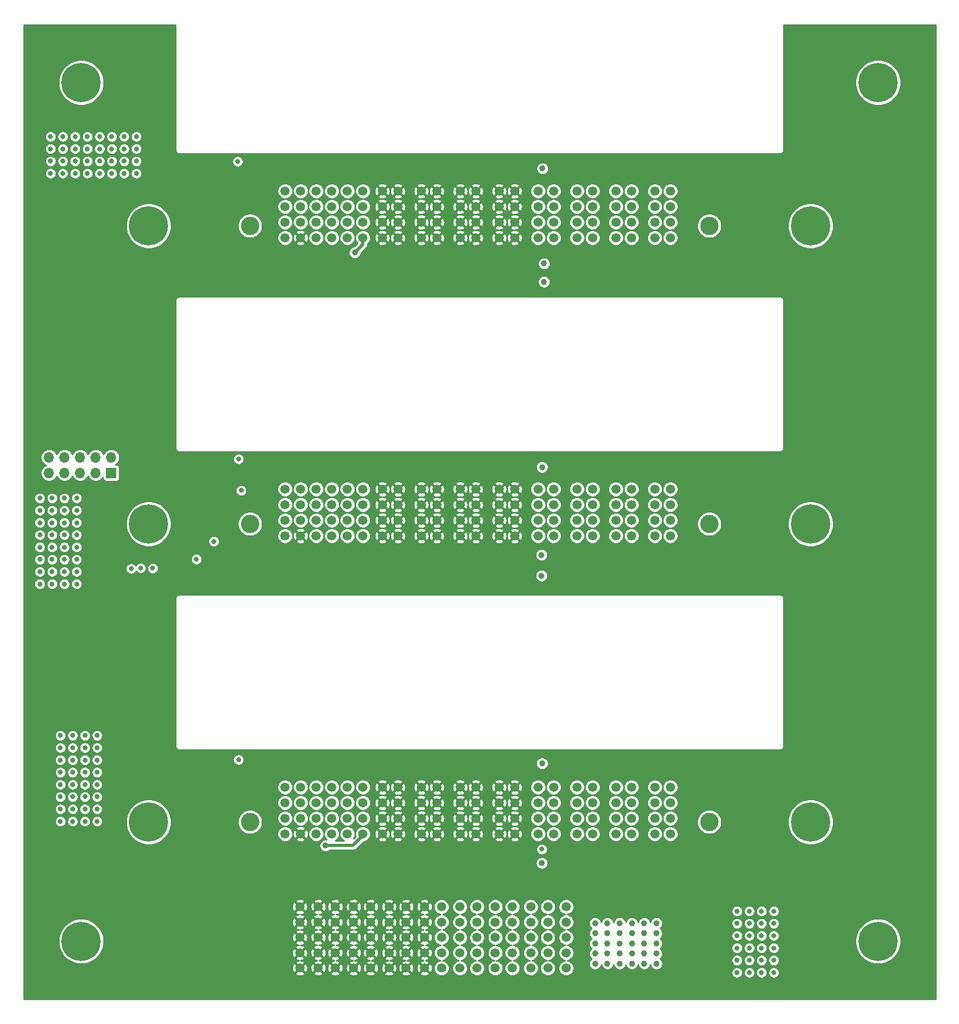
<source format=gbr>
%TF.GenerationSoftware,KiCad,Pcbnew,(5.1.5)-3*%
%TF.CreationDate,2021-10-03T16:15:59+02:00*%
%TF.ProjectId,Backplane PSU,4261636b-706c-4616-9e65-205053552e6b,rev?*%
%TF.SameCoordinates,PX68e7780PYb532b80*%
%TF.FileFunction,Copper,L1,Top*%
%TF.FilePolarity,Positive*%
%FSLAX46Y46*%
G04 Gerber Fmt 4.6, Leading zero omitted, Abs format (unit mm)*
G04 Created by KiCad (PCBNEW (5.1.5)-3) date 2021-10-03 16:15:59*
%MOMM*%
%LPD*%
G04 APERTURE LIST*
%TA.AperFunction,ComponentPad*%
%ADD10C,1.000000*%
%TD*%
%TA.AperFunction,ComponentPad*%
%ADD11C,1.500000*%
%TD*%
%TA.AperFunction,ComponentPad*%
%ADD12C,6.400000*%
%TD*%
%TA.AperFunction,ComponentPad*%
%ADD13O,1.700000X1.700000*%
%TD*%
%TA.AperFunction,ComponentPad*%
%ADD14R,1.700000X1.700000*%
%TD*%
%TA.AperFunction,WasherPad*%
%ADD15C,3.000000*%
%TD*%
%TA.AperFunction,ViaPad*%
%ADD16C,0.800000*%
%TD*%
%TA.AperFunction,ViaPad*%
%ADD17C,1.000000*%
%TD*%
%TA.AperFunction,Conductor*%
%ADD18C,0.500000*%
%TD*%
%TA.AperFunction,Conductor*%
%ADD19C,0.254000*%
%TD*%
G04 APERTURE END LIST*
D10*
%TO.P,J3,A1*%
%TO.N,Net-(J3-PadA1)*%
X83855000Y-3665000D03*
%TO.P,J3,B1*%
%TO.N,Net-(J3-PadB1)*%
X83855000Y-2015000D03*
%TO.P,J3,C1*%
%TO.N,Net-(J3-PadC1)*%
X83855000Y-365000D03*
%TO.P,J3,D1*%
%TO.N,Net-(J3-PadD1)*%
X83855000Y1285000D03*
%TO.P,J3,E1*%
%TO.N,Net-(J3-PadE1)*%
X83855000Y2935000D03*
%TO.P,J3,A2*%
%TO.N,Net-(J3-PadA2)*%
X85855000Y-3665000D03*
%TO.P,J3,B2*%
%TO.N,Net-(J3-PadB2)*%
X85855000Y-2015000D03*
%TO.P,J3,C2*%
%TO.N,Net-(J3-PadC2)*%
X85855000Y-365000D03*
%TO.P,J3,D2*%
%TO.N,Net-(J3-PadD2)*%
X85855000Y1285000D03*
%TO.P,J3,E2*%
%TO.N,Net-(J3-PadE2)*%
X85855000Y2935000D03*
%TO.P,J3,A3*%
%TO.N,Net-(J3-PadA3)*%
X87855000Y-3665000D03*
%TO.P,J3,B3*%
%TO.N,Net-(J3-PadB3)*%
X87855000Y-2015000D03*
%TO.P,J3,C3*%
%TO.N,Net-(J3-PadC3)*%
X87855000Y-365000D03*
%TO.P,J3,D3*%
%TO.N,Net-(J3-PadD3)*%
X87855000Y1285000D03*
%TO.P,J3,E3*%
%TO.N,Net-(J3-PadE3)*%
X87855000Y2935000D03*
%TO.P,J3,A4*%
%TO.N,Net-(J3-PadA4)*%
X89855000Y-3665000D03*
%TO.P,J3,B4*%
%TO.N,Net-(J3-PadB4)*%
X89855000Y-2015000D03*
%TO.P,J3,C4*%
%TO.N,Net-(J3-PadC4)*%
X89855000Y-365000D03*
%TO.P,J3,D4*%
%TO.N,Net-(J3-PadD4)*%
X89855000Y1285000D03*
%TO.P,J3,E4*%
%TO.N,Net-(J3-PadE4)*%
X89855000Y2935000D03*
%TO.P,J3,A5*%
%TO.N,Net-(J3-PadA5)*%
X91855000Y-3665000D03*
%TO.P,J3,B5*%
%TO.N,Net-(J3-PadB5)*%
X91855000Y-2015000D03*
%TO.P,J3,C5*%
%TO.N,Net-(J3-PadC5)*%
X91855000Y-365000D03*
%TO.P,J3,D5*%
%TO.N,Net-(J3-PadD5)*%
X91855000Y1285000D03*
%TO.P,J3,E5*%
%TO.N,Net-(J3-PadE5)*%
X91855000Y2935000D03*
%TO.P,J3,A6*%
%TO.N,Net-(J3-PadA6)*%
X93855000Y-3665000D03*
%TO.P,J3,B6*%
%TO.N,Net-(J3-PadB6)*%
X93855000Y-2015000D03*
%TO.P,J3,C6*%
%TO.N,Net-(J3-PadC6)*%
X93855000Y-365000D03*
%TO.P,J3,D6*%
%TO.N,Net-(J3-PadD6)*%
X93855000Y1285000D03*
%TO.P,J3,E6*%
%TO.N,Net-(J3-PadE6)*%
X93855000Y2935000D03*
D11*
%TO.P,J3,P1*%
%TO.N,+12V*%
X35665000Y-4375000D03*
X35665000Y-1875000D03*
X35665000Y625000D03*
X35665000Y3125000D03*
X35665000Y5625000D03*
X38665000Y-4375000D03*
X38665000Y-1875000D03*
X38665000Y625000D03*
X38665000Y3125000D03*
X38665000Y5625000D03*
%TO.P,J3,P2*%
X41445000Y-4375000D03*
%TO.P,J3,P3*%
X47225000Y-4375000D03*
%TO.P,J3,P4*%
X53005000Y-4375000D03*
%TO.P,J3,P5*%
%TO.N,GND*%
X58785000Y-4375000D03*
%TO.P,J3,P6*%
X64565000Y-4375000D03*
%TO.P,J3,P7*%
X70345000Y-4375000D03*
%TO.P,J3,P8*%
X76125000Y-4375000D03*
%TO.P,J3,P2*%
%TO.N,+12V*%
X44445000Y5625000D03*
%TO.P,J3,P3*%
X50225000Y5625000D03*
%TO.P,J3,P4*%
X56005000Y5625000D03*
%TO.P,J3,P5*%
%TO.N,GND*%
X61785000Y5625000D03*
%TO.P,J3,P6*%
X67565000Y5625000D03*
%TO.P,J3,P7*%
X73345000Y5625000D03*
%TO.P,J3,P8*%
X79125000Y5625000D03*
%TO.P,J3,P2*%
%TO.N,+12V*%
X44445000Y-1875000D03*
%TO.P,J3,P3*%
X50225000Y-1875000D03*
%TO.P,J3,P4*%
X56005000Y-1875000D03*
%TO.P,J3,P5*%
%TO.N,GND*%
X61785000Y-1875000D03*
%TO.P,J3,P6*%
X67565000Y-1875000D03*
%TO.P,J3,P7*%
X73345000Y-1875000D03*
%TO.P,J3,P8*%
X79125000Y-1875000D03*
%TO.P,J3,P2*%
%TO.N,+12V*%
X41445000Y3125000D03*
%TO.P,J3,P3*%
X47225000Y3125000D03*
%TO.P,J3,P4*%
X53005000Y3125000D03*
%TO.P,J3,P5*%
%TO.N,GND*%
X58785000Y3125000D03*
%TO.P,J3,P6*%
X64565000Y3125000D03*
%TO.P,J3,P7*%
X70345000Y3125000D03*
%TO.P,J3,P8*%
X76125000Y3125000D03*
%TO.P,J3,P2*%
%TO.N,+12V*%
X41445000Y625000D03*
%TO.P,J3,P3*%
X47225000Y625000D03*
%TO.P,J3,P4*%
X53005000Y625000D03*
%TO.P,J3,P5*%
%TO.N,GND*%
X58785000Y625000D03*
%TO.P,J3,P6*%
X64565000Y625000D03*
%TO.P,J3,P7*%
X70345000Y625000D03*
%TO.P,J3,P8*%
X76125000Y625000D03*
%TO.P,J3,P2*%
%TO.N,+12V*%
X41445000Y5625000D03*
%TO.P,J3,P3*%
X47225000Y5625000D03*
%TO.P,J3,P4*%
X53005000Y5625000D03*
%TO.P,J3,P5*%
%TO.N,GND*%
X58785000Y5625000D03*
%TO.P,J3,P6*%
X64565000Y5625000D03*
%TO.P,J3,P7*%
X70345000Y5625000D03*
%TO.P,J3,P8*%
X76125000Y5625000D03*
%TO.P,J3,P2*%
%TO.N,+12V*%
X44445000Y625000D03*
%TO.P,J3,P3*%
X50225000Y625000D03*
%TO.P,J3,P4*%
X56005000Y625000D03*
%TO.P,J3,P5*%
%TO.N,GND*%
X61785000Y625000D03*
%TO.P,J3,P6*%
X67565000Y625000D03*
%TO.P,J3,P7*%
X73345000Y625000D03*
%TO.P,J3,P8*%
X79125000Y625000D03*
%TO.P,J3,P2*%
%TO.N,+12V*%
X44445000Y-4375000D03*
%TO.P,J3,P3*%
X50225000Y-4375000D03*
%TO.P,J3,P4*%
X56005000Y-4375000D03*
%TO.P,J3,P5*%
%TO.N,GND*%
X61785000Y-4375000D03*
%TO.P,J3,P6*%
X67565000Y-4375000D03*
%TO.P,J3,P7*%
X73345000Y-4375000D03*
%TO.P,J3,P8*%
X79125000Y-4375000D03*
%TO.P,J3,P2*%
%TO.N,+12V*%
X44445000Y3125000D03*
%TO.P,J3,P3*%
X50225000Y3125000D03*
%TO.P,J3,P4*%
X56005000Y3125000D03*
%TO.P,J3,P5*%
%TO.N,GND*%
X61785000Y3125000D03*
%TO.P,J3,P6*%
X67565000Y3125000D03*
%TO.P,J3,P7*%
X73345000Y3125000D03*
%TO.P,J3,P8*%
X79125000Y3125000D03*
%TO.P,J3,P2*%
%TO.N,+12V*%
X41445000Y-1875000D03*
%TO.P,J3,P3*%
X47225000Y-1875000D03*
%TO.P,J3,P4*%
X53005000Y-1875000D03*
%TO.P,J3,P5*%
%TO.N,GND*%
X58785000Y-1875000D03*
%TO.P,J3,P6*%
X64565000Y-1875000D03*
%TO.P,J3,P7*%
X70345000Y-1875000D03*
%TO.P,J3,P8*%
X76125000Y-1875000D03*
%TD*%
D12*
%TO.P,H1,1*%
%TO.N,GND*%
X0Y140000000D03*
%TD*%
%TO.P,H2,1*%
%TO.N,GND*%
X11000000Y116660000D03*
%TD*%
%TO.P,H3,1*%
%TO.N,GND*%
X11000000Y68060000D03*
%TD*%
%TO.P,H4,1*%
%TO.N,GND*%
X11000000Y19460000D03*
%TD*%
%TO.P,H5,1*%
%TO.N,GND*%
X0Y0D03*
%TD*%
%TO.P,H6,1*%
%TO.N,GND*%
X130000000Y0D03*
%TD*%
%TO.P,H7,1*%
%TO.N,GND*%
X119000000Y19460000D03*
%TD*%
%TO.P,H8,1*%
%TO.N,GND*%
X119000000Y68060000D03*
%TD*%
%TO.P,H9,1*%
%TO.N,GND*%
X119000000Y116660000D03*
%TD*%
%TO.P,H10,1*%
%TO.N,GND*%
X130000000Y140000000D03*
%TD*%
D13*
%TO.P,J5,10*%
%TO.N,Net-(J5-Pad10)*%
X-5260000Y78890000D03*
%TO.P,J5,9*%
%TO.N,Net-(J5-Pad9)*%
X-5260000Y76350000D03*
%TO.P,J5,8*%
%TO.N,Net-(J5-Pad8)*%
X-2720000Y78890000D03*
%TO.P,J5,7*%
%TO.N,Net-(J5-Pad7)*%
X-2720000Y76350000D03*
%TO.P,J5,6*%
%TO.N,Net-(J5-Pad6)*%
X-180000Y78890000D03*
%TO.P,J5,5*%
%TO.N,Net-(J5-Pad5)*%
X-180000Y76350000D03*
%TO.P,J5,4*%
%TO.N,Net-(J5-Pad4)*%
X2360000Y78890000D03*
%TO.P,J5,3*%
%TO.N,/SDA*%
X2360000Y76350000D03*
%TO.P,J5,2*%
%TO.N,GND*%
X4900000Y78890000D03*
D14*
%TO.P,J5,1*%
%TO.N,/SCL*%
X4900000Y76350000D03*
%TD*%
D15*
%TO.P,J4,*%
%TO.N,*%
X102470000Y19460000D03*
X27540000Y19460000D03*
D11*
%TO.P,J4,P1*%
%TO.N,GND*%
X96120000Y17500000D03*
X93580000Y17500000D03*
X96120000Y20040000D03*
X93580000Y20040000D03*
X96120000Y22580000D03*
X93580000Y22580000D03*
X96120000Y25120000D03*
X93580000Y25120000D03*
%TO.P,J4,P2*%
X87230000Y22580000D03*
%TO.P,J4,P3*%
X80880000Y22580000D03*
%TO.P,J4,P4*%
X74530000Y22580000D03*
%TO.P,J4,P5*%
%TO.N,+12V*%
X68180000Y22580000D03*
%TO.P,J4,P6*%
X61830000Y22580000D03*
%TO.P,J4,P7*%
X55480000Y22580000D03*
%TO.P,J4,P8*%
X49130000Y22580000D03*
%TO.P,J4,P2*%
%TO.N,GND*%
X89770000Y22580000D03*
%TO.P,J4,P3*%
X83420000Y22580000D03*
%TO.P,J4,P4*%
X77070000Y22580000D03*
%TO.P,J4,P5*%
%TO.N,+12V*%
X70720000Y22580000D03*
%TO.P,J4,P6*%
X64370000Y22580000D03*
%TO.P,J4,P7*%
X58020000Y22580000D03*
%TO.P,J4,P8*%
X51670000Y22580000D03*
%TO.P,J4,P2*%
%TO.N,GND*%
X89770000Y17500000D03*
%TO.P,J4,P3*%
X83420000Y17500000D03*
%TO.P,J4,P4*%
X77070000Y17500000D03*
%TO.P,J4,P5*%
%TO.N,+12V*%
X70720000Y17500000D03*
%TO.P,J4,P6*%
X64370000Y17500000D03*
%TO.P,J4,P7*%
X58020000Y17500000D03*
%TO.P,J4,P8*%
X51670000Y17500000D03*
%TO.P,J4,P2*%
%TO.N,GND*%
X89770000Y20040000D03*
%TO.P,J4,P3*%
X83420000Y20040000D03*
%TO.P,J4,P4*%
X77070000Y20040000D03*
%TO.P,J4,P5*%
%TO.N,+12V*%
X70720000Y20040000D03*
%TO.P,J4,P6*%
X64370000Y20040000D03*
%TO.P,J4,P7*%
X58020000Y20040000D03*
%TO.P,J4,P8*%
X51670000Y20040000D03*
%TO.P,J4,P2*%
%TO.N,GND*%
X87230000Y25120000D03*
%TO.P,J4,P3*%
X80880000Y25120000D03*
%TO.P,J4,P4*%
X74530000Y25120000D03*
%TO.P,J4,P5*%
%TO.N,+12V*%
X68180000Y25120000D03*
%TO.P,J4,P6*%
X61830000Y25120000D03*
%TO.P,J4,P7*%
X55480000Y25120000D03*
%TO.P,J4,P8*%
X49130000Y25120000D03*
%TO.P,J4,P2*%
%TO.N,GND*%
X89770000Y25120000D03*
%TO.P,J4,P3*%
X83420000Y25120000D03*
%TO.P,J4,P4*%
X77070000Y25120000D03*
%TO.P,J4,P5*%
%TO.N,+12V*%
X70720000Y25120000D03*
%TO.P,J4,P6*%
X64370000Y25120000D03*
%TO.P,J4,P7*%
X58020000Y25120000D03*
%TO.P,J4,P8*%
X51670000Y25120000D03*
%TO.P,J4,P2*%
%TO.N,GND*%
X87230000Y20040000D03*
%TO.P,J4,P3*%
X80880000Y20040000D03*
%TO.P,J4,P4*%
X74530000Y20040000D03*
%TO.P,J4,P5*%
%TO.N,+12V*%
X68180000Y20040000D03*
%TO.P,J4,P6*%
X61830000Y20040000D03*
%TO.P,J4,P7*%
X55480000Y20040000D03*
%TO.P,J4,P8*%
X49130000Y20040000D03*
%TO.P,J4,P2*%
%TO.N,GND*%
X87230000Y17500000D03*
%TO.P,J4,P3*%
X80880000Y17500000D03*
%TO.P,J4,P4*%
X74530000Y17500000D03*
%TO.P,J4,P5*%
%TO.N,+12V*%
X68180000Y17500000D03*
%TO.P,J4,P6*%
X61830000Y17500000D03*
%TO.P,J4,P7*%
X55480000Y17500000D03*
%TO.P,J4,P8*%
X49130000Y17500000D03*
%TO.P,J4,A1*%
%TO.N,+3V3*%
X45960000Y17500000D03*
%TO.P,J4,B1*%
%TO.N,Net-(J4-PadB1)*%
X45960000Y20040000D03*
%TO.P,J4,C1*%
%TO.N,/ISHARE*%
X45960000Y22580000D03*
%TO.P,J4,D1*%
%TO.N,Net-(J4-PadD1)*%
X45960000Y25120000D03*
%TO.P,J4,A2*%
%TO.N,GND*%
X43420000Y17500000D03*
%TO.P,J4,B2*%
%TO.N,Net-(J4-PadB2)*%
X43420000Y20040000D03*
%TO.P,J4,C2*%
%TO.N,Net-(J4-PadC2)*%
X43420000Y22580000D03*
%TO.P,J4,D2*%
%TO.N,Net-(J4-PadD2)*%
X43420000Y25120000D03*
%TO.P,J4,A3*%
%TO.N,GND*%
X40880000Y17500000D03*
%TO.P,J4,B3*%
X40880000Y20040000D03*
%TO.P,J4,C3*%
%TO.N,Net-(J4-PadC3)*%
X40880000Y22580000D03*
%TO.P,J4,D3*%
%TO.N,Net-(J4-PadD3)*%
X40880000Y25120000D03*
%TO.P,J4,A4*%
%TO.N,Net-(J4-PadA4)*%
X38340000Y17500000D03*
%TO.P,J4,B4*%
%TO.N,Net-(J4-PadB4)*%
X38340000Y20040000D03*
%TO.P,J4,C4*%
%TO.N,GND*%
X38340000Y22580000D03*
%TO.P,J4,D4*%
%TO.N,Net-(J4-PadD4)*%
X38340000Y25120000D03*
%TO.P,J4,A5*%
%TO.N,+12V*%
X35800000Y17500000D03*
%TO.P,J4,B5*%
%TO.N,/SDA*%
X35800000Y20040000D03*
%TO.P,J4,C5*%
%TO.N,Net-(J4-PadC5)*%
X35800000Y22580000D03*
%TO.P,J4,D5*%
%TO.N,Net-(J4-PadD5)*%
X35800000Y25120000D03*
%TO.P,J4,A6*%
%TO.N,GND*%
X33260000Y17500000D03*
%TO.P,J4,B6*%
%TO.N,/SCL*%
X33260000Y20040000D03*
%TO.P,J4,C6*%
%TO.N,Net-(J4-PadC6)*%
X33260000Y22580000D03*
%TO.P,J4,D6*%
%TO.N,Net-(J4-PadD6)*%
X33260000Y25120000D03*
%TD*%
D15*
%TO.P,J1,*%
%TO.N,*%
X102470000Y68060000D03*
X27540000Y68060000D03*
D11*
%TO.P,J1,P1*%
%TO.N,GND*%
X96120000Y66100000D03*
X93580000Y66100000D03*
X96120000Y68640000D03*
X93580000Y68640000D03*
X96120000Y71180000D03*
X93580000Y71180000D03*
X96120000Y73720000D03*
X93580000Y73720000D03*
%TO.P,J1,P2*%
X87230000Y71180000D03*
%TO.P,J1,P3*%
X80880000Y71180000D03*
%TO.P,J1,P4*%
X74530000Y71180000D03*
%TO.P,J1,P5*%
%TO.N,+12V*%
X68180000Y71180000D03*
%TO.P,J1,P6*%
X61830000Y71180000D03*
%TO.P,J1,P7*%
X55480000Y71180000D03*
%TO.P,J1,P8*%
X49130000Y71180000D03*
%TO.P,J1,P2*%
%TO.N,GND*%
X89770000Y71180000D03*
%TO.P,J1,P3*%
X83420000Y71180000D03*
%TO.P,J1,P4*%
X77070000Y71180000D03*
%TO.P,J1,P5*%
%TO.N,+12V*%
X70720000Y71180000D03*
%TO.P,J1,P6*%
X64370000Y71180000D03*
%TO.P,J1,P7*%
X58020000Y71180000D03*
%TO.P,J1,P8*%
X51670000Y71180000D03*
%TO.P,J1,P2*%
%TO.N,GND*%
X89770000Y66100000D03*
%TO.P,J1,P3*%
X83420000Y66100000D03*
%TO.P,J1,P4*%
X77070000Y66100000D03*
%TO.P,J1,P5*%
%TO.N,+12V*%
X70720000Y66100000D03*
%TO.P,J1,P6*%
X64370000Y66100000D03*
%TO.P,J1,P7*%
X58020000Y66100000D03*
%TO.P,J1,P8*%
X51670000Y66100000D03*
%TO.P,J1,P2*%
%TO.N,GND*%
X89770000Y68640000D03*
%TO.P,J1,P3*%
X83420000Y68640000D03*
%TO.P,J1,P4*%
X77070000Y68640000D03*
%TO.P,J1,P5*%
%TO.N,+12V*%
X70720000Y68640000D03*
%TO.P,J1,P6*%
X64370000Y68640000D03*
%TO.P,J1,P7*%
X58020000Y68640000D03*
%TO.P,J1,P8*%
X51670000Y68640000D03*
%TO.P,J1,P2*%
%TO.N,GND*%
X87230000Y73720000D03*
%TO.P,J1,P3*%
X80880000Y73720000D03*
%TO.P,J1,P4*%
X74530000Y73720000D03*
%TO.P,J1,P5*%
%TO.N,+12V*%
X68180000Y73720000D03*
%TO.P,J1,P6*%
X61830000Y73720000D03*
%TO.P,J1,P7*%
X55480000Y73720000D03*
%TO.P,J1,P8*%
X49130000Y73720000D03*
%TO.P,J1,P2*%
%TO.N,GND*%
X89770000Y73720000D03*
%TO.P,J1,P3*%
X83420000Y73720000D03*
%TO.P,J1,P4*%
X77070000Y73720000D03*
%TO.P,J1,P5*%
%TO.N,+12V*%
X70720000Y73720000D03*
%TO.P,J1,P6*%
X64370000Y73720000D03*
%TO.P,J1,P7*%
X58020000Y73720000D03*
%TO.P,J1,P8*%
X51670000Y73720000D03*
%TO.P,J1,P2*%
%TO.N,GND*%
X87230000Y68640000D03*
%TO.P,J1,P3*%
X80880000Y68640000D03*
%TO.P,J1,P4*%
X74530000Y68640000D03*
%TO.P,J1,P5*%
%TO.N,+12V*%
X68180000Y68640000D03*
%TO.P,J1,P6*%
X61830000Y68640000D03*
%TO.P,J1,P7*%
X55480000Y68640000D03*
%TO.P,J1,P8*%
X49130000Y68640000D03*
%TO.P,J1,P2*%
%TO.N,GND*%
X87230000Y66100000D03*
%TO.P,J1,P3*%
X80880000Y66100000D03*
%TO.P,J1,P4*%
X74530000Y66100000D03*
%TO.P,J1,P5*%
%TO.N,+12V*%
X68180000Y66100000D03*
%TO.P,J1,P6*%
X61830000Y66100000D03*
%TO.P,J1,P7*%
X55480000Y66100000D03*
%TO.P,J1,P8*%
X49130000Y66100000D03*
%TO.P,J1,A1*%
%TO.N,+3V3*%
X45960000Y66100000D03*
%TO.P,J1,B1*%
%TO.N,Net-(J1-PadB1)*%
X45960000Y68640000D03*
%TO.P,J1,C1*%
%TO.N,/ISHARE*%
X45960000Y71180000D03*
%TO.P,J1,D1*%
%TO.N,Net-(J1-PadD1)*%
X45960000Y73720000D03*
%TO.P,J1,A2*%
%TO.N,GND*%
X43420000Y66100000D03*
%TO.P,J1,B2*%
%TO.N,Net-(J1-PadB2)*%
X43420000Y68640000D03*
%TO.P,J1,C2*%
%TO.N,Net-(J1-PadC2)*%
X43420000Y71180000D03*
%TO.P,J1,D2*%
%TO.N,Net-(J1-PadD2)*%
X43420000Y73720000D03*
%TO.P,J1,A3*%
%TO.N,GND*%
X40880000Y66100000D03*
%TO.P,J1,B3*%
X40880000Y68640000D03*
%TO.P,J1,C3*%
%TO.N,Net-(J1-PadC3)*%
X40880000Y71180000D03*
%TO.P,J1,D3*%
%TO.N,Net-(J1-PadD3)*%
X40880000Y73720000D03*
%TO.P,J1,A4*%
%TO.N,Net-(J1-PadA4)*%
X38340000Y66100000D03*
%TO.P,J1,B4*%
%TO.N,Net-(J1-PadB4)*%
X38340000Y68640000D03*
%TO.P,J1,C4*%
%TO.N,Net-(J1-PadC4)*%
X38340000Y71180000D03*
%TO.P,J1,D4*%
%TO.N,Net-(J1-PadD4)*%
X38340000Y73720000D03*
%TO.P,J1,A5*%
%TO.N,+12V*%
X35800000Y66100000D03*
%TO.P,J1,B5*%
%TO.N,/SDA*%
X35800000Y68640000D03*
%TO.P,J1,C5*%
%TO.N,Net-(J1-PadC5)*%
X35800000Y71180000D03*
%TO.P,J1,D5*%
%TO.N,Net-(J1-PadD5)*%
X35800000Y73720000D03*
%TO.P,J1,A6*%
%TO.N,GND*%
X33260000Y66100000D03*
%TO.P,J1,B6*%
%TO.N,/SCL*%
X33260000Y68640000D03*
%TO.P,J1,C6*%
%TO.N,Net-(J1-PadC6)*%
X33260000Y71180000D03*
%TO.P,J1,D6*%
%TO.N,Net-(J1-PadD6)*%
X33260000Y73720000D03*
%TD*%
D15*
%TO.P,J2,*%
%TO.N,*%
X102470000Y116660000D03*
X27540000Y116660000D03*
D11*
%TO.P,J2,P1*%
%TO.N,GND*%
X96120000Y114700000D03*
X93580000Y114700000D03*
X96120000Y117240000D03*
X93580000Y117240000D03*
X96120000Y119780000D03*
X93580000Y119780000D03*
X96120000Y122320000D03*
X93580000Y122320000D03*
%TO.P,J2,P2*%
X87230000Y119780000D03*
%TO.P,J2,P3*%
X80880000Y119780000D03*
%TO.P,J2,P4*%
X74530000Y119780000D03*
%TO.P,J2,P5*%
%TO.N,+12V*%
X68180000Y119780000D03*
%TO.P,J2,P6*%
X61830000Y119780000D03*
%TO.P,J2,P7*%
X55480000Y119780000D03*
%TO.P,J2,P8*%
X49130000Y119780000D03*
%TO.P,J2,P2*%
%TO.N,GND*%
X89770000Y119780000D03*
%TO.P,J2,P3*%
X83420000Y119780000D03*
%TO.P,J2,P4*%
X77070000Y119780000D03*
%TO.P,J2,P5*%
%TO.N,+12V*%
X70720000Y119780000D03*
%TO.P,J2,P6*%
X64370000Y119780000D03*
%TO.P,J2,P7*%
X58020000Y119780000D03*
%TO.P,J2,P8*%
X51670000Y119780000D03*
%TO.P,J2,P2*%
%TO.N,GND*%
X89770000Y114700000D03*
%TO.P,J2,P3*%
X83420000Y114700000D03*
%TO.P,J2,P4*%
X77070000Y114700000D03*
%TO.P,J2,P5*%
%TO.N,+12V*%
X70720000Y114700000D03*
%TO.P,J2,P6*%
X64370000Y114700000D03*
%TO.P,J2,P7*%
X58020000Y114700000D03*
%TO.P,J2,P8*%
X51670000Y114700000D03*
%TO.P,J2,P2*%
%TO.N,GND*%
X89770000Y117240000D03*
%TO.P,J2,P3*%
X83420000Y117240000D03*
%TO.P,J2,P4*%
X77070000Y117240000D03*
%TO.P,J2,P5*%
%TO.N,+12V*%
X70720000Y117240000D03*
%TO.P,J2,P6*%
X64370000Y117240000D03*
%TO.P,J2,P7*%
X58020000Y117240000D03*
%TO.P,J2,P8*%
X51670000Y117240000D03*
%TO.P,J2,P2*%
%TO.N,GND*%
X87230000Y122320000D03*
%TO.P,J2,P3*%
X80880000Y122320000D03*
%TO.P,J2,P4*%
X74530000Y122320000D03*
%TO.P,J2,P5*%
%TO.N,+12V*%
X68180000Y122320000D03*
%TO.P,J2,P6*%
X61830000Y122320000D03*
%TO.P,J2,P7*%
X55480000Y122320000D03*
%TO.P,J2,P8*%
X49130000Y122320000D03*
%TO.P,J2,P2*%
%TO.N,GND*%
X89770000Y122320000D03*
%TO.P,J2,P3*%
X83420000Y122320000D03*
%TO.P,J2,P4*%
X77070000Y122320000D03*
%TO.P,J2,P5*%
%TO.N,+12V*%
X70720000Y122320000D03*
%TO.P,J2,P6*%
X64370000Y122320000D03*
%TO.P,J2,P7*%
X58020000Y122320000D03*
%TO.P,J2,P8*%
X51670000Y122320000D03*
%TO.P,J2,P2*%
%TO.N,GND*%
X87230000Y117240000D03*
%TO.P,J2,P3*%
X80880000Y117240000D03*
%TO.P,J2,P4*%
X74530000Y117240000D03*
%TO.P,J2,P5*%
%TO.N,+12V*%
X68180000Y117240000D03*
%TO.P,J2,P6*%
X61830000Y117240000D03*
%TO.P,J2,P7*%
X55480000Y117240000D03*
%TO.P,J2,P8*%
X49130000Y117240000D03*
%TO.P,J2,P2*%
%TO.N,GND*%
X87230000Y114700000D03*
%TO.P,J2,P3*%
X80880000Y114700000D03*
%TO.P,J2,P4*%
X74530000Y114700000D03*
%TO.P,J2,P5*%
%TO.N,+12V*%
X68180000Y114700000D03*
%TO.P,J2,P6*%
X61830000Y114700000D03*
%TO.P,J2,P7*%
X55480000Y114700000D03*
%TO.P,J2,P8*%
X49130000Y114700000D03*
%TO.P,J2,A1*%
%TO.N,+3V3*%
X45960000Y114700000D03*
%TO.P,J2,B1*%
%TO.N,Net-(J2-PadB1)*%
X45960000Y117240000D03*
%TO.P,J2,C1*%
%TO.N,/ISHARE*%
X45960000Y119780000D03*
%TO.P,J2,D1*%
%TO.N,Net-(J2-PadD1)*%
X45960000Y122320000D03*
%TO.P,J2,A2*%
%TO.N,GND*%
X43420000Y114700000D03*
%TO.P,J2,B2*%
%TO.N,Net-(J2-PadB2)*%
X43420000Y117240000D03*
%TO.P,J2,C2*%
%TO.N,Net-(J2-PadC2)*%
X43420000Y119780000D03*
%TO.P,J2,D2*%
%TO.N,Net-(J2-PadD2)*%
X43420000Y122320000D03*
%TO.P,J2,A3*%
%TO.N,GND*%
X40880000Y114700000D03*
%TO.P,J2,B3*%
X40880000Y117240000D03*
%TO.P,J2,C3*%
%TO.N,Net-(J2-PadC3)*%
X40880000Y119780000D03*
%TO.P,J2,D3*%
%TO.N,Net-(J2-PadD3)*%
X40880000Y122320000D03*
%TO.P,J2,A4*%
%TO.N,Net-(J2-PadA4)*%
X38340000Y114700000D03*
%TO.P,J2,B4*%
%TO.N,Net-(J2-PadB4)*%
X38340000Y117240000D03*
%TO.P,J2,C4*%
%TO.N,GND*%
X38340000Y119780000D03*
%TO.P,J2,D4*%
%TO.N,Net-(J2-PadD4)*%
X38340000Y122320000D03*
%TO.P,J2,A5*%
%TO.N,+12V*%
X35800000Y114700000D03*
%TO.P,J2,B5*%
%TO.N,/SDA*%
X35800000Y117240000D03*
%TO.P,J2,C5*%
%TO.N,GND*%
X35800000Y119780000D03*
%TO.P,J2,D5*%
%TO.N,Net-(J2-PadD5)*%
X35800000Y122320000D03*
%TO.P,J2,A6*%
%TO.N,GND*%
X33260000Y114700000D03*
%TO.P,J2,B6*%
%TO.N,/SCL*%
X33260000Y117240000D03*
%TO.P,J2,C6*%
%TO.N,Net-(J2-PadC6)*%
X33260000Y119780000D03*
%TO.P,J2,D6*%
%TO.N,Net-(J2-PadD6)*%
X33260000Y122320000D03*
%TD*%
D16*
%TO.N,GND*%
X25525000Y127150000D03*
X25675000Y78625000D03*
X25675000Y29600000D03*
D17*
X75250000Y126000000D03*
X75500000Y110500000D03*
X75500000Y107500000D03*
X75200000Y77300000D03*
X75100000Y63000000D03*
X75100000Y59600000D03*
X75200000Y29000000D03*
D16*
X75150000Y15000000D03*
D17*
X75150000Y12750000D03*
D16*
X-5000000Y131200000D03*
X-5000000Y129200000D03*
X-5000000Y127200000D03*
X-5000000Y125200000D03*
X-3000000Y131200000D03*
X-3000000Y129200000D03*
X-3000000Y127200000D03*
X-3000000Y125200000D03*
X-1000000Y131200000D03*
X-1000000Y129200000D03*
X-1000000Y127200000D03*
X-1000000Y125200000D03*
X1000000Y131200000D03*
X1000000Y129200000D03*
X1000000Y127200000D03*
X1000000Y125200000D03*
X3000000Y131200000D03*
X3000000Y129200000D03*
X3000000Y127200000D03*
X3000000Y125200000D03*
X5000000Y131200000D03*
X5000000Y129200000D03*
X5000000Y127200000D03*
X5000000Y125200000D03*
X7000000Y131200000D03*
X7000000Y129200000D03*
X7000000Y127200000D03*
X7000000Y125200000D03*
X9000000Y131200000D03*
X9000000Y129200000D03*
X9000000Y127200000D03*
X9000000Y125200000D03*
X-4750000Y66250000D03*
X-4750000Y68250000D03*
X-2750000Y68250000D03*
X-750000Y68250000D03*
X-2750000Y58250000D03*
X-750000Y70250000D03*
X-750000Y62250000D03*
X-2750000Y64250000D03*
X-750000Y58250000D03*
X-2750000Y70250000D03*
X-6750000Y72250000D03*
X-4750000Y58250000D03*
X-4750000Y70250000D03*
X-6750000Y68250000D03*
X-2750000Y62250000D03*
X-2750000Y66250000D03*
X-750000Y60250000D03*
X-6750000Y70250000D03*
X-6750000Y60250000D03*
X-6750000Y62250000D03*
X-4750000Y62250000D03*
X-6750000Y64250000D03*
X-4750000Y64250000D03*
X-750000Y64250000D03*
X-6750000Y66250000D03*
X-750000Y66250000D03*
X-4750000Y60250000D03*
X-2750000Y60250000D03*
X-6750000Y58250000D03*
X-4750000Y72250000D03*
X-2750000Y72250000D03*
X-750000Y72250000D03*
X-3400000Y25550000D03*
X2600000Y21550000D03*
X-1400000Y23550000D03*
X600000Y27550000D03*
X2600000Y25550000D03*
X2600000Y27550000D03*
X-1400000Y21550000D03*
X600000Y21550000D03*
X-3400000Y21550000D03*
X600000Y23550000D03*
X-1400000Y25550000D03*
X-3400000Y23550000D03*
X-3400000Y31550000D03*
X-3400000Y27550000D03*
X-3400000Y19550000D03*
X-1400000Y33550000D03*
X600000Y33550000D03*
X2600000Y33550000D03*
X2600000Y29550000D03*
X600000Y19550000D03*
X600000Y25550000D03*
X2600000Y23550000D03*
X2600000Y19550000D03*
X-1400000Y19550000D03*
X-1400000Y27550000D03*
X-3400000Y33550000D03*
X-1400000Y31550000D03*
X-3400000Y29550000D03*
X600000Y31550000D03*
X600000Y29550000D03*
X2600000Y31550000D03*
X-1400000Y29550000D03*
X109000000Y-1100000D03*
X107000000Y4900000D03*
X111000000Y-3100000D03*
X113000000Y-5100000D03*
X109000000Y900000D03*
X107000000Y2900000D03*
X109000000Y-3100000D03*
X107000000Y-1100000D03*
X109000000Y4900000D03*
X111000000Y4900000D03*
X107000000Y-5100000D03*
X113000000Y4900000D03*
X113000000Y900000D03*
X111000000Y-5100000D03*
X109000000Y2900000D03*
X107000000Y900000D03*
X111000000Y2900000D03*
X111000000Y900000D03*
X113000000Y2900000D03*
X107000000Y-3100000D03*
X109000000Y-5100000D03*
X111000000Y-1100000D03*
X113000000Y-3100000D03*
X113000000Y-1100000D03*
D17*
%TO.N,+3V3*%
X44650000Y112300000D03*
X39850000Y15600000D03*
D16*
%TO.N,/SCL*%
X21650000Y65200000D03*
X9700000Y60850000D03*
%TO.N,/SDA*%
X18800000Y62300000D03*
X8150000Y60750000D03*
%TO.N,+12V*%
X119050000Y130800000D03*
X119050000Y128800000D03*
X119050000Y126800000D03*
X119050000Y124800000D03*
X121050000Y130800000D03*
X121050000Y128800000D03*
X121050000Y126800000D03*
X121050000Y124800000D03*
X123050000Y130800000D03*
X123050000Y128800000D03*
X123050000Y126800000D03*
X123050000Y124800000D03*
X125050000Y130800000D03*
X125050000Y128800000D03*
X125050000Y126800000D03*
X125050000Y124800000D03*
X127050000Y130800000D03*
X127050000Y128800000D03*
X127050000Y126800000D03*
X127050000Y124800000D03*
X129050000Y130800000D03*
X129050000Y128800000D03*
X129050000Y126800000D03*
X129050000Y124800000D03*
X131050000Y130800000D03*
X131050000Y128800000D03*
X131050000Y126800000D03*
X131050000Y124800000D03*
X133050000Y130800000D03*
X133050000Y128800000D03*
X133050000Y126800000D03*
X133050000Y124800000D03*
X119050000Y82800000D03*
X119050000Y34800000D03*
X129050000Y80800000D03*
X129050000Y32800000D03*
X121050000Y76800000D03*
X121050000Y28800000D03*
X123050000Y76800000D03*
X123050000Y28800000D03*
X119050000Y80800000D03*
X119050000Y32800000D03*
X127050000Y82800000D03*
X127050000Y34800000D03*
X119050000Y76800000D03*
X119050000Y28800000D03*
X123050000Y78800000D03*
X123050000Y30800000D03*
X127050000Y80800000D03*
X127050000Y32800000D03*
X129050000Y82800000D03*
X129050000Y34800000D03*
X129050000Y78800000D03*
X129050000Y30800000D03*
X125050000Y76800000D03*
X125050000Y28800000D03*
X121050000Y80800000D03*
X121050000Y32800000D03*
X123050000Y80800000D03*
X123050000Y32800000D03*
X121050000Y82800000D03*
X121050000Y34800000D03*
X121050000Y78800000D03*
X121050000Y30800000D03*
X119050000Y78800000D03*
X119050000Y30800000D03*
X123050000Y82800000D03*
X123050000Y34800000D03*
X125050000Y80800000D03*
X125050000Y32800000D03*
X125050000Y82800000D03*
X125050000Y34800000D03*
X125050000Y78800000D03*
X125050000Y30800000D03*
X127050000Y78800000D03*
X127050000Y30800000D03*
X127050000Y76800000D03*
X127050000Y28800000D03*
X133050000Y78800000D03*
X133050000Y30800000D03*
X131050000Y78800000D03*
X131050000Y30800000D03*
X133050000Y80800000D03*
X133050000Y32800000D03*
X133050000Y76800000D03*
X133050000Y28800000D03*
X129050000Y76800000D03*
X129050000Y28800000D03*
X131050000Y82800000D03*
X131050000Y34800000D03*
X131050000Y80800000D03*
X131050000Y32800000D03*
X131050000Y76800000D03*
X131050000Y28800000D03*
X133050000Y82800000D03*
X133050000Y34800000D03*
X19600000Y-2350000D03*
X19600000Y-350000D03*
X21600000Y5650000D03*
X23600000Y1650000D03*
X23600000Y5650000D03*
X17600000Y-350000D03*
X21600000Y3650000D03*
X21600000Y1650000D03*
X17600000Y1650000D03*
X23600000Y3650000D03*
X19600000Y1650000D03*
X21600000Y-4350000D03*
X19600000Y3650000D03*
X17600000Y3650000D03*
X23600000Y-4350000D03*
X17600000Y5650000D03*
X23600000Y-2350000D03*
X19600000Y-4350000D03*
X21600000Y-350000D03*
X23600000Y-350000D03*
X19600000Y5650000D03*
X17600000Y-4350000D03*
X17600000Y-2350000D03*
X21600000Y-2350000D03*
%TO.N,Net-(J1-PadB4)*%
X26100000Y73500000D03*
%TO.N,/ISHARE*%
X11675000Y60800000D03*
%TD*%
D18*
%TO.N,+3V3*%
X45960000Y114700000D02*
X45960000Y113610000D01*
X45960000Y113610000D02*
X44650000Y112300000D01*
X45960000Y17500000D02*
X45960000Y17210000D01*
X45960000Y17210000D02*
X44350000Y15600000D01*
X44350000Y15600000D02*
X39850000Y15600000D01*
%TD*%
D19*
%TO.N,+12V*%
G36*
X15392000Y129029861D02*
G01*
X15389059Y129000000D01*
X15400798Y128880811D01*
X15435564Y128766203D01*
X15492021Y128660579D01*
X15567999Y128567999D01*
X15660579Y128492021D01*
X15766203Y128435564D01*
X15880811Y128400798D01*
X16000000Y128389059D01*
X16029860Y128392000D01*
X113970140Y128392000D01*
X114000000Y128389059D01*
X114119189Y128400798D01*
X114233797Y128435564D01*
X114339421Y128492021D01*
X114432001Y128567999D01*
X114507979Y128660579D01*
X114564436Y128766203D01*
X114599202Y128880811D01*
X114608000Y128970139D01*
X114608000Y128970140D01*
X114610941Y129000000D01*
X114608000Y129029861D01*
X114608000Y140365206D01*
X126292000Y140365206D01*
X126292000Y139634794D01*
X126434497Y138918416D01*
X126714013Y138243604D01*
X127119809Y137636288D01*
X127636288Y137119809D01*
X128243604Y136714013D01*
X128918416Y136434497D01*
X129634794Y136292000D01*
X130365206Y136292000D01*
X131081584Y136434497D01*
X131756396Y136714013D01*
X132363712Y137119809D01*
X132880191Y137636288D01*
X133285987Y138243604D01*
X133565503Y138918416D01*
X133708000Y139634794D01*
X133708000Y140365206D01*
X133565503Y141081584D01*
X133285987Y141756396D01*
X132880191Y142363712D01*
X132363712Y142880191D01*
X131756396Y143285987D01*
X131081584Y143565503D01*
X130365206Y143708000D01*
X129634794Y143708000D01*
X128918416Y143565503D01*
X128243604Y143285987D01*
X127636288Y142880191D01*
X127119809Y142363712D01*
X126714013Y141756396D01*
X126434497Y141081584D01*
X126292000Y140365206D01*
X114608000Y140365206D01*
X114608000Y149392000D01*
X139392000Y149392000D01*
X139392001Y-9392000D01*
X-9392000Y-9392000D01*
X-9392000Y-5222689D01*
X34907114Y-5222689D01*
X34974299Y-5433701D01*
X35194113Y-5548108D01*
X35432023Y-5617433D01*
X35678886Y-5639011D01*
X35925216Y-5612015D01*
X36161545Y-5537480D01*
X36355701Y-5433701D01*
X36422886Y-5222689D01*
X37907114Y-5222689D01*
X37974299Y-5433701D01*
X38194113Y-5548108D01*
X38432023Y-5617433D01*
X38678886Y-5639011D01*
X38925216Y-5612015D01*
X39161545Y-5537480D01*
X39355701Y-5433701D01*
X39422886Y-5222689D01*
X40687114Y-5222689D01*
X40754299Y-5433701D01*
X40974113Y-5548108D01*
X41212023Y-5617433D01*
X41458886Y-5639011D01*
X41705216Y-5612015D01*
X41941545Y-5537480D01*
X42135701Y-5433701D01*
X42202886Y-5222689D01*
X43687114Y-5222689D01*
X43754299Y-5433701D01*
X43974113Y-5548108D01*
X44212023Y-5617433D01*
X44458886Y-5639011D01*
X44705216Y-5612015D01*
X44941545Y-5537480D01*
X45135701Y-5433701D01*
X45202886Y-5222689D01*
X46467114Y-5222689D01*
X46534299Y-5433701D01*
X46754113Y-5548108D01*
X46992023Y-5617433D01*
X47238886Y-5639011D01*
X47485216Y-5612015D01*
X47721545Y-5537480D01*
X47915701Y-5433701D01*
X47982886Y-5222689D01*
X49467114Y-5222689D01*
X49534299Y-5433701D01*
X49754113Y-5548108D01*
X49992023Y-5617433D01*
X50238886Y-5639011D01*
X50485216Y-5612015D01*
X50721545Y-5537480D01*
X50915701Y-5433701D01*
X50982886Y-5222689D01*
X52247114Y-5222689D01*
X52314299Y-5433701D01*
X52534113Y-5548108D01*
X52772023Y-5617433D01*
X53018886Y-5639011D01*
X53265216Y-5612015D01*
X53501545Y-5537480D01*
X53695701Y-5433701D01*
X53762886Y-5222689D01*
X55247114Y-5222689D01*
X55314299Y-5433701D01*
X55534113Y-5548108D01*
X55772023Y-5617433D01*
X56018886Y-5639011D01*
X56265216Y-5612015D01*
X56501545Y-5537480D01*
X56695701Y-5433701D01*
X56762886Y-5222689D01*
X56005000Y-4464803D01*
X55247114Y-5222689D01*
X53762886Y-5222689D01*
X53005000Y-4464803D01*
X52247114Y-5222689D01*
X50982886Y-5222689D01*
X50225000Y-4464803D01*
X49467114Y-5222689D01*
X47982886Y-5222689D01*
X47225000Y-4464803D01*
X46467114Y-5222689D01*
X45202886Y-5222689D01*
X44445000Y-4464803D01*
X43687114Y-5222689D01*
X42202886Y-5222689D01*
X41445000Y-4464803D01*
X40687114Y-5222689D01*
X39422886Y-5222689D01*
X38665000Y-4464803D01*
X37907114Y-5222689D01*
X36422886Y-5222689D01*
X35665000Y-4464803D01*
X34907114Y-5222689D01*
X-9392000Y-5222689D01*
X-9392000Y-4388886D01*
X34400989Y-4388886D01*
X34427985Y-4635216D01*
X34502520Y-4871545D01*
X34606299Y-5065701D01*
X34817311Y-5132886D01*
X35575197Y-4375000D01*
X35754803Y-4375000D01*
X36512689Y-5132886D01*
X36723701Y-5065701D01*
X36838108Y-4845887D01*
X36907433Y-4607977D01*
X36926583Y-4388886D01*
X37400989Y-4388886D01*
X37427985Y-4635216D01*
X37502520Y-4871545D01*
X37606299Y-5065701D01*
X37817311Y-5132886D01*
X38575197Y-4375000D01*
X38754803Y-4375000D01*
X39512689Y-5132886D01*
X39723701Y-5065701D01*
X39838108Y-4845887D01*
X39907433Y-4607977D01*
X39926583Y-4388886D01*
X40180989Y-4388886D01*
X40207985Y-4635216D01*
X40282520Y-4871545D01*
X40386299Y-5065701D01*
X40597311Y-5132886D01*
X41355197Y-4375000D01*
X41534803Y-4375000D01*
X42292689Y-5132886D01*
X42503701Y-5065701D01*
X42618108Y-4845887D01*
X42687433Y-4607977D01*
X42706583Y-4388886D01*
X43180989Y-4388886D01*
X43207985Y-4635216D01*
X43282520Y-4871545D01*
X43386299Y-5065701D01*
X43597311Y-5132886D01*
X44355197Y-4375000D01*
X44534803Y-4375000D01*
X45292689Y-5132886D01*
X45503701Y-5065701D01*
X45618108Y-4845887D01*
X45687433Y-4607977D01*
X45706583Y-4388886D01*
X45960989Y-4388886D01*
X45987985Y-4635216D01*
X46062520Y-4871545D01*
X46166299Y-5065701D01*
X46377311Y-5132886D01*
X47135197Y-4375000D01*
X47314803Y-4375000D01*
X48072689Y-5132886D01*
X48283701Y-5065701D01*
X48398108Y-4845887D01*
X48467433Y-4607977D01*
X48486583Y-4388886D01*
X48960989Y-4388886D01*
X48987985Y-4635216D01*
X49062520Y-4871545D01*
X49166299Y-5065701D01*
X49377311Y-5132886D01*
X50135197Y-4375000D01*
X50314803Y-4375000D01*
X51072689Y-5132886D01*
X51283701Y-5065701D01*
X51398108Y-4845887D01*
X51467433Y-4607977D01*
X51486583Y-4388886D01*
X51740989Y-4388886D01*
X51767985Y-4635216D01*
X51842520Y-4871545D01*
X51946299Y-5065701D01*
X52157311Y-5132886D01*
X52915197Y-4375000D01*
X53094803Y-4375000D01*
X53852689Y-5132886D01*
X54063701Y-5065701D01*
X54178108Y-4845887D01*
X54247433Y-4607977D01*
X54266583Y-4388886D01*
X54740989Y-4388886D01*
X54767985Y-4635216D01*
X54842520Y-4871545D01*
X54946299Y-5065701D01*
X55157311Y-5132886D01*
X55915197Y-4375000D01*
X56094803Y-4375000D01*
X56852689Y-5132886D01*
X57063701Y-5065701D01*
X57178108Y-4845887D01*
X57247433Y-4607977D01*
X57269011Y-4361114D01*
X57242015Y-4114784D01*
X57167480Y-3878455D01*
X57063701Y-3684299D01*
X56852689Y-3617114D01*
X56094803Y-4375000D01*
X55915197Y-4375000D01*
X55157311Y-3617114D01*
X54946299Y-3684299D01*
X54831892Y-3904113D01*
X54762567Y-4142023D01*
X54740989Y-4388886D01*
X54266583Y-4388886D01*
X54269011Y-4361114D01*
X54242015Y-4114784D01*
X54167480Y-3878455D01*
X54063701Y-3684299D01*
X53852689Y-3617114D01*
X53094803Y-4375000D01*
X52915197Y-4375000D01*
X52157311Y-3617114D01*
X51946299Y-3684299D01*
X51831892Y-3904113D01*
X51762567Y-4142023D01*
X51740989Y-4388886D01*
X51486583Y-4388886D01*
X51489011Y-4361114D01*
X51462015Y-4114784D01*
X51387480Y-3878455D01*
X51283701Y-3684299D01*
X51072689Y-3617114D01*
X50314803Y-4375000D01*
X50135197Y-4375000D01*
X49377311Y-3617114D01*
X49166299Y-3684299D01*
X49051892Y-3904113D01*
X48982567Y-4142023D01*
X48960989Y-4388886D01*
X48486583Y-4388886D01*
X48489011Y-4361114D01*
X48462015Y-4114784D01*
X48387480Y-3878455D01*
X48283701Y-3684299D01*
X48072689Y-3617114D01*
X47314803Y-4375000D01*
X47135197Y-4375000D01*
X46377311Y-3617114D01*
X46166299Y-3684299D01*
X46051892Y-3904113D01*
X45982567Y-4142023D01*
X45960989Y-4388886D01*
X45706583Y-4388886D01*
X45709011Y-4361114D01*
X45682015Y-4114784D01*
X45607480Y-3878455D01*
X45503701Y-3684299D01*
X45292689Y-3617114D01*
X44534803Y-4375000D01*
X44355197Y-4375000D01*
X43597311Y-3617114D01*
X43386299Y-3684299D01*
X43271892Y-3904113D01*
X43202567Y-4142023D01*
X43180989Y-4388886D01*
X42706583Y-4388886D01*
X42709011Y-4361114D01*
X42682015Y-4114784D01*
X42607480Y-3878455D01*
X42503701Y-3684299D01*
X42292689Y-3617114D01*
X41534803Y-4375000D01*
X41355197Y-4375000D01*
X40597311Y-3617114D01*
X40386299Y-3684299D01*
X40271892Y-3904113D01*
X40202567Y-4142023D01*
X40180989Y-4388886D01*
X39926583Y-4388886D01*
X39929011Y-4361114D01*
X39902015Y-4114784D01*
X39827480Y-3878455D01*
X39723701Y-3684299D01*
X39512689Y-3617114D01*
X38754803Y-4375000D01*
X38575197Y-4375000D01*
X37817311Y-3617114D01*
X37606299Y-3684299D01*
X37491892Y-3904113D01*
X37422567Y-4142023D01*
X37400989Y-4388886D01*
X36926583Y-4388886D01*
X36929011Y-4361114D01*
X36902015Y-4114784D01*
X36827480Y-3878455D01*
X36723701Y-3684299D01*
X36512689Y-3617114D01*
X35754803Y-4375000D01*
X35575197Y-4375000D01*
X34817311Y-3617114D01*
X34606299Y-3684299D01*
X34491892Y-3904113D01*
X34422567Y-4142023D01*
X34400989Y-4388886D01*
X-9392000Y-4388886D01*
X-9392000Y365206D01*
X-3708000Y365206D01*
X-3708000Y-365206D01*
X-3565503Y-1081584D01*
X-3285987Y-1756396D01*
X-2880191Y-2363712D01*
X-2363712Y-2880191D01*
X-1756396Y-3285987D01*
X-1081584Y-3565503D01*
X-365206Y-3708000D01*
X365206Y-3708000D01*
X1081584Y-3565503D01*
X1756396Y-3285987D01*
X2363712Y-2880191D01*
X2521214Y-2722689D01*
X34907114Y-2722689D01*
X34974299Y-2933701D01*
X35194113Y-3048108D01*
X35432023Y-3117433D01*
X35521194Y-3125227D01*
X35404784Y-3137985D01*
X35168455Y-3212520D01*
X34974299Y-3316299D01*
X34907114Y-3527311D01*
X35665000Y-4285197D01*
X36422886Y-3527311D01*
X36355701Y-3316299D01*
X36135887Y-3201892D01*
X35897977Y-3132567D01*
X35808806Y-3124773D01*
X35925216Y-3112015D01*
X36161545Y-3037480D01*
X36355701Y-2933701D01*
X36422886Y-2722689D01*
X37907114Y-2722689D01*
X37974299Y-2933701D01*
X38194113Y-3048108D01*
X38432023Y-3117433D01*
X38521194Y-3125227D01*
X38404784Y-3137985D01*
X38168455Y-3212520D01*
X37974299Y-3316299D01*
X37907114Y-3527311D01*
X38665000Y-4285197D01*
X39422886Y-3527311D01*
X39355701Y-3316299D01*
X39135887Y-3201892D01*
X38897977Y-3132567D01*
X38808806Y-3124773D01*
X38925216Y-3112015D01*
X39161545Y-3037480D01*
X39355701Y-2933701D01*
X39422886Y-2722689D01*
X40687114Y-2722689D01*
X40754299Y-2933701D01*
X40974113Y-3048108D01*
X41212023Y-3117433D01*
X41301194Y-3125227D01*
X41184784Y-3137985D01*
X40948455Y-3212520D01*
X40754299Y-3316299D01*
X40687114Y-3527311D01*
X41445000Y-4285197D01*
X42202886Y-3527311D01*
X42135701Y-3316299D01*
X41915887Y-3201892D01*
X41677977Y-3132567D01*
X41588806Y-3124773D01*
X41705216Y-3112015D01*
X41941545Y-3037480D01*
X42135701Y-2933701D01*
X42202886Y-2722689D01*
X43687114Y-2722689D01*
X43754299Y-2933701D01*
X43974113Y-3048108D01*
X44212023Y-3117433D01*
X44301194Y-3125227D01*
X44184784Y-3137985D01*
X43948455Y-3212520D01*
X43754299Y-3316299D01*
X43687114Y-3527311D01*
X44445000Y-4285197D01*
X45202886Y-3527311D01*
X45135701Y-3316299D01*
X44915887Y-3201892D01*
X44677977Y-3132567D01*
X44588806Y-3124773D01*
X44705216Y-3112015D01*
X44941545Y-3037480D01*
X45135701Y-2933701D01*
X45202886Y-2722689D01*
X46467114Y-2722689D01*
X46534299Y-2933701D01*
X46754113Y-3048108D01*
X46992023Y-3117433D01*
X47081194Y-3125227D01*
X46964784Y-3137985D01*
X46728455Y-3212520D01*
X46534299Y-3316299D01*
X46467114Y-3527311D01*
X47225000Y-4285197D01*
X47982886Y-3527311D01*
X47915701Y-3316299D01*
X47695887Y-3201892D01*
X47457977Y-3132567D01*
X47368806Y-3124773D01*
X47485216Y-3112015D01*
X47721545Y-3037480D01*
X47915701Y-2933701D01*
X47982886Y-2722689D01*
X49467114Y-2722689D01*
X49534299Y-2933701D01*
X49754113Y-3048108D01*
X49992023Y-3117433D01*
X50081194Y-3125227D01*
X49964784Y-3137985D01*
X49728455Y-3212520D01*
X49534299Y-3316299D01*
X49467114Y-3527311D01*
X50225000Y-4285197D01*
X50982886Y-3527311D01*
X50915701Y-3316299D01*
X50695887Y-3201892D01*
X50457977Y-3132567D01*
X50368806Y-3124773D01*
X50485216Y-3112015D01*
X50721545Y-3037480D01*
X50915701Y-2933701D01*
X50982886Y-2722689D01*
X52247114Y-2722689D01*
X52314299Y-2933701D01*
X52534113Y-3048108D01*
X52772023Y-3117433D01*
X52861194Y-3125227D01*
X52744784Y-3137985D01*
X52508455Y-3212520D01*
X52314299Y-3316299D01*
X52247114Y-3527311D01*
X53005000Y-4285197D01*
X53762886Y-3527311D01*
X53695701Y-3316299D01*
X53475887Y-3201892D01*
X53237977Y-3132567D01*
X53148806Y-3124773D01*
X53265216Y-3112015D01*
X53501545Y-3037480D01*
X53695701Y-2933701D01*
X53762886Y-2722689D01*
X55247114Y-2722689D01*
X55314299Y-2933701D01*
X55534113Y-3048108D01*
X55772023Y-3117433D01*
X55861194Y-3125227D01*
X55744784Y-3137985D01*
X55508455Y-3212520D01*
X55314299Y-3316299D01*
X55247114Y-3527311D01*
X56005000Y-4285197D01*
X56762886Y-3527311D01*
X56695701Y-3316299D01*
X56475887Y-3201892D01*
X56237977Y-3132567D01*
X56148806Y-3124773D01*
X56265216Y-3112015D01*
X56501545Y-3037480D01*
X56695701Y-2933701D01*
X56762886Y-2722689D01*
X56005000Y-1964803D01*
X55247114Y-2722689D01*
X53762886Y-2722689D01*
X53005000Y-1964803D01*
X52247114Y-2722689D01*
X50982886Y-2722689D01*
X50225000Y-1964803D01*
X49467114Y-2722689D01*
X47982886Y-2722689D01*
X47225000Y-1964803D01*
X46467114Y-2722689D01*
X45202886Y-2722689D01*
X44445000Y-1964803D01*
X43687114Y-2722689D01*
X42202886Y-2722689D01*
X41445000Y-1964803D01*
X40687114Y-2722689D01*
X39422886Y-2722689D01*
X38665000Y-1964803D01*
X37907114Y-2722689D01*
X36422886Y-2722689D01*
X35665000Y-1964803D01*
X34907114Y-2722689D01*
X2521214Y-2722689D01*
X2880191Y-2363712D01*
X3197459Y-1888886D01*
X34400989Y-1888886D01*
X34427985Y-2135216D01*
X34502520Y-2371545D01*
X34606299Y-2565701D01*
X34817311Y-2632886D01*
X35575197Y-1875000D01*
X35754803Y-1875000D01*
X36512689Y-2632886D01*
X36723701Y-2565701D01*
X36838108Y-2345887D01*
X36907433Y-2107977D01*
X36926583Y-1888886D01*
X37400989Y-1888886D01*
X37427985Y-2135216D01*
X37502520Y-2371545D01*
X37606299Y-2565701D01*
X37817311Y-2632886D01*
X38575197Y-1875000D01*
X38754803Y-1875000D01*
X39512689Y-2632886D01*
X39723701Y-2565701D01*
X39838108Y-2345887D01*
X39907433Y-2107977D01*
X39926583Y-1888886D01*
X40180989Y-1888886D01*
X40207985Y-2135216D01*
X40282520Y-2371545D01*
X40386299Y-2565701D01*
X40597311Y-2632886D01*
X41355197Y-1875000D01*
X41534803Y-1875000D01*
X42292689Y-2632886D01*
X42503701Y-2565701D01*
X42618108Y-2345887D01*
X42687433Y-2107977D01*
X42706583Y-1888886D01*
X43180989Y-1888886D01*
X43207985Y-2135216D01*
X43282520Y-2371545D01*
X43386299Y-2565701D01*
X43597311Y-2632886D01*
X44355197Y-1875000D01*
X44534803Y-1875000D01*
X45292689Y-2632886D01*
X45503701Y-2565701D01*
X45618108Y-2345887D01*
X45687433Y-2107977D01*
X45706583Y-1888886D01*
X45960989Y-1888886D01*
X45987985Y-2135216D01*
X46062520Y-2371545D01*
X46166299Y-2565701D01*
X46377311Y-2632886D01*
X47135197Y-1875000D01*
X47314803Y-1875000D01*
X48072689Y-2632886D01*
X48283701Y-2565701D01*
X48398108Y-2345887D01*
X48467433Y-2107977D01*
X48486583Y-1888886D01*
X48960989Y-1888886D01*
X48987985Y-2135216D01*
X49062520Y-2371545D01*
X49166299Y-2565701D01*
X49377311Y-2632886D01*
X50135197Y-1875000D01*
X50314803Y-1875000D01*
X51072689Y-2632886D01*
X51283701Y-2565701D01*
X51398108Y-2345887D01*
X51467433Y-2107977D01*
X51486583Y-1888886D01*
X51740989Y-1888886D01*
X51767985Y-2135216D01*
X51842520Y-2371545D01*
X51946299Y-2565701D01*
X52157311Y-2632886D01*
X52915197Y-1875000D01*
X53094803Y-1875000D01*
X53852689Y-2632886D01*
X54063701Y-2565701D01*
X54178108Y-2345887D01*
X54247433Y-2107977D01*
X54266583Y-1888886D01*
X54740989Y-1888886D01*
X54767985Y-2135216D01*
X54842520Y-2371545D01*
X54946299Y-2565701D01*
X55157311Y-2632886D01*
X55915197Y-1875000D01*
X56094803Y-1875000D01*
X56852689Y-2632886D01*
X57063701Y-2565701D01*
X57178108Y-2345887D01*
X57247433Y-2107977D01*
X57269011Y-1861114D01*
X57242015Y-1614784D01*
X57167480Y-1378455D01*
X57063701Y-1184299D01*
X56852689Y-1117114D01*
X56094803Y-1875000D01*
X55915197Y-1875000D01*
X55157311Y-1117114D01*
X54946299Y-1184299D01*
X54831892Y-1404113D01*
X54762567Y-1642023D01*
X54740989Y-1888886D01*
X54266583Y-1888886D01*
X54269011Y-1861114D01*
X54242015Y-1614784D01*
X54167480Y-1378455D01*
X54063701Y-1184299D01*
X53852689Y-1117114D01*
X53094803Y-1875000D01*
X52915197Y-1875000D01*
X52157311Y-1117114D01*
X51946299Y-1184299D01*
X51831892Y-1404113D01*
X51762567Y-1642023D01*
X51740989Y-1888886D01*
X51486583Y-1888886D01*
X51489011Y-1861114D01*
X51462015Y-1614784D01*
X51387480Y-1378455D01*
X51283701Y-1184299D01*
X51072689Y-1117114D01*
X50314803Y-1875000D01*
X50135197Y-1875000D01*
X49377311Y-1117114D01*
X49166299Y-1184299D01*
X49051892Y-1404113D01*
X48982567Y-1642023D01*
X48960989Y-1888886D01*
X48486583Y-1888886D01*
X48489011Y-1861114D01*
X48462015Y-1614784D01*
X48387480Y-1378455D01*
X48283701Y-1184299D01*
X48072689Y-1117114D01*
X47314803Y-1875000D01*
X47135197Y-1875000D01*
X46377311Y-1117114D01*
X46166299Y-1184299D01*
X46051892Y-1404113D01*
X45982567Y-1642023D01*
X45960989Y-1888886D01*
X45706583Y-1888886D01*
X45709011Y-1861114D01*
X45682015Y-1614784D01*
X45607480Y-1378455D01*
X45503701Y-1184299D01*
X45292689Y-1117114D01*
X44534803Y-1875000D01*
X44355197Y-1875000D01*
X43597311Y-1117114D01*
X43386299Y-1184299D01*
X43271892Y-1404113D01*
X43202567Y-1642023D01*
X43180989Y-1888886D01*
X42706583Y-1888886D01*
X42709011Y-1861114D01*
X42682015Y-1614784D01*
X42607480Y-1378455D01*
X42503701Y-1184299D01*
X42292689Y-1117114D01*
X41534803Y-1875000D01*
X41355197Y-1875000D01*
X40597311Y-1117114D01*
X40386299Y-1184299D01*
X40271892Y-1404113D01*
X40202567Y-1642023D01*
X40180989Y-1888886D01*
X39926583Y-1888886D01*
X39929011Y-1861114D01*
X39902015Y-1614784D01*
X39827480Y-1378455D01*
X39723701Y-1184299D01*
X39512689Y-1117114D01*
X38754803Y-1875000D01*
X38575197Y-1875000D01*
X37817311Y-1117114D01*
X37606299Y-1184299D01*
X37491892Y-1404113D01*
X37422567Y-1642023D01*
X37400989Y-1888886D01*
X36926583Y-1888886D01*
X36929011Y-1861114D01*
X36902015Y-1614784D01*
X36827480Y-1378455D01*
X36723701Y-1184299D01*
X36512689Y-1117114D01*
X35754803Y-1875000D01*
X35575197Y-1875000D01*
X34817311Y-1117114D01*
X34606299Y-1184299D01*
X34491892Y-1404113D01*
X34422567Y-1642023D01*
X34400989Y-1888886D01*
X3197459Y-1888886D01*
X3285987Y-1756396D01*
X3565503Y-1081584D01*
X3708000Y-365206D01*
X3708000Y-222689D01*
X34907114Y-222689D01*
X34974299Y-433701D01*
X35194113Y-548108D01*
X35432023Y-617433D01*
X35521194Y-625227D01*
X35404784Y-637985D01*
X35168455Y-712520D01*
X34974299Y-816299D01*
X34907114Y-1027311D01*
X35665000Y-1785197D01*
X36422886Y-1027311D01*
X36355701Y-816299D01*
X36135887Y-701892D01*
X35897977Y-632567D01*
X35808806Y-624773D01*
X35925216Y-612015D01*
X36161545Y-537480D01*
X36355701Y-433701D01*
X36422886Y-222689D01*
X37907114Y-222689D01*
X37974299Y-433701D01*
X38194113Y-548108D01*
X38432023Y-617433D01*
X38521194Y-625227D01*
X38404784Y-637985D01*
X38168455Y-712520D01*
X37974299Y-816299D01*
X37907114Y-1027311D01*
X38665000Y-1785197D01*
X39422886Y-1027311D01*
X39355701Y-816299D01*
X39135887Y-701892D01*
X38897977Y-632567D01*
X38808806Y-624773D01*
X38925216Y-612015D01*
X39161545Y-537480D01*
X39355701Y-433701D01*
X39422886Y-222689D01*
X40687114Y-222689D01*
X40754299Y-433701D01*
X40974113Y-548108D01*
X41212023Y-617433D01*
X41301194Y-625227D01*
X41184784Y-637985D01*
X40948455Y-712520D01*
X40754299Y-816299D01*
X40687114Y-1027311D01*
X41445000Y-1785197D01*
X42202886Y-1027311D01*
X42135701Y-816299D01*
X41915887Y-701892D01*
X41677977Y-632567D01*
X41588806Y-624773D01*
X41705216Y-612015D01*
X41941545Y-537480D01*
X42135701Y-433701D01*
X42202886Y-222689D01*
X43687114Y-222689D01*
X43754299Y-433701D01*
X43974113Y-548108D01*
X44212023Y-617433D01*
X44301194Y-625227D01*
X44184784Y-637985D01*
X43948455Y-712520D01*
X43754299Y-816299D01*
X43687114Y-1027311D01*
X44445000Y-1785197D01*
X45202886Y-1027311D01*
X45135701Y-816299D01*
X44915887Y-701892D01*
X44677977Y-632567D01*
X44588806Y-624773D01*
X44705216Y-612015D01*
X44941545Y-537480D01*
X45135701Y-433701D01*
X45202886Y-222689D01*
X46467114Y-222689D01*
X46534299Y-433701D01*
X46754113Y-548108D01*
X46992023Y-617433D01*
X47081194Y-625227D01*
X46964784Y-637985D01*
X46728455Y-712520D01*
X46534299Y-816299D01*
X46467114Y-1027311D01*
X47225000Y-1785197D01*
X47982886Y-1027311D01*
X47915701Y-816299D01*
X47695887Y-701892D01*
X47457977Y-632567D01*
X47368806Y-624773D01*
X47485216Y-612015D01*
X47721545Y-537480D01*
X47915701Y-433701D01*
X47982886Y-222689D01*
X49467114Y-222689D01*
X49534299Y-433701D01*
X49754113Y-548108D01*
X49992023Y-617433D01*
X50081194Y-625227D01*
X49964784Y-637985D01*
X49728455Y-712520D01*
X49534299Y-816299D01*
X49467114Y-1027311D01*
X50225000Y-1785197D01*
X50982886Y-1027311D01*
X50915701Y-816299D01*
X50695887Y-701892D01*
X50457977Y-632567D01*
X50368806Y-624773D01*
X50485216Y-612015D01*
X50721545Y-537480D01*
X50915701Y-433701D01*
X50982886Y-222689D01*
X52247114Y-222689D01*
X52314299Y-433701D01*
X52534113Y-548108D01*
X52772023Y-617433D01*
X52861194Y-625227D01*
X52744784Y-637985D01*
X52508455Y-712520D01*
X52314299Y-816299D01*
X52247114Y-1027311D01*
X53005000Y-1785197D01*
X53762886Y-1027311D01*
X53695701Y-816299D01*
X53475887Y-701892D01*
X53237977Y-632567D01*
X53148806Y-624773D01*
X53265216Y-612015D01*
X53501545Y-537480D01*
X53695701Y-433701D01*
X53762886Y-222689D01*
X55247114Y-222689D01*
X55314299Y-433701D01*
X55534113Y-548108D01*
X55772023Y-617433D01*
X55861194Y-625227D01*
X55744784Y-637985D01*
X55508455Y-712520D01*
X55314299Y-816299D01*
X55247114Y-1027311D01*
X56005000Y-1785197D01*
X56762886Y-1027311D01*
X56695701Y-816299D01*
X56475887Y-701892D01*
X56237977Y-632567D01*
X56148806Y-624773D01*
X56265216Y-612015D01*
X56501545Y-537480D01*
X56695701Y-433701D01*
X56762886Y-222689D01*
X56005000Y535197D01*
X55247114Y-222689D01*
X53762886Y-222689D01*
X53005000Y535197D01*
X52247114Y-222689D01*
X50982886Y-222689D01*
X50225000Y535197D01*
X49467114Y-222689D01*
X47982886Y-222689D01*
X47225000Y535197D01*
X46467114Y-222689D01*
X45202886Y-222689D01*
X44445000Y535197D01*
X43687114Y-222689D01*
X42202886Y-222689D01*
X41445000Y535197D01*
X40687114Y-222689D01*
X39422886Y-222689D01*
X38665000Y535197D01*
X37907114Y-222689D01*
X36422886Y-222689D01*
X35665000Y535197D01*
X34907114Y-222689D01*
X3708000Y-222689D01*
X3708000Y365206D01*
X3659086Y611114D01*
X34400989Y611114D01*
X34427985Y364784D01*
X34502520Y128455D01*
X34606299Y-65701D01*
X34817311Y-132886D01*
X35575197Y625000D01*
X35754803Y625000D01*
X36512689Y-132886D01*
X36723701Y-65701D01*
X36838108Y154113D01*
X36907433Y392023D01*
X36926583Y611114D01*
X37400989Y611114D01*
X37427985Y364784D01*
X37502520Y128455D01*
X37606299Y-65701D01*
X37817311Y-132886D01*
X38575197Y625000D01*
X38754803Y625000D01*
X39512689Y-132886D01*
X39723701Y-65701D01*
X39838108Y154113D01*
X39907433Y392023D01*
X39926583Y611114D01*
X40180989Y611114D01*
X40207985Y364784D01*
X40282520Y128455D01*
X40386299Y-65701D01*
X40597311Y-132886D01*
X41355197Y625000D01*
X41534803Y625000D01*
X42292689Y-132886D01*
X42503701Y-65701D01*
X42618108Y154113D01*
X42687433Y392023D01*
X42706583Y611114D01*
X43180989Y611114D01*
X43207985Y364784D01*
X43282520Y128455D01*
X43386299Y-65701D01*
X43597311Y-132886D01*
X44355197Y625000D01*
X44534803Y625000D01*
X45292689Y-132886D01*
X45503701Y-65701D01*
X45618108Y154113D01*
X45687433Y392023D01*
X45706583Y611114D01*
X45960989Y611114D01*
X45987985Y364784D01*
X46062520Y128455D01*
X46166299Y-65701D01*
X46377311Y-132886D01*
X47135197Y625000D01*
X47314803Y625000D01*
X48072689Y-132886D01*
X48283701Y-65701D01*
X48398108Y154113D01*
X48467433Y392023D01*
X48486583Y611114D01*
X48960989Y611114D01*
X48987985Y364784D01*
X49062520Y128455D01*
X49166299Y-65701D01*
X49377311Y-132886D01*
X50135197Y625000D01*
X50314803Y625000D01*
X51072689Y-132886D01*
X51283701Y-65701D01*
X51398108Y154113D01*
X51467433Y392023D01*
X51486583Y611114D01*
X51740989Y611114D01*
X51767985Y364784D01*
X51842520Y128455D01*
X51946299Y-65701D01*
X52157311Y-132886D01*
X52915197Y625000D01*
X53094803Y625000D01*
X53852689Y-132886D01*
X54063701Y-65701D01*
X54178108Y154113D01*
X54247433Y392023D01*
X54266583Y611114D01*
X54740989Y611114D01*
X54767985Y364784D01*
X54842520Y128455D01*
X54946299Y-65701D01*
X55157311Y-132886D01*
X55915197Y625000D01*
X56094803Y625000D01*
X56852689Y-132886D01*
X57063701Y-65701D01*
X57178108Y154113D01*
X57247433Y392023D01*
X57269011Y638886D01*
X57242015Y885216D01*
X57167480Y1121545D01*
X57063701Y1315701D01*
X56852689Y1382886D01*
X56094803Y625000D01*
X55915197Y625000D01*
X55157311Y1382886D01*
X54946299Y1315701D01*
X54831892Y1095887D01*
X54762567Y857977D01*
X54740989Y611114D01*
X54266583Y611114D01*
X54269011Y638886D01*
X54242015Y885216D01*
X54167480Y1121545D01*
X54063701Y1315701D01*
X53852689Y1382886D01*
X53094803Y625000D01*
X52915197Y625000D01*
X52157311Y1382886D01*
X51946299Y1315701D01*
X51831892Y1095887D01*
X51762567Y857977D01*
X51740989Y611114D01*
X51486583Y611114D01*
X51489011Y638886D01*
X51462015Y885216D01*
X51387480Y1121545D01*
X51283701Y1315701D01*
X51072689Y1382886D01*
X50314803Y625000D01*
X50135197Y625000D01*
X49377311Y1382886D01*
X49166299Y1315701D01*
X49051892Y1095887D01*
X48982567Y857977D01*
X48960989Y611114D01*
X48486583Y611114D01*
X48489011Y638886D01*
X48462015Y885216D01*
X48387480Y1121545D01*
X48283701Y1315701D01*
X48072689Y1382886D01*
X47314803Y625000D01*
X47135197Y625000D01*
X46377311Y1382886D01*
X46166299Y1315701D01*
X46051892Y1095887D01*
X45982567Y857977D01*
X45960989Y611114D01*
X45706583Y611114D01*
X45709011Y638886D01*
X45682015Y885216D01*
X45607480Y1121545D01*
X45503701Y1315701D01*
X45292689Y1382886D01*
X44534803Y625000D01*
X44355197Y625000D01*
X43597311Y1382886D01*
X43386299Y1315701D01*
X43271892Y1095887D01*
X43202567Y857977D01*
X43180989Y611114D01*
X42706583Y611114D01*
X42709011Y638886D01*
X42682015Y885216D01*
X42607480Y1121545D01*
X42503701Y1315701D01*
X42292689Y1382886D01*
X41534803Y625000D01*
X41355197Y625000D01*
X40597311Y1382886D01*
X40386299Y1315701D01*
X40271892Y1095887D01*
X40202567Y857977D01*
X40180989Y611114D01*
X39926583Y611114D01*
X39929011Y638886D01*
X39902015Y885216D01*
X39827480Y1121545D01*
X39723701Y1315701D01*
X39512689Y1382886D01*
X38754803Y625000D01*
X38575197Y625000D01*
X37817311Y1382886D01*
X37606299Y1315701D01*
X37491892Y1095887D01*
X37422567Y857977D01*
X37400989Y611114D01*
X36926583Y611114D01*
X36929011Y638886D01*
X36902015Y885216D01*
X36827480Y1121545D01*
X36723701Y1315701D01*
X36512689Y1382886D01*
X35754803Y625000D01*
X35575197Y625000D01*
X34817311Y1382886D01*
X34606299Y1315701D01*
X34491892Y1095887D01*
X34422567Y857977D01*
X34400989Y611114D01*
X3659086Y611114D01*
X3565503Y1081584D01*
X3285987Y1756396D01*
X2937923Y2277311D01*
X34907114Y2277311D01*
X34974299Y2066299D01*
X35194113Y1951892D01*
X35432023Y1882567D01*
X35521194Y1874773D01*
X35404784Y1862015D01*
X35168455Y1787480D01*
X34974299Y1683701D01*
X34907114Y1472689D01*
X35665000Y714803D01*
X36422886Y1472689D01*
X36355701Y1683701D01*
X36135887Y1798108D01*
X35897977Y1867433D01*
X35808806Y1875227D01*
X35925216Y1887985D01*
X36161545Y1962520D01*
X36355701Y2066299D01*
X36422886Y2277311D01*
X37907114Y2277311D01*
X37974299Y2066299D01*
X38194113Y1951892D01*
X38432023Y1882567D01*
X38521194Y1874773D01*
X38404784Y1862015D01*
X38168455Y1787480D01*
X37974299Y1683701D01*
X37907114Y1472689D01*
X38665000Y714803D01*
X39422886Y1472689D01*
X39355701Y1683701D01*
X39135887Y1798108D01*
X38897977Y1867433D01*
X38808806Y1875227D01*
X38925216Y1887985D01*
X39161545Y1962520D01*
X39355701Y2066299D01*
X39422886Y2277311D01*
X40687114Y2277311D01*
X40754299Y2066299D01*
X40974113Y1951892D01*
X41212023Y1882567D01*
X41301194Y1874773D01*
X41184784Y1862015D01*
X40948455Y1787480D01*
X40754299Y1683701D01*
X40687114Y1472689D01*
X41445000Y714803D01*
X42202886Y1472689D01*
X42135701Y1683701D01*
X41915887Y1798108D01*
X41677977Y1867433D01*
X41588806Y1875227D01*
X41705216Y1887985D01*
X41941545Y1962520D01*
X42135701Y2066299D01*
X42202886Y2277311D01*
X43687114Y2277311D01*
X43754299Y2066299D01*
X43974113Y1951892D01*
X44212023Y1882567D01*
X44301194Y1874773D01*
X44184784Y1862015D01*
X43948455Y1787480D01*
X43754299Y1683701D01*
X43687114Y1472689D01*
X44445000Y714803D01*
X45202886Y1472689D01*
X45135701Y1683701D01*
X44915887Y1798108D01*
X44677977Y1867433D01*
X44588806Y1875227D01*
X44705216Y1887985D01*
X44941545Y1962520D01*
X45135701Y2066299D01*
X45202886Y2277311D01*
X46467114Y2277311D01*
X46534299Y2066299D01*
X46754113Y1951892D01*
X46992023Y1882567D01*
X47081194Y1874773D01*
X46964784Y1862015D01*
X46728455Y1787480D01*
X46534299Y1683701D01*
X46467114Y1472689D01*
X47225000Y714803D01*
X47982886Y1472689D01*
X47915701Y1683701D01*
X47695887Y1798108D01*
X47457977Y1867433D01*
X47368806Y1875227D01*
X47485216Y1887985D01*
X47721545Y1962520D01*
X47915701Y2066299D01*
X47982886Y2277311D01*
X49467114Y2277311D01*
X49534299Y2066299D01*
X49754113Y1951892D01*
X49992023Y1882567D01*
X50081194Y1874773D01*
X49964784Y1862015D01*
X49728455Y1787480D01*
X49534299Y1683701D01*
X49467114Y1472689D01*
X50225000Y714803D01*
X50982886Y1472689D01*
X50915701Y1683701D01*
X50695887Y1798108D01*
X50457977Y1867433D01*
X50368806Y1875227D01*
X50485216Y1887985D01*
X50721545Y1962520D01*
X50915701Y2066299D01*
X50982886Y2277311D01*
X52247114Y2277311D01*
X52314299Y2066299D01*
X52534113Y1951892D01*
X52772023Y1882567D01*
X52861194Y1874773D01*
X52744784Y1862015D01*
X52508455Y1787480D01*
X52314299Y1683701D01*
X52247114Y1472689D01*
X53005000Y714803D01*
X53762886Y1472689D01*
X53695701Y1683701D01*
X53475887Y1798108D01*
X53237977Y1867433D01*
X53148806Y1875227D01*
X53265216Y1887985D01*
X53501545Y1962520D01*
X53695701Y2066299D01*
X53762886Y2277311D01*
X55247114Y2277311D01*
X55314299Y2066299D01*
X55534113Y1951892D01*
X55772023Y1882567D01*
X55861194Y1874773D01*
X55744784Y1862015D01*
X55508455Y1787480D01*
X55314299Y1683701D01*
X55247114Y1472689D01*
X56005000Y714803D01*
X56762886Y1472689D01*
X56695701Y1683701D01*
X56475887Y1798108D01*
X56237977Y1867433D01*
X56148806Y1875227D01*
X56265216Y1887985D01*
X56501545Y1962520D01*
X56695701Y2066299D01*
X56762886Y2277311D01*
X56005000Y3035197D01*
X55247114Y2277311D01*
X53762886Y2277311D01*
X53005000Y3035197D01*
X52247114Y2277311D01*
X50982886Y2277311D01*
X50225000Y3035197D01*
X49467114Y2277311D01*
X47982886Y2277311D01*
X47225000Y3035197D01*
X46467114Y2277311D01*
X45202886Y2277311D01*
X44445000Y3035197D01*
X43687114Y2277311D01*
X42202886Y2277311D01*
X41445000Y3035197D01*
X40687114Y2277311D01*
X39422886Y2277311D01*
X38665000Y3035197D01*
X37907114Y2277311D01*
X36422886Y2277311D01*
X35665000Y3035197D01*
X34907114Y2277311D01*
X2937923Y2277311D01*
X2880191Y2363712D01*
X2363712Y2880191D01*
X2018112Y3111114D01*
X34400989Y3111114D01*
X34427985Y2864784D01*
X34502520Y2628455D01*
X34606299Y2434299D01*
X34817311Y2367114D01*
X35575197Y3125000D01*
X35754803Y3125000D01*
X36512689Y2367114D01*
X36723701Y2434299D01*
X36838108Y2654113D01*
X36907433Y2892023D01*
X36926583Y3111114D01*
X37400989Y3111114D01*
X37427985Y2864784D01*
X37502520Y2628455D01*
X37606299Y2434299D01*
X37817311Y2367114D01*
X38575197Y3125000D01*
X38754803Y3125000D01*
X39512689Y2367114D01*
X39723701Y2434299D01*
X39838108Y2654113D01*
X39907433Y2892023D01*
X39926583Y3111114D01*
X40180989Y3111114D01*
X40207985Y2864784D01*
X40282520Y2628455D01*
X40386299Y2434299D01*
X40597311Y2367114D01*
X41355197Y3125000D01*
X41534803Y3125000D01*
X42292689Y2367114D01*
X42503701Y2434299D01*
X42618108Y2654113D01*
X42687433Y2892023D01*
X42706583Y3111114D01*
X43180989Y3111114D01*
X43207985Y2864784D01*
X43282520Y2628455D01*
X43386299Y2434299D01*
X43597311Y2367114D01*
X44355197Y3125000D01*
X44534803Y3125000D01*
X45292689Y2367114D01*
X45503701Y2434299D01*
X45618108Y2654113D01*
X45687433Y2892023D01*
X45706583Y3111114D01*
X45960989Y3111114D01*
X45987985Y2864784D01*
X46062520Y2628455D01*
X46166299Y2434299D01*
X46377311Y2367114D01*
X47135197Y3125000D01*
X47314803Y3125000D01*
X48072689Y2367114D01*
X48283701Y2434299D01*
X48398108Y2654113D01*
X48467433Y2892023D01*
X48486583Y3111114D01*
X48960989Y3111114D01*
X48987985Y2864784D01*
X49062520Y2628455D01*
X49166299Y2434299D01*
X49377311Y2367114D01*
X50135197Y3125000D01*
X50314803Y3125000D01*
X51072689Y2367114D01*
X51283701Y2434299D01*
X51398108Y2654113D01*
X51467433Y2892023D01*
X51486583Y3111114D01*
X51740989Y3111114D01*
X51767985Y2864784D01*
X51842520Y2628455D01*
X51946299Y2434299D01*
X52157311Y2367114D01*
X52915197Y3125000D01*
X53094803Y3125000D01*
X53852689Y2367114D01*
X54063701Y2434299D01*
X54178108Y2654113D01*
X54247433Y2892023D01*
X54266583Y3111114D01*
X54740989Y3111114D01*
X54767985Y2864784D01*
X54842520Y2628455D01*
X54946299Y2434299D01*
X55157311Y2367114D01*
X55915197Y3125000D01*
X56094803Y3125000D01*
X56852689Y2367114D01*
X57063701Y2434299D01*
X57178108Y2654113D01*
X57247433Y2892023D01*
X57269011Y3138886D01*
X57242015Y3385216D01*
X57167480Y3621545D01*
X57063701Y3815701D01*
X56852689Y3882886D01*
X56094803Y3125000D01*
X55915197Y3125000D01*
X55157311Y3882886D01*
X54946299Y3815701D01*
X54831892Y3595887D01*
X54762567Y3357977D01*
X54740989Y3111114D01*
X54266583Y3111114D01*
X54269011Y3138886D01*
X54242015Y3385216D01*
X54167480Y3621545D01*
X54063701Y3815701D01*
X53852689Y3882886D01*
X53094803Y3125000D01*
X52915197Y3125000D01*
X52157311Y3882886D01*
X51946299Y3815701D01*
X51831892Y3595887D01*
X51762567Y3357977D01*
X51740989Y3111114D01*
X51486583Y3111114D01*
X51489011Y3138886D01*
X51462015Y3385216D01*
X51387480Y3621545D01*
X51283701Y3815701D01*
X51072689Y3882886D01*
X50314803Y3125000D01*
X50135197Y3125000D01*
X49377311Y3882886D01*
X49166299Y3815701D01*
X49051892Y3595887D01*
X48982567Y3357977D01*
X48960989Y3111114D01*
X48486583Y3111114D01*
X48489011Y3138886D01*
X48462015Y3385216D01*
X48387480Y3621545D01*
X48283701Y3815701D01*
X48072689Y3882886D01*
X47314803Y3125000D01*
X47135197Y3125000D01*
X46377311Y3882886D01*
X46166299Y3815701D01*
X46051892Y3595887D01*
X45982567Y3357977D01*
X45960989Y3111114D01*
X45706583Y3111114D01*
X45709011Y3138886D01*
X45682015Y3385216D01*
X45607480Y3621545D01*
X45503701Y3815701D01*
X45292689Y3882886D01*
X44534803Y3125000D01*
X44355197Y3125000D01*
X43597311Y3882886D01*
X43386299Y3815701D01*
X43271892Y3595887D01*
X43202567Y3357977D01*
X43180989Y3111114D01*
X42706583Y3111114D01*
X42709011Y3138886D01*
X42682015Y3385216D01*
X42607480Y3621545D01*
X42503701Y3815701D01*
X42292689Y3882886D01*
X41534803Y3125000D01*
X41355197Y3125000D01*
X40597311Y3882886D01*
X40386299Y3815701D01*
X40271892Y3595887D01*
X40202567Y3357977D01*
X40180989Y3111114D01*
X39926583Y3111114D01*
X39929011Y3138886D01*
X39902015Y3385216D01*
X39827480Y3621545D01*
X39723701Y3815701D01*
X39512689Y3882886D01*
X38754803Y3125000D01*
X38575197Y3125000D01*
X37817311Y3882886D01*
X37606299Y3815701D01*
X37491892Y3595887D01*
X37422567Y3357977D01*
X37400989Y3111114D01*
X36926583Y3111114D01*
X36929011Y3138886D01*
X36902015Y3385216D01*
X36827480Y3621545D01*
X36723701Y3815701D01*
X36512689Y3882886D01*
X35754803Y3125000D01*
X35575197Y3125000D01*
X34817311Y3882886D01*
X34606299Y3815701D01*
X34491892Y3595887D01*
X34422567Y3357977D01*
X34400989Y3111114D01*
X2018112Y3111114D01*
X1756396Y3285987D01*
X1081584Y3565503D01*
X365206Y3708000D01*
X-365206Y3708000D01*
X-1081584Y3565503D01*
X-1756396Y3285987D01*
X-2363712Y2880191D01*
X-2880191Y2363712D01*
X-3285987Y1756396D01*
X-3565503Y1081584D01*
X-3708000Y365206D01*
X-9392000Y365206D01*
X-9392000Y4777311D01*
X34907114Y4777311D01*
X34974299Y4566299D01*
X35194113Y4451892D01*
X35432023Y4382567D01*
X35521194Y4374773D01*
X35404784Y4362015D01*
X35168455Y4287480D01*
X34974299Y4183701D01*
X34907114Y3972689D01*
X35665000Y3214803D01*
X36422886Y3972689D01*
X36355701Y4183701D01*
X36135887Y4298108D01*
X35897977Y4367433D01*
X35808806Y4375227D01*
X35925216Y4387985D01*
X36161545Y4462520D01*
X36355701Y4566299D01*
X36422886Y4777311D01*
X37907114Y4777311D01*
X37974299Y4566299D01*
X38194113Y4451892D01*
X38432023Y4382567D01*
X38521194Y4374773D01*
X38404784Y4362015D01*
X38168455Y4287480D01*
X37974299Y4183701D01*
X37907114Y3972689D01*
X38665000Y3214803D01*
X39422886Y3972689D01*
X39355701Y4183701D01*
X39135887Y4298108D01*
X38897977Y4367433D01*
X38808806Y4375227D01*
X38925216Y4387985D01*
X39161545Y4462520D01*
X39355701Y4566299D01*
X39422886Y4777311D01*
X40687114Y4777311D01*
X40754299Y4566299D01*
X40974113Y4451892D01*
X41212023Y4382567D01*
X41301194Y4374773D01*
X41184784Y4362015D01*
X40948455Y4287480D01*
X40754299Y4183701D01*
X40687114Y3972689D01*
X41445000Y3214803D01*
X42202886Y3972689D01*
X42135701Y4183701D01*
X41915887Y4298108D01*
X41677977Y4367433D01*
X41588806Y4375227D01*
X41705216Y4387985D01*
X41941545Y4462520D01*
X42135701Y4566299D01*
X42202886Y4777311D01*
X43687114Y4777311D01*
X43754299Y4566299D01*
X43974113Y4451892D01*
X44212023Y4382567D01*
X44301194Y4374773D01*
X44184784Y4362015D01*
X43948455Y4287480D01*
X43754299Y4183701D01*
X43687114Y3972689D01*
X44445000Y3214803D01*
X45202886Y3972689D01*
X45135701Y4183701D01*
X44915887Y4298108D01*
X44677977Y4367433D01*
X44588806Y4375227D01*
X44705216Y4387985D01*
X44941545Y4462520D01*
X45135701Y4566299D01*
X45202886Y4777311D01*
X46467114Y4777311D01*
X46534299Y4566299D01*
X46754113Y4451892D01*
X46992023Y4382567D01*
X47081194Y4374773D01*
X46964784Y4362015D01*
X46728455Y4287480D01*
X46534299Y4183701D01*
X46467114Y3972689D01*
X47225000Y3214803D01*
X47982886Y3972689D01*
X47915701Y4183701D01*
X47695887Y4298108D01*
X47457977Y4367433D01*
X47368806Y4375227D01*
X47485216Y4387985D01*
X47721545Y4462520D01*
X47915701Y4566299D01*
X47982886Y4777311D01*
X49467114Y4777311D01*
X49534299Y4566299D01*
X49754113Y4451892D01*
X49992023Y4382567D01*
X50081194Y4374773D01*
X49964784Y4362015D01*
X49728455Y4287480D01*
X49534299Y4183701D01*
X49467114Y3972689D01*
X50225000Y3214803D01*
X50982886Y3972689D01*
X50915701Y4183701D01*
X50695887Y4298108D01*
X50457977Y4367433D01*
X50368806Y4375227D01*
X50485216Y4387985D01*
X50721545Y4462520D01*
X50915701Y4566299D01*
X50982886Y4777311D01*
X52247114Y4777311D01*
X52314299Y4566299D01*
X52534113Y4451892D01*
X52772023Y4382567D01*
X52861194Y4374773D01*
X52744784Y4362015D01*
X52508455Y4287480D01*
X52314299Y4183701D01*
X52247114Y3972689D01*
X53005000Y3214803D01*
X53762886Y3972689D01*
X53695701Y4183701D01*
X53475887Y4298108D01*
X53237977Y4367433D01*
X53148806Y4375227D01*
X53265216Y4387985D01*
X53501545Y4462520D01*
X53695701Y4566299D01*
X53762886Y4777311D01*
X55247114Y4777311D01*
X55314299Y4566299D01*
X55534113Y4451892D01*
X55772023Y4382567D01*
X55861194Y4374773D01*
X55744784Y4362015D01*
X55508455Y4287480D01*
X55314299Y4183701D01*
X55247114Y3972689D01*
X56005000Y3214803D01*
X56762886Y3972689D01*
X56695701Y4183701D01*
X56475887Y4298108D01*
X56237977Y4367433D01*
X56148806Y4375227D01*
X56265216Y4387985D01*
X56501545Y4462520D01*
X56695701Y4566299D01*
X56762886Y4777311D01*
X56005000Y5535197D01*
X55247114Y4777311D01*
X53762886Y4777311D01*
X53005000Y5535197D01*
X52247114Y4777311D01*
X50982886Y4777311D01*
X50225000Y5535197D01*
X49467114Y4777311D01*
X47982886Y4777311D01*
X47225000Y5535197D01*
X46467114Y4777311D01*
X45202886Y4777311D01*
X44445000Y5535197D01*
X43687114Y4777311D01*
X42202886Y4777311D01*
X41445000Y5535197D01*
X40687114Y4777311D01*
X39422886Y4777311D01*
X38665000Y5535197D01*
X37907114Y4777311D01*
X36422886Y4777311D01*
X35665000Y5535197D01*
X34907114Y4777311D01*
X-9392000Y4777311D01*
X-9392000Y5611114D01*
X34400989Y5611114D01*
X34427985Y5364784D01*
X34502520Y5128455D01*
X34606299Y4934299D01*
X34817311Y4867114D01*
X35575197Y5625000D01*
X35754803Y5625000D01*
X36512689Y4867114D01*
X36723701Y4934299D01*
X36838108Y5154113D01*
X36907433Y5392023D01*
X36926583Y5611114D01*
X37400989Y5611114D01*
X37427985Y5364784D01*
X37502520Y5128455D01*
X37606299Y4934299D01*
X37817311Y4867114D01*
X38575197Y5625000D01*
X38754803Y5625000D01*
X39512689Y4867114D01*
X39723701Y4934299D01*
X39838108Y5154113D01*
X39907433Y5392023D01*
X39926583Y5611114D01*
X40180989Y5611114D01*
X40207985Y5364784D01*
X40282520Y5128455D01*
X40386299Y4934299D01*
X40597311Y4867114D01*
X41355197Y5625000D01*
X41534803Y5625000D01*
X42292689Y4867114D01*
X42503701Y4934299D01*
X42618108Y5154113D01*
X42687433Y5392023D01*
X42706583Y5611114D01*
X43180989Y5611114D01*
X43207985Y5364784D01*
X43282520Y5128455D01*
X43386299Y4934299D01*
X43597311Y4867114D01*
X44355197Y5625000D01*
X44534803Y5625000D01*
X45292689Y4867114D01*
X45503701Y4934299D01*
X45618108Y5154113D01*
X45687433Y5392023D01*
X45706583Y5611114D01*
X45960989Y5611114D01*
X45987985Y5364784D01*
X46062520Y5128455D01*
X46166299Y4934299D01*
X46377311Y4867114D01*
X47135197Y5625000D01*
X47314803Y5625000D01*
X48072689Y4867114D01*
X48283701Y4934299D01*
X48398108Y5154113D01*
X48467433Y5392023D01*
X48486583Y5611114D01*
X48960989Y5611114D01*
X48987985Y5364784D01*
X49062520Y5128455D01*
X49166299Y4934299D01*
X49377311Y4867114D01*
X50135197Y5625000D01*
X50314803Y5625000D01*
X51072689Y4867114D01*
X51283701Y4934299D01*
X51398108Y5154113D01*
X51467433Y5392023D01*
X51486583Y5611114D01*
X51740989Y5611114D01*
X51767985Y5364784D01*
X51842520Y5128455D01*
X51946299Y4934299D01*
X52157311Y4867114D01*
X52915197Y5625000D01*
X53094803Y5625000D01*
X53852689Y4867114D01*
X54063701Y4934299D01*
X54178108Y5154113D01*
X54247433Y5392023D01*
X54266583Y5611114D01*
X54740989Y5611114D01*
X54767985Y5364784D01*
X54842520Y5128455D01*
X54946299Y4934299D01*
X55157311Y4867114D01*
X55915197Y5625000D01*
X56094803Y5625000D01*
X56852689Y4867114D01*
X57063701Y4934299D01*
X57178108Y5154113D01*
X57247433Y5392023D01*
X57269011Y5638886D01*
X57256955Y5748902D01*
X57527000Y5748902D01*
X57527000Y5501098D01*
X57575344Y5258055D01*
X57670175Y5029114D01*
X57807848Y4823072D01*
X57983072Y4647848D01*
X58189114Y4510175D01*
X58418055Y4415344D01*
X58620879Y4375000D01*
X58418055Y4334656D01*
X58189114Y4239825D01*
X57983072Y4102152D01*
X57807848Y3926928D01*
X57670175Y3720886D01*
X57575344Y3491945D01*
X57527000Y3248902D01*
X57527000Y3001098D01*
X57575344Y2758055D01*
X57670175Y2529114D01*
X57807848Y2323072D01*
X57983072Y2147848D01*
X58189114Y2010175D01*
X58418055Y1915344D01*
X58620879Y1875000D01*
X58418055Y1834656D01*
X58189114Y1739825D01*
X57983072Y1602152D01*
X57807848Y1426928D01*
X57670175Y1220886D01*
X57575344Y991945D01*
X57527000Y748902D01*
X57527000Y501098D01*
X57575344Y258055D01*
X57670175Y29114D01*
X57807848Y-176928D01*
X57983072Y-352152D01*
X58189114Y-489825D01*
X58418055Y-584656D01*
X58620879Y-625000D01*
X58418055Y-665344D01*
X58189114Y-760175D01*
X57983072Y-897848D01*
X57807848Y-1073072D01*
X57670175Y-1279114D01*
X57575344Y-1508055D01*
X57527000Y-1751098D01*
X57527000Y-1998902D01*
X57575344Y-2241945D01*
X57670175Y-2470886D01*
X57807848Y-2676928D01*
X57983072Y-2852152D01*
X58189114Y-2989825D01*
X58418055Y-3084656D01*
X58620879Y-3125000D01*
X58418055Y-3165344D01*
X58189114Y-3260175D01*
X57983072Y-3397848D01*
X57807848Y-3573072D01*
X57670175Y-3779114D01*
X57575344Y-4008055D01*
X57527000Y-4251098D01*
X57527000Y-4498902D01*
X57575344Y-4741945D01*
X57670175Y-4970886D01*
X57807848Y-5176928D01*
X57983072Y-5352152D01*
X58189114Y-5489825D01*
X58418055Y-5584656D01*
X58661098Y-5633000D01*
X58908902Y-5633000D01*
X59151945Y-5584656D01*
X59380886Y-5489825D01*
X59586928Y-5352152D01*
X59762152Y-5176928D01*
X59899825Y-4970886D01*
X59994656Y-4741945D01*
X60043000Y-4498902D01*
X60043000Y-4251098D01*
X59994656Y-4008055D01*
X59899825Y-3779114D01*
X59762152Y-3573072D01*
X59586928Y-3397848D01*
X59380886Y-3260175D01*
X59151945Y-3165344D01*
X58949121Y-3125000D01*
X59151945Y-3084656D01*
X59380886Y-2989825D01*
X59586928Y-2852152D01*
X59762152Y-2676928D01*
X59899825Y-2470886D01*
X59994656Y-2241945D01*
X60043000Y-1998902D01*
X60043000Y-1751098D01*
X59994656Y-1508055D01*
X59899825Y-1279114D01*
X59762152Y-1073072D01*
X59586928Y-897848D01*
X59380886Y-760175D01*
X59151945Y-665344D01*
X58949121Y-625000D01*
X59151945Y-584656D01*
X59380886Y-489825D01*
X59586928Y-352152D01*
X59762152Y-176928D01*
X59899825Y29114D01*
X59994656Y258055D01*
X60043000Y501098D01*
X60043000Y748902D01*
X59994656Y991945D01*
X59899825Y1220886D01*
X59762152Y1426928D01*
X59586928Y1602152D01*
X59380886Y1739825D01*
X59151945Y1834656D01*
X58949121Y1875000D01*
X59151945Y1915344D01*
X59380886Y2010175D01*
X59586928Y2147848D01*
X59762152Y2323072D01*
X59899825Y2529114D01*
X59994656Y2758055D01*
X60043000Y3001098D01*
X60043000Y3248902D01*
X59994656Y3491945D01*
X59899825Y3720886D01*
X59762152Y3926928D01*
X59586928Y4102152D01*
X59380886Y4239825D01*
X59151945Y4334656D01*
X58949121Y4375000D01*
X59151945Y4415344D01*
X59380886Y4510175D01*
X59586928Y4647848D01*
X59762152Y4823072D01*
X59899825Y5029114D01*
X59994656Y5258055D01*
X60043000Y5501098D01*
X60043000Y5748902D01*
X60527000Y5748902D01*
X60527000Y5501098D01*
X60575344Y5258055D01*
X60670175Y5029114D01*
X60807848Y4823072D01*
X60983072Y4647848D01*
X61189114Y4510175D01*
X61418055Y4415344D01*
X61620879Y4375000D01*
X61418055Y4334656D01*
X61189114Y4239825D01*
X60983072Y4102152D01*
X60807848Y3926928D01*
X60670175Y3720886D01*
X60575344Y3491945D01*
X60527000Y3248902D01*
X60527000Y3001098D01*
X60575344Y2758055D01*
X60670175Y2529114D01*
X60807848Y2323072D01*
X60983072Y2147848D01*
X61189114Y2010175D01*
X61418055Y1915344D01*
X61620879Y1875000D01*
X61418055Y1834656D01*
X61189114Y1739825D01*
X60983072Y1602152D01*
X60807848Y1426928D01*
X60670175Y1220886D01*
X60575344Y991945D01*
X60527000Y748902D01*
X60527000Y501098D01*
X60575344Y258055D01*
X60670175Y29114D01*
X60807848Y-176928D01*
X60983072Y-352152D01*
X61189114Y-489825D01*
X61418055Y-584656D01*
X61620879Y-625000D01*
X61418055Y-665344D01*
X61189114Y-760175D01*
X60983072Y-897848D01*
X60807848Y-1073072D01*
X60670175Y-1279114D01*
X60575344Y-1508055D01*
X60527000Y-1751098D01*
X60527000Y-1998902D01*
X60575344Y-2241945D01*
X60670175Y-2470886D01*
X60807848Y-2676928D01*
X60983072Y-2852152D01*
X61189114Y-2989825D01*
X61418055Y-3084656D01*
X61620879Y-3125000D01*
X61418055Y-3165344D01*
X61189114Y-3260175D01*
X60983072Y-3397848D01*
X60807848Y-3573072D01*
X60670175Y-3779114D01*
X60575344Y-4008055D01*
X60527000Y-4251098D01*
X60527000Y-4498902D01*
X60575344Y-4741945D01*
X60670175Y-4970886D01*
X60807848Y-5176928D01*
X60983072Y-5352152D01*
X61189114Y-5489825D01*
X61418055Y-5584656D01*
X61661098Y-5633000D01*
X61908902Y-5633000D01*
X62151945Y-5584656D01*
X62380886Y-5489825D01*
X62586928Y-5352152D01*
X62762152Y-5176928D01*
X62899825Y-4970886D01*
X62994656Y-4741945D01*
X63043000Y-4498902D01*
X63043000Y-4251098D01*
X62994656Y-4008055D01*
X62899825Y-3779114D01*
X62762152Y-3573072D01*
X62586928Y-3397848D01*
X62380886Y-3260175D01*
X62151945Y-3165344D01*
X61949121Y-3125000D01*
X62151945Y-3084656D01*
X62380886Y-2989825D01*
X62586928Y-2852152D01*
X62762152Y-2676928D01*
X62899825Y-2470886D01*
X62994656Y-2241945D01*
X63043000Y-1998902D01*
X63043000Y-1751098D01*
X62994656Y-1508055D01*
X62899825Y-1279114D01*
X62762152Y-1073072D01*
X62586928Y-897848D01*
X62380886Y-760175D01*
X62151945Y-665344D01*
X61949121Y-625000D01*
X62151945Y-584656D01*
X62380886Y-489825D01*
X62586928Y-352152D01*
X62762152Y-176928D01*
X62899825Y29114D01*
X62994656Y258055D01*
X63043000Y501098D01*
X63043000Y748902D01*
X62994656Y991945D01*
X62899825Y1220886D01*
X62762152Y1426928D01*
X62586928Y1602152D01*
X62380886Y1739825D01*
X62151945Y1834656D01*
X61949121Y1875000D01*
X62151945Y1915344D01*
X62380886Y2010175D01*
X62586928Y2147848D01*
X62762152Y2323072D01*
X62899825Y2529114D01*
X62994656Y2758055D01*
X63043000Y3001098D01*
X63043000Y3248902D01*
X62994656Y3491945D01*
X62899825Y3720886D01*
X62762152Y3926928D01*
X62586928Y4102152D01*
X62380886Y4239825D01*
X62151945Y4334656D01*
X61949121Y4375000D01*
X62151945Y4415344D01*
X62380886Y4510175D01*
X62586928Y4647848D01*
X62762152Y4823072D01*
X62899825Y5029114D01*
X62994656Y5258055D01*
X63043000Y5501098D01*
X63043000Y5748902D01*
X63307000Y5748902D01*
X63307000Y5501098D01*
X63355344Y5258055D01*
X63450175Y5029114D01*
X63587848Y4823072D01*
X63763072Y4647848D01*
X63969114Y4510175D01*
X64198055Y4415344D01*
X64400879Y4375000D01*
X64198055Y4334656D01*
X63969114Y4239825D01*
X63763072Y4102152D01*
X63587848Y3926928D01*
X63450175Y3720886D01*
X63355344Y3491945D01*
X63307000Y3248902D01*
X63307000Y3001098D01*
X63355344Y2758055D01*
X63450175Y2529114D01*
X63587848Y2323072D01*
X63763072Y2147848D01*
X63969114Y2010175D01*
X64198055Y1915344D01*
X64400879Y1875000D01*
X64198055Y1834656D01*
X63969114Y1739825D01*
X63763072Y1602152D01*
X63587848Y1426928D01*
X63450175Y1220886D01*
X63355344Y991945D01*
X63307000Y748902D01*
X63307000Y501098D01*
X63355344Y258055D01*
X63450175Y29114D01*
X63587848Y-176928D01*
X63763072Y-352152D01*
X63969114Y-489825D01*
X64198055Y-584656D01*
X64400879Y-625000D01*
X64198055Y-665344D01*
X63969114Y-760175D01*
X63763072Y-897848D01*
X63587848Y-1073072D01*
X63450175Y-1279114D01*
X63355344Y-1508055D01*
X63307000Y-1751098D01*
X63307000Y-1998902D01*
X63355344Y-2241945D01*
X63450175Y-2470886D01*
X63587848Y-2676928D01*
X63763072Y-2852152D01*
X63969114Y-2989825D01*
X64198055Y-3084656D01*
X64400879Y-3125000D01*
X64198055Y-3165344D01*
X63969114Y-3260175D01*
X63763072Y-3397848D01*
X63587848Y-3573072D01*
X63450175Y-3779114D01*
X63355344Y-4008055D01*
X63307000Y-4251098D01*
X63307000Y-4498902D01*
X63355344Y-4741945D01*
X63450175Y-4970886D01*
X63587848Y-5176928D01*
X63763072Y-5352152D01*
X63969114Y-5489825D01*
X64198055Y-5584656D01*
X64441098Y-5633000D01*
X64688902Y-5633000D01*
X64931945Y-5584656D01*
X65160886Y-5489825D01*
X65366928Y-5352152D01*
X65542152Y-5176928D01*
X65679825Y-4970886D01*
X65774656Y-4741945D01*
X65823000Y-4498902D01*
X65823000Y-4251098D01*
X65774656Y-4008055D01*
X65679825Y-3779114D01*
X65542152Y-3573072D01*
X65366928Y-3397848D01*
X65160886Y-3260175D01*
X64931945Y-3165344D01*
X64729121Y-3125000D01*
X64931945Y-3084656D01*
X65160886Y-2989825D01*
X65366928Y-2852152D01*
X65542152Y-2676928D01*
X65679825Y-2470886D01*
X65774656Y-2241945D01*
X65823000Y-1998902D01*
X65823000Y-1751098D01*
X65774656Y-1508055D01*
X65679825Y-1279114D01*
X65542152Y-1073072D01*
X65366928Y-897848D01*
X65160886Y-760175D01*
X64931945Y-665344D01*
X64729121Y-625000D01*
X64931945Y-584656D01*
X65160886Y-489825D01*
X65366928Y-352152D01*
X65542152Y-176928D01*
X65679825Y29114D01*
X65774656Y258055D01*
X65823000Y501098D01*
X65823000Y748902D01*
X65774656Y991945D01*
X65679825Y1220886D01*
X65542152Y1426928D01*
X65366928Y1602152D01*
X65160886Y1739825D01*
X64931945Y1834656D01*
X64729121Y1875000D01*
X64931945Y1915344D01*
X65160886Y2010175D01*
X65366928Y2147848D01*
X65542152Y2323072D01*
X65679825Y2529114D01*
X65774656Y2758055D01*
X65823000Y3001098D01*
X65823000Y3248902D01*
X65774656Y3491945D01*
X65679825Y3720886D01*
X65542152Y3926928D01*
X65366928Y4102152D01*
X65160886Y4239825D01*
X64931945Y4334656D01*
X64729121Y4375000D01*
X64931945Y4415344D01*
X65160886Y4510175D01*
X65366928Y4647848D01*
X65542152Y4823072D01*
X65679825Y5029114D01*
X65774656Y5258055D01*
X65823000Y5501098D01*
X65823000Y5748902D01*
X66307000Y5748902D01*
X66307000Y5501098D01*
X66355344Y5258055D01*
X66450175Y5029114D01*
X66587848Y4823072D01*
X66763072Y4647848D01*
X66969114Y4510175D01*
X67198055Y4415344D01*
X67400879Y4375000D01*
X67198055Y4334656D01*
X66969114Y4239825D01*
X66763072Y4102152D01*
X66587848Y3926928D01*
X66450175Y3720886D01*
X66355344Y3491945D01*
X66307000Y3248902D01*
X66307000Y3001098D01*
X66355344Y2758055D01*
X66450175Y2529114D01*
X66587848Y2323072D01*
X66763072Y2147848D01*
X66969114Y2010175D01*
X67198055Y1915344D01*
X67400879Y1875000D01*
X67198055Y1834656D01*
X66969114Y1739825D01*
X66763072Y1602152D01*
X66587848Y1426928D01*
X66450175Y1220886D01*
X66355344Y991945D01*
X66307000Y748902D01*
X66307000Y501098D01*
X66355344Y258055D01*
X66450175Y29114D01*
X66587848Y-176928D01*
X66763072Y-352152D01*
X66969114Y-489825D01*
X67198055Y-584656D01*
X67400879Y-625000D01*
X67198055Y-665344D01*
X66969114Y-760175D01*
X66763072Y-897848D01*
X66587848Y-1073072D01*
X66450175Y-1279114D01*
X66355344Y-1508055D01*
X66307000Y-1751098D01*
X66307000Y-1998902D01*
X66355344Y-2241945D01*
X66450175Y-2470886D01*
X66587848Y-2676928D01*
X66763072Y-2852152D01*
X66969114Y-2989825D01*
X67198055Y-3084656D01*
X67400879Y-3125000D01*
X67198055Y-3165344D01*
X66969114Y-3260175D01*
X66763072Y-3397848D01*
X66587848Y-3573072D01*
X66450175Y-3779114D01*
X66355344Y-4008055D01*
X66307000Y-4251098D01*
X66307000Y-4498902D01*
X66355344Y-4741945D01*
X66450175Y-4970886D01*
X66587848Y-5176928D01*
X66763072Y-5352152D01*
X66969114Y-5489825D01*
X67198055Y-5584656D01*
X67441098Y-5633000D01*
X67688902Y-5633000D01*
X67931945Y-5584656D01*
X68160886Y-5489825D01*
X68366928Y-5352152D01*
X68542152Y-5176928D01*
X68679825Y-4970886D01*
X68774656Y-4741945D01*
X68823000Y-4498902D01*
X68823000Y-4251098D01*
X68774656Y-4008055D01*
X68679825Y-3779114D01*
X68542152Y-3573072D01*
X68366928Y-3397848D01*
X68160886Y-3260175D01*
X67931945Y-3165344D01*
X67729121Y-3125000D01*
X67931945Y-3084656D01*
X68160886Y-2989825D01*
X68366928Y-2852152D01*
X68542152Y-2676928D01*
X68679825Y-2470886D01*
X68774656Y-2241945D01*
X68823000Y-1998902D01*
X68823000Y-1751098D01*
X68774656Y-1508055D01*
X68679825Y-1279114D01*
X68542152Y-1073072D01*
X68366928Y-897848D01*
X68160886Y-760175D01*
X67931945Y-665344D01*
X67729121Y-625000D01*
X67931945Y-584656D01*
X68160886Y-489825D01*
X68366928Y-352152D01*
X68542152Y-176928D01*
X68679825Y29114D01*
X68774656Y258055D01*
X68823000Y501098D01*
X68823000Y748902D01*
X68774656Y991945D01*
X68679825Y1220886D01*
X68542152Y1426928D01*
X68366928Y1602152D01*
X68160886Y1739825D01*
X67931945Y1834656D01*
X67729121Y1875000D01*
X67931945Y1915344D01*
X68160886Y2010175D01*
X68366928Y2147848D01*
X68542152Y2323072D01*
X68679825Y2529114D01*
X68774656Y2758055D01*
X68823000Y3001098D01*
X68823000Y3248902D01*
X68774656Y3491945D01*
X68679825Y3720886D01*
X68542152Y3926928D01*
X68366928Y4102152D01*
X68160886Y4239825D01*
X67931945Y4334656D01*
X67729121Y4375000D01*
X67931945Y4415344D01*
X68160886Y4510175D01*
X68366928Y4647848D01*
X68542152Y4823072D01*
X68679825Y5029114D01*
X68774656Y5258055D01*
X68823000Y5501098D01*
X68823000Y5748902D01*
X69087000Y5748902D01*
X69087000Y5501098D01*
X69135344Y5258055D01*
X69230175Y5029114D01*
X69367848Y4823072D01*
X69543072Y4647848D01*
X69749114Y4510175D01*
X69978055Y4415344D01*
X70180879Y4375000D01*
X69978055Y4334656D01*
X69749114Y4239825D01*
X69543072Y4102152D01*
X69367848Y3926928D01*
X69230175Y3720886D01*
X69135344Y3491945D01*
X69087000Y3248902D01*
X69087000Y3001098D01*
X69135344Y2758055D01*
X69230175Y2529114D01*
X69367848Y2323072D01*
X69543072Y2147848D01*
X69749114Y2010175D01*
X69978055Y1915344D01*
X70180879Y1875000D01*
X69978055Y1834656D01*
X69749114Y1739825D01*
X69543072Y1602152D01*
X69367848Y1426928D01*
X69230175Y1220886D01*
X69135344Y991945D01*
X69087000Y748902D01*
X69087000Y501098D01*
X69135344Y258055D01*
X69230175Y29114D01*
X69367848Y-176928D01*
X69543072Y-352152D01*
X69749114Y-489825D01*
X69978055Y-584656D01*
X70180879Y-625000D01*
X69978055Y-665344D01*
X69749114Y-760175D01*
X69543072Y-897848D01*
X69367848Y-1073072D01*
X69230175Y-1279114D01*
X69135344Y-1508055D01*
X69087000Y-1751098D01*
X69087000Y-1998902D01*
X69135344Y-2241945D01*
X69230175Y-2470886D01*
X69367848Y-2676928D01*
X69543072Y-2852152D01*
X69749114Y-2989825D01*
X69978055Y-3084656D01*
X70180879Y-3125000D01*
X69978055Y-3165344D01*
X69749114Y-3260175D01*
X69543072Y-3397848D01*
X69367848Y-3573072D01*
X69230175Y-3779114D01*
X69135344Y-4008055D01*
X69087000Y-4251098D01*
X69087000Y-4498902D01*
X69135344Y-4741945D01*
X69230175Y-4970886D01*
X69367848Y-5176928D01*
X69543072Y-5352152D01*
X69749114Y-5489825D01*
X69978055Y-5584656D01*
X70221098Y-5633000D01*
X70468902Y-5633000D01*
X70711945Y-5584656D01*
X70940886Y-5489825D01*
X71146928Y-5352152D01*
X71322152Y-5176928D01*
X71459825Y-4970886D01*
X71554656Y-4741945D01*
X71603000Y-4498902D01*
X71603000Y-4251098D01*
X71554656Y-4008055D01*
X71459825Y-3779114D01*
X71322152Y-3573072D01*
X71146928Y-3397848D01*
X70940886Y-3260175D01*
X70711945Y-3165344D01*
X70509121Y-3125000D01*
X70711945Y-3084656D01*
X70940886Y-2989825D01*
X71146928Y-2852152D01*
X71322152Y-2676928D01*
X71459825Y-2470886D01*
X71554656Y-2241945D01*
X71603000Y-1998902D01*
X71603000Y-1751098D01*
X71554656Y-1508055D01*
X71459825Y-1279114D01*
X71322152Y-1073072D01*
X71146928Y-897848D01*
X70940886Y-760175D01*
X70711945Y-665344D01*
X70509121Y-625000D01*
X70711945Y-584656D01*
X70940886Y-489825D01*
X71146928Y-352152D01*
X71322152Y-176928D01*
X71459825Y29114D01*
X71554656Y258055D01*
X71603000Y501098D01*
X71603000Y748902D01*
X71554656Y991945D01*
X71459825Y1220886D01*
X71322152Y1426928D01*
X71146928Y1602152D01*
X70940886Y1739825D01*
X70711945Y1834656D01*
X70509121Y1875000D01*
X70711945Y1915344D01*
X70940886Y2010175D01*
X71146928Y2147848D01*
X71322152Y2323072D01*
X71459825Y2529114D01*
X71554656Y2758055D01*
X71603000Y3001098D01*
X71603000Y3248902D01*
X71554656Y3491945D01*
X71459825Y3720886D01*
X71322152Y3926928D01*
X71146928Y4102152D01*
X70940886Y4239825D01*
X70711945Y4334656D01*
X70509121Y4375000D01*
X70711945Y4415344D01*
X70940886Y4510175D01*
X71146928Y4647848D01*
X71322152Y4823072D01*
X71459825Y5029114D01*
X71554656Y5258055D01*
X71603000Y5501098D01*
X71603000Y5748902D01*
X72087000Y5748902D01*
X72087000Y5501098D01*
X72135344Y5258055D01*
X72230175Y5029114D01*
X72367848Y4823072D01*
X72543072Y4647848D01*
X72749114Y4510175D01*
X72978055Y4415344D01*
X73180879Y4375000D01*
X72978055Y4334656D01*
X72749114Y4239825D01*
X72543072Y4102152D01*
X72367848Y3926928D01*
X72230175Y3720886D01*
X72135344Y3491945D01*
X72087000Y3248902D01*
X72087000Y3001098D01*
X72135344Y2758055D01*
X72230175Y2529114D01*
X72367848Y2323072D01*
X72543072Y2147848D01*
X72749114Y2010175D01*
X72978055Y1915344D01*
X73180879Y1875000D01*
X72978055Y1834656D01*
X72749114Y1739825D01*
X72543072Y1602152D01*
X72367848Y1426928D01*
X72230175Y1220886D01*
X72135344Y991945D01*
X72087000Y748902D01*
X72087000Y501098D01*
X72135344Y258055D01*
X72230175Y29114D01*
X72367848Y-176928D01*
X72543072Y-352152D01*
X72749114Y-489825D01*
X72978055Y-584656D01*
X73180879Y-625000D01*
X72978055Y-665344D01*
X72749114Y-760175D01*
X72543072Y-897848D01*
X72367848Y-1073072D01*
X72230175Y-1279114D01*
X72135344Y-1508055D01*
X72087000Y-1751098D01*
X72087000Y-1998902D01*
X72135344Y-2241945D01*
X72230175Y-2470886D01*
X72367848Y-2676928D01*
X72543072Y-2852152D01*
X72749114Y-2989825D01*
X72978055Y-3084656D01*
X73180879Y-3125000D01*
X72978055Y-3165344D01*
X72749114Y-3260175D01*
X72543072Y-3397848D01*
X72367848Y-3573072D01*
X72230175Y-3779114D01*
X72135344Y-4008055D01*
X72087000Y-4251098D01*
X72087000Y-4498902D01*
X72135344Y-4741945D01*
X72230175Y-4970886D01*
X72367848Y-5176928D01*
X72543072Y-5352152D01*
X72749114Y-5489825D01*
X72978055Y-5584656D01*
X73221098Y-5633000D01*
X73468902Y-5633000D01*
X73711945Y-5584656D01*
X73940886Y-5489825D01*
X74146928Y-5352152D01*
X74322152Y-5176928D01*
X74459825Y-4970886D01*
X74554656Y-4741945D01*
X74603000Y-4498902D01*
X74603000Y-4251098D01*
X74554656Y-4008055D01*
X74459825Y-3779114D01*
X74322152Y-3573072D01*
X74146928Y-3397848D01*
X73940886Y-3260175D01*
X73711945Y-3165344D01*
X73509121Y-3125000D01*
X73711945Y-3084656D01*
X73940886Y-2989825D01*
X74146928Y-2852152D01*
X74322152Y-2676928D01*
X74459825Y-2470886D01*
X74554656Y-2241945D01*
X74603000Y-1998902D01*
X74603000Y-1751098D01*
X74554656Y-1508055D01*
X74459825Y-1279114D01*
X74322152Y-1073072D01*
X74146928Y-897848D01*
X73940886Y-760175D01*
X73711945Y-665344D01*
X73509121Y-625000D01*
X73711945Y-584656D01*
X73940886Y-489825D01*
X74146928Y-352152D01*
X74322152Y-176928D01*
X74459825Y29114D01*
X74554656Y258055D01*
X74603000Y501098D01*
X74603000Y748902D01*
X74554656Y991945D01*
X74459825Y1220886D01*
X74322152Y1426928D01*
X74146928Y1602152D01*
X73940886Y1739825D01*
X73711945Y1834656D01*
X73509121Y1875000D01*
X73711945Y1915344D01*
X73940886Y2010175D01*
X74146928Y2147848D01*
X74322152Y2323072D01*
X74459825Y2529114D01*
X74554656Y2758055D01*
X74603000Y3001098D01*
X74603000Y3248902D01*
X74554656Y3491945D01*
X74459825Y3720886D01*
X74322152Y3926928D01*
X74146928Y4102152D01*
X73940886Y4239825D01*
X73711945Y4334656D01*
X73509121Y4375000D01*
X73711945Y4415344D01*
X73940886Y4510175D01*
X74146928Y4647848D01*
X74322152Y4823072D01*
X74459825Y5029114D01*
X74554656Y5258055D01*
X74603000Y5501098D01*
X74603000Y5748902D01*
X74867000Y5748902D01*
X74867000Y5501098D01*
X74915344Y5258055D01*
X75010175Y5029114D01*
X75147848Y4823072D01*
X75323072Y4647848D01*
X75529114Y4510175D01*
X75758055Y4415344D01*
X75960879Y4375000D01*
X75758055Y4334656D01*
X75529114Y4239825D01*
X75323072Y4102152D01*
X75147848Y3926928D01*
X75010175Y3720886D01*
X74915344Y3491945D01*
X74867000Y3248902D01*
X74867000Y3001098D01*
X74915344Y2758055D01*
X75010175Y2529114D01*
X75147848Y2323072D01*
X75323072Y2147848D01*
X75529114Y2010175D01*
X75758055Y1915344D01*
X75960879Y1875000D01*
X75758055Y1834656D01*
X75529114Y1739825D01*
X75323072Y1602152D01*
X75147848Y1426928D01*
X75010175Y1220886D01*
X74915344Y991945D01*
X74867000Y748902D01*
X74867000Y501098D01*
X74915344Y258055D01*
X75010175Y29114D01*
X75147848Y-176928D01*
X75323072Y-352152D01*
X75529114Y-489825D01*
X75758055Y-584656D01*
X75960879Y-625000D01*
X75758055Y-665344D01*
X75529114Y-760175D01*
X75323072Y-897848D01*
X75147848Y-1073072D01*
X75010175Y-1279114D01*
X74915344Y-1508055D01*
X74867000Y-1751098D01*
X74867000Y-1998902D01*
X74915344Y-2241945D01*
X75010175Y-2470886D01*
X75147848Y-2676928D01*
X75323072Y-2852152D01*
X75529114Y-2989825D01*
X75758055Y-3084656D01*
X75960879Y-3125000D01*
X75758055Y-3165344D01*
X75529114Y-3260175D01*
X75323072Y-3397848D01*
X75147848Y-3573072D01*
X75010175Y-3779114D01*
X74915344Y-4008055D01*
X74867000Y-4251098D01*
X74867000Y-4498902D01*
X74915344Y-4741945D01*
X75010175Y-4970886D01*
X75147848Y-5176928D01*
X75323072Y-5352152D01*
X75529114Y-5489825D01*
X75758055Y-5584656D01*
X76001098Y-5633000D01*
X76248902Y-5633000D01*
X76491945Y-5584656D01*
X76720886Y-5489825D01*
X76926928Y-5352152D01*
X77102152Y-5176928D01*
X77239825Y-4970886D01*
X77334656Y-4741945D01*
X77383000Y-4498902D01*
X77383000Y-4251098D01*
X77334656Y-4008055D01*
X77239825Y-3779114D01*
X77102152Y-3573072D01*
X76926928Y-3397848D01*
X76720886Y-3260175D01*
X76491945Y-3165344D01*
X76289121Y-3125000D01*
X76491945Y-3084656D01*
X76720886Y-2989825D01*
X76926928Y-2852152D01*
X77102152Y-2676928D01*
X77239825Y-2470886D01*
X77334656Y-2241945D01*
X77383000Y-1998902D01*
X77383000Y-1751098D01*
X77334656Y-1508055D01*
X77239825Y-1279114D01*
X77102152Y-1073072D01*
X76926928Y-897848D01*
X76720886Y-760175D01*
X76491945Y-665344D01*
X76289121Y-625000D01*
X76491945Y-584656D01*
X76720886Y-489825D01*
X76926928Y-352152D01*
X77102152Y-176928D01*
X77239825Y29114D01*
X77334656Y258055D01*
X77383000Y501098D01*
X77383000Y748902D01*
X77334656Y991945D01*
X77239825Y1220886D01*
X77102152Y1426928D01*
X76926928Y1602152D01*
X76720886Y1739825D01*
X76491945Y1834656D01*
X76289121Y1875000D01*
X76491945Y1915344D01*
X76720886Y2010175D01*
X76926928Y2147848D01*
X77102152Y2323072D01*
X77239825Y2529114D01*
X77334656Y2758055D01*
X77383000Y3001098D01*
X77383000Y3248902D01*
X77334656Y3491945D01*
X77239825Y3720886D01*
X77102152Y3926928D01*
X76926928Y4102152D01*
X76720886Y4239825D01*
X76491945Y4334656D01*
X76289121Y4375000D01*
X76491945Y4415344D01*
X76720886Y4510175D01*
X76926928Y4647848D01*
X77102152Y4823072D01*
X77239825Y5029114D01*
X77334656Y5258055D01*
X77383000Y5501098D01*
X77383000Y5748902D01*
X77867000Y5748902D01*
X77867000Y5501098D01*
X77915344Y5258055D01*
X78010175Y5029114D01*
X78147848Y4823072D01*
X78323072Y4647848D01*
X78529114Y4510175D01*
X78758055Y4415344D01*
X78960879Y4375000D01*
X78758055Y4334656D01*
X78529114Y4239825D01*
X78323072Y4102152D01*
X78147848Y3926928D01*
X78010175Y3720886D01*
X77915344Y3491945D01*
X77867000Y3248902D01*
X77867000Y3001098D01*
X77915344Y2758055D01*
X78010175Y2529114D01*
X78147848Y2323072D01*
X78323072Y2147848D01*
X78529114Y2010175D01*
X78758055Y1915344D01*
X78960879Y1875000D01*
X78758055Y1834656D01*
X78529114Y1739825D01*
X78323072Y1602152D01*
X78147848Y1426928D01*
X78010175Y1220886D01*
X77915344Y991945D01*
X77867000Y748902D01*
X77867000Y501098D01*
X77915344Y258055D01*
X78010175Y29114D01*
X78147848Y-176928D01*
X78323072Y-352152D01*
X78529114Y-489825D01*
X78758055Y-584656D01*
X78960879Y-625000D01*
X78758055Y-665344D01*
X78529114Y-760175D01*
X78323072Y-897848D01*
X78147848Y-1073072D01*
X78010175Y-1279114D01*
X77915344Y-1508055D01*
X77867000Y-1751098D01*
X77867000Y-1998902D01*
X77915344Y-2241945D01*
X78010175Y-2470886D01*
X78147848Y-2676928D01*
X78323072Y-2852152D01*
X78529114Y-2989825D01*
X78758055Y-3084656D01*
X78960879Y-3125000D01*
X78758055Y-3165344D01*
X78529114Y-3260175D01*
X78323072Y-3397848D01*
X78147848Y-3573072D01*
X78010175Y-3779114D01*
X77915344Y-4008055D01*
X77867000Y-4251098D01*
X77867000Y-4498902D01*
X77915344Y-4741945D01*
X78010175Y-4970886D01*
X78147848Y-5176928D01*
X78323072Y-5352152D01*
X78529114Y-5489825D01*
X78758055Y-5584656D01*
X79001098Y-5633000D01*
X79248902Y-5633000D01*
X79491945Y-5584656D01*
X79720886Y-5489825D01*
X79926928Y-5352152D01*
X80102152Y-5176928D01*
X80213308Y-5010570D01*
X106092000Y-5010570D01*
X106092000Y-5189430D01*
X106126894Y-5364854D01*
X106195341Y-5530099D01*
X106294711Y-5678816D01*
X106421184Y-5805289D01*
X106569901Y-5904659D01*
X106735146Y-5973106D01*
X106910570Y-6008000D01*
X107089430Y-6008000D01*
X107264854Y-5973106D01*
X107430099Y-5904659D01*
X107578816Y-5805289D01*
X107705289Y-5678816D01*
X107804659Y-5530099D01*
X107873106Y-5364854D01*
X107908000Y-5189430D01*
X107908000Y-5010570D01*
X108092000Y-5010570D01*
X108092000Y-5189430D01*
X108126894Y-5364854D01*
X108195341Y-5530099D01*
X108294711Y-5678816D01*
X108421184Y-5805289D01*
X108569901Y-5904659D01*
X108735146Y-5973106D01*
X108910570Y-6008000D01*
X109089430Y-6008000D01*
X109264854Y-5973106D01*
X109430099Y-5904659D01*
X109578816Y-5805289D01*
X109705289Y-5678816D01*
X109804659Y-5530099D01*
X109873106Y-5364854D01*
X109908000Y-5189430D01*
X109908000Y-5010570D01*
X110092000Y-5010570D01*
X110092000Y-5189430D01*
X110126894Y-5364854D01*
X110195341Y-5530099D01*
X110294711Y-5678816D01*
X110421184Y-5805289D01*
X110569901Y-5904659D01*
X110735146Y-5973106D01*
X110910570Y-6008000D01*
X111089430Y-6008000D01*
X111264854Y-5973106D01*
X111430099Y-5904659D01*
X111578816Y-5805289D01*
X111705289Y-5678816D01*
X111804659Y-5530099D01*
X111873106Y-5364854D01*
X111908000Y-5189430D01*
X111908000Y-5010570D01*
X112092000Y-5010570D01*
X112092000Y-5189430D01*
X112126894Y-5364854D01*
X112195341Y-5530099D01*
X112294711Y-5678816D01*
X112421184Y-5805289D01*
X112569901Y-5904659D01*
X112735146Y-5973106D01*
X112910570Y-6008000D01*
X113089430Y-6008000D01*
X113264854Y-5973106D01*
X113430099Y-5904659D01*
X113578816Y-5805289D01*
X113705289Y-5678816D01*
X113804659Y-5530099D01*
X113873106Y-5364854D01*
X113908000Y-5189430D01*
X113908000Y-5010570D01*
X113873106Y-4835146D01*
X113804659Y-4669901D01*
X113705289Y-4521184D01*
X113578816Y-4394711D01*
X113430099Y-4295341D01*
X113264854Y-4226894D01*
X113089430Y-4192000D01*
X112910570Y-4192000D01*
X112735146Y-4226894D01*
X112569901Y-4295341D01*
X112421184Y-4394711D01*
X112294711Y-4521184D01*
X112195341Y-4669901D01*
X112126894Y-4835146D01*
X112092000Y-5010570D01*
X111908000Y-5010570D01*
X111873106Y-4835146D01*
X111804659Y-4669901D01*
X111705289Y-4521184D01*
X111578816Y-4394711D01*
X111430099Y-4295341D01*
X111264854Y-4226894D01*
X111089430Y-4192000D01*
X110910570Y-4192000D01*
X110735146Y-4226894D01*
X110569901Y-4295341D01*
X110421184Y-4394711D01*
X110294711Y-4521184D01*
X110195341Y-4669901D01*
X110126894Y-4835146D01*
X110092000Y-5010570D01*
X109908000Y-5010570D01*
X109873106Y-4835146D01*
X109804659Y-4669901D01*
X109705289Y-4521184D01*
X109578816Y-4394711D01*
X109430099Y-4295341D01*
X109264854Y-4226894D01*
X109089430Y-4192000D01*
X108910570Y-4192000D01*
X108735146Y-4226894D01*
X108569901Y-4295341D01*
X108421184Y-4394711D01*
X108294711Y-4521184D01*
X108195341Y-4669901D01*
X108126894Y-4835146D01*
X108092000Y-5010570D01*
X107908000Y-5010570D01*
X107873106Y-4835146D01*
X107804659Y-4669901D01*
X107705289Y-4521184D01*
X107578816Y-4394711D01*
X107430099Y-4295341D01*
X107264854Y-4226894D01*
X107089430Y-4192000D01*
X106910570Y-4192000D01*
X106735146Y-4226894D01*
X106569901Y-4295341D01*
X106421184Y-4394711D01*
X106294711Y-4521184D01*
X106195341Y-4669901D01*
X106126894Y-4835146D01*
X106092000Y-5010570D01*
X80213308Y-5010570D01*
X80239825Y-4970886D01*
X80334656Y-4741945D01*
X80383000Y-4498902D01*
X80383000Y-4251098D01*
X80334656Y-4008055D01*
X80239825Y-3779114D01*
X80102152Y-3573072D01*
X79926928Y-3397848D01*
X79720886Y-3260175D01*
X79491945Y-3165344D01*
X79289121Y-3125000D01*
X79491945Y-3084656D01*
X79720886Y-2989825D01*
X79926928Y-2852152D01*
X80102152Y-2676928D01*
X80239825Y-2470886D01*
X80334656Y-2241945D01*
X80383000Y-1998902D01*
X80383000Y-1751098D01*
X80334656Y-1508055D01*
X80239825Y-1279114D01*
X80102152Y-1073072D01*
X79926928Y-897848D01*
X79720886Y-760175D01*
X79491945Y-665344D01*
X79289121Y-625000D01*
X79491945Y-584656D01*
X79720886Y-489825D01*
X79926928Y-352152D01*
X80102152Y-176928D01*
X80239825Y29114D01*
X80334656Y258055D01*
X80383000Y501098D01*
X80383000Y748902D01*
X80334656Y991945D01*
X80239825Y1220886D01*
X80102152Y1426928D01*
X79926928Y1602152D01*
X79720886Y1739825D01*
X79491945Y1834656D01*
X79289121Y1875000D01*
X79491945Y1915344D01*
X79720886Y2010175D01*
X79926928Y2147848D01*
X80102152Y2323072D01*
X80239825Y2529114D01*
X80334656Y2758055D01*
X80383000Y3001098D01*
X80383000Y3034279D01*
X82847000Y3034279D01*
X82847000Y2835721D01*
X82885737Y2640977D01*
X82961722Y2457533D01*
X83072035Y2292438D01*
X83212438Y2152035D01*
X83275348Y2110000D01*
X83212438Y2067965D01*
X83072035Y1927562D01*
X82961722Y1762467D01*
X82885737Y1579023D01*
X82847000Y1384279D01*
X82847000Y1185721D01*
X82885737Y990977D01*
X82961722Y807533D01*
X83072035Y642438D01*
X83212438Y502035D01*
X83275348Y460000D01*
X83212438Y417965D01*
X83072035Y277562D01*
X82961722Y112467D01*
X82885737Y-70977D01*
X82847000Y-265721D01*
X82847000Y-464279D01*
X82885737Y-659023D01*
X82961722Y-842467D01*
X83072035Y-1007562D01*
X83212438Y-1147965D01*
X83275348Y-1190000D01*
X83212438Y-1232035D01*
X83072035Y-1372438D01*
X82961722Y-1537533D01*
X82885737Y-1720977D01*
X82847000Y-1915721D01*
X82847000Y-2114279D01*
X82885737Y-2309023D01*
X82961722Y-2492467D01*
X83072035Y-2657562D01*
X83212438Y-2797965D01*
X83275348Y-2840000D01*
X83212438Y-2882035D01*
X83072035Y-3022438D01*
X82961722Y-3187533D01*
X82885737Y-3370977D01*
X82847000Y-3565721D01*
X82847000Y-3764279D01*
X82885737Y-3959023D01*
X82961722Y-4142467D01*
X83072035Y-4307562D01*
X83212438Y-4447965D01*
X83377533Y-4558278D01*
X83560977Y-4634263D01*
X83755721Y-4673000D01*
X83954279Y-4673000D01*
X84149023Y-4634263D01*
X84332467Y-4558278D01*
X84497562Y-4447965D01*
X84637965Y-4307562D01*
X84748278Y-4142467D01*
X84824263Y-3959023D01*
X84855000Y-3804498D01*
X84885737Y-3959023D01*
X84961722Y-4142467D01*
X85072035Y-4307562D01*
X85212438Y-4447965D01*
X85377533Y-4558278D01*
X85560977Y-4634263D01*
X85755721Y-4673000D01*
X85954279Y-4673000D01*
X86149023Y-4634263D01*
X86332467Y-4558278D01*
X86497562Y-4447965D01*
X86637965Y-4307562D01*
X86748278Y-4142467D01*
X86824263Y-3959023D01*
X86855000Y-3804498D01*
X86885737Y-3959023D01*
X86961722Y-4142467D01*
X87072035Y-4307562D01*
X87212438Y-4447965D01*
X87377533Y-4558278D01*
X87560977Y-4634263D01*
X87755721Y-4673000D01*
X87954279Y-4673000D01*
X88149023Y-4634263D01*
X88332467Y-4558278D01*
X88497562Y-4447965D01*
X88637965Y-4307562D01*
X88748278Y-4142467D01*
X88824263Y-3959023D01*
X88855000Y-3804498D01*
X88885737Y-3959023D01*
X88961722Y-4142467D01*
X89072035Y-4307562D01*
X89212438Y-4447965D01*
X89377533Y-4558278D01*
X89560977Y-4634263D01*
X89755721Y-4673000D01*
X89954279Y-4673000D01*
X90149023Y-4634263D01*
X90332467Y-4558278D01*
X90497562Y-4447965D01*
X90637965Y-4307562D01*
X90748278Y-4142467D01*
X90824263Y-3959023D01*
X90855000Y-3804498D01*
X90885737Y-3959023D01*
X90961722Y-4142467D01*
X91072035Y-4307562D01*
X91212438Y-4447965D01*
X91377533Y-4558278D01*
X91560977Y-4634263D01*
X91755721Y-4673000D01*
X91954279Y-4673000D01*
X92149023Y-4634263D01*
X92332467Y-4558278D01*
X92497562Y-4447965D01*
X92637965Y-4307562D01*
X92748278Y-4142467D01*
X92824263Y-3959023D01*
X92855000Y-3804498D01*
X92885737Y-3959023D01*
X92961722Y-4142467D01*
X93072035Y-4307562D01*
X93212438Y-4447965D01*
X93377533Y-4558278D01*
X93560977Y-4634263D01*
X93755721Y-4673000D01*
X93954279Y-4673000D01*
X94149023Y-4634263D01*
X94332467Y-4558278D01*
X94497562Y-4447965D01*
X94637965Y-4307562D01*
X94748278Y-4142467D01*
X94824263Y-3959023D01*
X94863000Y-3764279D01*
X94863000Y-3565721D01*
X94824263Y-3370977D01*
X94748278Y-3187533D01*
X94637965Y-3022438D01*
X94626097Y-3010570D01*
X106092000Y-3010570D01*
X106092000Y-3189430D01*
X106126894Y-3364854D01*
X106195341Y-3530099D01*
X106294711Y-3678816D01*
X106421184Y-3805289D01*
X106569901Y-3904659D01*
X106735146Y-3973106D01*
X106910570Y-4008000D01*
X107089430Y-4008000D01*
X107264854Y-3973106D01*
X107430099Y-3904659D01*
X107578816Y-3805289D01*
X107705289Y-3678816D01*
X107804659Y-3530099D01*
X107873106Y-3364854D01*
X107908000Y-3189430D01*
X107908000Y-3010570D01*
X108092000Y-3010570D01*
X108092000Y-3189430D01*
X108126894Y-3364854D01*
X108195341Y-3530099D01*
X108294711Y-3678816D01*
X108421184Y-3805289D01*
X108569901Y-3904659D01*
X108735146Y-3973106D01*
X108910570Y-4008000D01*
X109089430Y-4008000D01*
X109264854Y-3973106D01*
X109430099Y-3904659D01*
X109578816Y-3805289D01*
X109705289Y-3678816D01*
X109804659Y-3530099D01*
X109873106Y-3364854D01*
X109908000Y-3189430D01*
X109908000Y-3010570D01*
X110092000Y-3010570D01*
X110092000Y-3189430D01*
X110126894Y-3364854D01*
X110195341Y-3530099D01*
X110294711Y-3678816D01*
X110421184Y-3805289D01*
X110569901Y-3904659D01*
X110735146Y-3973106D01*
X110910570Y-4008000D01*
X111089430Y-4008000D01*
X111264854Y-3973106D01*
X111430099Y-3904659D01*
X111578816Y-3805289D01*
X111705289Y-3678816D01*
X111804659Y-3530099D01*
X111873106Y-3364854D01*
X111908000Y-3189430D01*
X111908000Y-3010570D01*
X112092000Y-3010570D01*
X112092000Y-3189430D01*
X112126894Y-3364854D01*
X112195341Y-3530099D01*
X112294711Y-3678816D01*
X112421184Y-3805289D01*
X112569901Y-3904659D01*
X112735146Y-3973106D01*
X112910570Y-4008000D01*
X113089430Y-4008000D01*
X113264854Y-3973106D01*
X113430099Y-3904659D01*
X113578816Y-3805289D01*
X113705289Y-3678816D01*
X113804659Y-3530099D01*
X113873106Y-3364854D01*
X113908000Y-3189430D01*
X113908000Y-3010570D01*
X113873106Y-2835146D01*
X113804659Y-2669901D01*
X113705289Y-2521184D01*
X113578816Y-2394711D01*
X113430099Y-2295341D01*
X113264854Y-2226894D01*
X113089430Y-2192000D01*
X112910570Y-2192000D01*
X112735146Y-2226894D01*
X112569901Y-2295341D01*
X112421184Y-2394711D01*
X112294711Y-2521184D01*
X112195341Y-2669901D01*
X112126894Y-2835146D01*
X112092000Y-3010570D01*
X111908000Y-3010570D01*
X111873106Y-2835146D01*
X111804659Y-2669901D01*
X111705289Y-2521184D01*
X111578816Y-2394711D01*
X111430099Y-2295341D01*
X111264854Y-2226894D01*
X111089430Y-2192000D01*
X110910570Y-2192000D01*
X110735146Y-2226894D01*
X110569901Y-2295341D01*
X110421184Y-2394711D01*
X110294711Y-2521184D01*
X110195341Y-2669901D01*
X110126894Y-2835146D01*
X110092000Y-3010570D01*
X109908000Y-3010570D01*
X109873106Y-2835146D01*
X109804659Y-2669901D01*
X109705289Y-2521184D01*
X109578816Y-2394711D01*
X109430099Y-2295341D01*
X109264854Y-2226894D01*
X109089430Y-2192000D01*
X108910570Y-2192000D01*
X108735146Y-2226894D01*
X108569901Y-2295341D01*
X108421184Y-2394711D01*
X108294711Y-2521184D01*
X108195341Y-2669901D01*
X108126894Y-2835146D01*
X108092000Y-3010570D01*
X107908000Y-3010570D01*
X107873106Y-2835146D01*
X107804659Y-2669901D01*
X107705289Y-2521184D01*
X107578816Y-2394711D01*
X107430099Y-2295341D01*
X107264854Y-2226894D01*
X107089430Y-2192000D01*
X106910570Y-2192000D01*
X106735146Y-2226894D01*
X106569901Y-2295341D01*
X106421184Y-2394711D01*
X106294711Y-2521184D01*
X106195341Y-2669901D01*
X106126894Y-2835146D01*
X106092000Y-3010570D01*
X94626097Y-3010570D01*
X94497562Y-2882035D01*
X94434652Y-2840000D01*
X94497562Y-2797965D01*
X94637965Y-2657562D01*
X94748278Y-2492467D01*
X94824263Y-2309023D01*
X94863000Y-2114279D01*
X94863000Y-1915721D01*
X94824263Y-1720977D01*
X94748278Y-1537533D01*
X94637965Y-1372438D01*
X94497562Y-1232035D01*
X94434652Y-1190000D01*
X94497562Y-1147965D01*
X94634957Y-1010570D01*
X106092000Y-1010570D01*
X106092000Y-1189430D01*
X106126894Y-1364854D01*
X106195341Y-1530099D01*
X106294711Y-1678816D01*
X106421184Y-1805289D01*
X106569901Y-1904659D01*
X106735146Y-1973106D01*
X106910570Y-2008000D01*
X107089430Y-2008000D01*
X107264854Y-1973106D01*
X107430099Y-1904659D01*
X107578816Y-1805289D01*
X107705289Y-1678816D01*
X107804659Y-1530099D01*
X107873106Y-1364854D01*
X107908000Y-1189430D01*
X107908000Y-1010570D01*
X108092000Y-1010570D01*
X108092000Y-1189430D01*
X108126894Y-1364854D01*
X108195341Y-1530099D01*
X108294711Y-1678816D01*
X108421184Y-1805289D01*
X108569901Y-1904659D01*
X108735146Y-1973106D01*
X108910570Y-2008000D01*
X109089430Y-2008000D01*
X109264854Y-1973106D01*
X109430099Y-1904659D01*
X109578816Y-1805289D01*
X109705289Y-1678816D01*
X109804659Y-1530099D01*
X109873106Y-1364854D01*
X109908000Y-1189430D01*
X109908000Y-1010570D01*
X110092000Y-1010570D01*
X110092000Y-1189430D01*
X110126894Y-1364854D01*
X110195341Y-1530099D01*
X110294711Y-1678816D01*
X110421184Y-1805289D01*
X110569901Y-1904659D01*
X110735146Y-1973106D01*
X110910570Y-2008000D01*
X111089430Y-2008000D01*
X111264854Y-1973106D01*
X111430099Y-1904659D01*
X111578816Y-1805289D01*
X111705289Y-1678816D01*
X111804659Y-1530099D01*
X111873106Y-1364854D01*
X111908000Y-1189430D01*
X111908000Y-1010570D01*
X112092000Y-1010570D01*
X112092000Y-1189430D01*
X112126894Y-1364854D01*
X112195341Y-1530099D01*
X112294711Y-1678816D01*
X112421184Y-1805289D01*
X112569901Y-1904659D01*
X112735146Y-1973106D01*
X112910570Y-2008000D01*
X113089430Y-2008000D01*
X113264854Y-1973106D01*
X113430099Y-1904659D01*
X113578816Y-1805289D01*
X113705289Y-1678816D01*
X113804659Y-1530099D01*
X113873106Y-1364854D01*
X113908000Y-1189430D01*
X113908000Y-1010570D01*
X113873106Y-835146D01*
X113804659Y-669901D01*
X113705289Y-521184D01*
X113578816Y-394711D01*
X113430099Y-295341D01*
X113264854Y-226894D01*
X113089430Y-192000D01*
X112910570Y-192000D01*
X112735146Y-226894D01*
X112569901Y-295341D01*
X112421184Y-394711D01*
X112294711Y-521184D01*
X112195341Y-669901D01*
X112126894Y-835146D01*
X112092000Y-1010570D01*
X111908000Y-1010570D01*
X111873106Y-835146D01*
X111804659Y-669901D01*
X111705289Y-521184D01*
X111578816Y-394711D01*
X111430099Y-295341D01*
X111264854Y-226894D01*
X111089430Y-192000D01*
X110910570Y-192000D01*
X110735146Y-226894D01*
X110569901Y-295341D01*
X110421184Y-394711D01*
X110294711Y-521184D01*
X110195341Y-669901D01*
X110126894Y-835146D01*
X110092000Y-1010570D01*
X109908000Y-1010570D01*
X109873106Y-835146D01*
X109804659Y-669901D01*
X109705289Y-521184D01*
X109578816Y-394711D01*
X109430099Y-295341D01*
X109264854Y-226894D01*
X109089430Y-192000D01*
X108910570Y-192000D01*
X108735146Y-226894D01*
X108569901Y-295341D01*
X108421184Y-394711D01*
X108294711Y-521184D01*
X108195341Y-669901D01*
X108126894Y-835146D01*
X108092000Y-1010570D01*
X107908000Y-1010570D01*
X107873106Y-835146D01*
X107804659Y-669901D01*
X107705289Y-521184D01*
X107578816Y-394711D01*
X107430099Y-295341D01*
X107264854Y-226894D01*
X107089430Y-192000D01*
X106910570Y-192000D01*
X106735146Y-226894D01*
X106569901Y-295341D01*
X106421184Y-394711D01*
X106294711Y-521184D01*
X106195341Y-669901D01*
X106126894Y-835146D01*
X106092000Y-1010570D01*
X94634957Y-1010570D01*
X94637965Y-1007562D01*
X94748278Y-842467D01*
X94824263Y-659023D01*
X94863000Y-464279D01*
X94863000Y-265721D01*
X94824263Y-70977D01*
X94748278Y112467D01*
X94637965Y277562D01*
X94497562Y417965D01*
X94434652Y460000D01*
X94497562Y502035D01*
X94637965Y642438D01*
X94748278Y807533D01*
X94823622Y989430D01*
X106092000Y989430D01*
X106092000Y810570D01*
X106126894Y635146D01*
X106195341Y469901D01*
X106294711Y321184D01*
X106421184Y194711D01*
X106569901Y95341D01*
X106735146Y26894D01*
X106910570Y-8000D01*
X107089430Y-8000D01*
X107264854Y26894D01*
X107430099Y95341D01*
X107578816Y194711D01*
X107705289Y321184D01*
X107804659Y469901D01*
X107873106Y635146D01*
X107908000Y810570D01*
X107908000Y989430D01*
X108092000Y989430D01*
X108092000Y810570D01*
X108126894Y635146D01*
X108195341Y469901D01*
X108294711Y321184D01*
X108421184Y194711D01*
X108569901Y95341D01*
X108735146Y26894D01*
X108910570Y-8000D01*
X109089430Y-8000D01*
X109264854Y26894D01*
X109430099Y95341D01*
X109578816Y194711D01*
X109705289Y321184D01*
X109804659Y469901D01*
X109873106Y635146D01*
X109908000Y810570D01*
X109908000Y989430D01*
X110092000Y989430D01*
X110092000Y810570D01*
X110126894Y635146D01*
X110195341Y469901D01*
X110294711Y321184D01*
X110421184Y194711D01*
X110569901Y95341D01*
X110735146Y26894D01*
X110910570Y-8000D01*
X111089430Y-8000D01*
X111264854Y26894D01*
X111430099Y95341D01*
X111578816Y194711D01*
X111705289Y321184D01*
X111804659Y469901D01*
X111873106Y635146D01*
X111908000Y810570D01*
X111908000Y989430D01*
X112092000Y989430D01*
X112092000Y810570D01*
X112126894Y635146D01*
X112195341Y469901D01*
X112294711Y321184D01*
X112421184Y194711D01*
X112569901Y95341D01*
X112735146Y26894D01*
X112910570Y-8000D01*
X113089430Y-8000D01*
X113264854Y26894D01*
X113430099Y95341D01*
X113578816Y194711D01*
X113705289Y321184D01*
X113734703Y365206D01*
X126292000Y365206D01*
X126292000Y-365206D01*
X126434497Y-1081584D01*
X126714013Y-1756396D01*
X127119809Y-2363712D01*
X127636288Y-2880191D01*
X128243604Y-3285987D01*
X128918416Y-3565503D01*
X129634794Y-3708000D01*
X130365206Y-3708000D01*
X131081584Y-3565503D01*
X131756396Y-3285987D01*
X132363712Y-2880191D01*
X132880191Y-2363712D01*
X133285987Y-1756396D01*
X133565503Y-1081584D01*
X133708000Y-365206D01*
X133708000Y365206D01*
X133565503Y1081584D01*
X133285987Y1756396D01*
X132880191Y2363712D01*
X132363712Y2880191D01*
X131756396Y3285987D01*
X131081584Y3565503D01*
X130365206Y3708000D01*
X129634794Y3708000D01*
X128918416Y3565503D01*
X128243604Y3285987D01*
X127636288Y2880191D01*
X127119809Y2363712D01*
X126714013Y1756396D01*
X126434497Y1081584D01*
X126292000Y365206D01*
X113734703Y365206D01*
X113804659Y469901D01*
X113873106Y635146D01*
X113908000Y810570D01*
X113908000Y989430D01*
X113873106Y1164854D01*
X113804659Y1330099D01*
X113705289Y1478816D01*
X113578816Y1605289D01*
X113430099Y1704659D01*
X113264854Y1773106D01*
X113089430Y1808000D01*
X112910570Y1808000D01*
X112735146Y1773106D01*
X112569901Y1704659D01*
X112421184Y1605289D01*
X112294711Y1478816D01*
X112195341Y1330099D01*
X112126894Y1164854D01*
X112092000Y989430D01*
X111908000Y989430D01*
X111873106Y1164854D01*
X111804659Y1330099D01*
X111705289Y1478816D01*
X111578816Y1605289D01*
X111430099Y1704659D01*
X111264854Y1773106D01*
X111089430Y1808000D01*
X110910570Y1808000D01*
X110735146Y1773106D01*
X110569901Y1704659D01*
X110421184Y1605289D01*
X110294711Y1478816D01*
X110195341Y1330099D01*
X110126894Y1164854D01*
X110092000Y989430D01*
X109908000Y989430D01*
X109873106Y1164854D01*
X109804659Y1330099D01*
X109705289Y1478816D01*
X109578816Y1605289D01*
X109430099Y1704659D01*
X109264854Y1773106D01*
X109089430Y1808000D01*
X108910570Y1808000D01*
X108735146Y1773106D01*
X108569901Y1704659D01*
X108421184Y1605289D01*
X108294711Y1478816D01*
X108195341Y1330099D01*
X108126894Y1164854D01*
X108092000Y989430D01*
X107908000Y989430D01*
X107873106Y1164854D01*
X107804659Y1330099D01*
X107705289Y1478816D01*
X107578816Y1605289D01*
X107430099Y1704659D01*
X107264854Y1773106D01*
X107089430Y1808000D01*
X106910570Y1808000D01*
X106735146Y1773106D01*
X106569901Y1704659D01*
X106421184Y1605289D01*
X106294711Y1478816D01*
X106195341Y1330099D01*
X106126894Y1164854D01*
X106092000Y989430D01*
X94823622Y989430D01*
X94824263Y990977D01*
X94863000Y1185721D01*
X94863000Y1384279D01*
X94824263Y1579023D01*
X94748278Y1762467D01*
X94637965Y1927562D01*
X94497562Y2067965D01*
X94434652Y2110000D01*
X94497562Y2152035D01*
X94637965Y2292438D01*
X94748278Y2457533D01*
X94824263Y2640977D01*
X94863000Y2835721D01*
X94863000Y2989430D01*
X106092000Y2989430D01*
X106092000Y2810570D01*
X106126894Y2635146D01*
X106195341Y2469901D01*
X106294711Y2321184D01*
X106421184Y2194711D01*
X106569901Y2095341D01*
X106735146Y2026894D01*
X106910570Y1992000D01*
X107089430Y1992000D01*
X107264854Y2026894D01*
X107430099Y2095341D01*
X107578816Y2194711D01*
X107705289Y2321184D01*
X107804659Y2469901D01*
X107873106Y2635146D01*
X107908000Y2810570D01*
X107908000Y2989430D01*
X108092000Y2989430D01*
X108092000Y2810570D01*
X108126894Y2635146D01*
X108195341Y2469901D01*
X108294711Y2321184D01*
X108421184Y2194711D01*
X108569901Y2095341D01*
X108735146Y2026894D01*
X108910570Y1992000D01*
X109089430Y1992000D01*
X109264854Y2026894D01*
X109430099Y2095341D01*
X109578816Y2194711D01*
X109705289Y2321184D01*
X109804659Y2469901D01*
X109873106Y2635146D01*
X109908000Y2810570D01*
X109908000Y2989430D01*
X110092000Y2989430D01*
X110092000Y2810570D01*
X110126894Y2635146D01*
X110195341Y2469901D01*
X110294711Y2321184D01*
X110421184Y2194711D01*
X110569901Y2095341D01*
X110735146Y2026894D01*
X110910570Y1992000D01*
X111089430Y1992000D01*
X111264854Y2026894D01*
X111430099Y2095341D01*
X111578816Y2194711D01*
X111705289Y2321184D01*
X111804659Y2469901D01*
X111873106Y2635146D01*
X111908000Y2810570D01*
X111908000Y2989430D01*
X112092000Y2989430D01*
X112092000Y2810570D01*
X112126894Y2635146D01*
X112195341Y2469901D01*
X112294711Y2321184D01*
X112421184Y2194711D01*
X112569901Y2095341D01*
X112735146Y2026894D01*
X112910570Y1992000D01*
X113089430Y1992000D01*
X113264854Y2026894D01*
X113430099Y2095341D01*
X113578816Y2194711D01*
X113705289Y2321184D01*
X113804659Y2469901D01*
X113873106Y2635146D01*
X113908000Y2810570D01*
X113908000Y2989430D01*
X113873106Y3164854D01*
X113804659Y3330099D01*
X113705289Y3478816D01*
X113578816Y3605289D01*
X113430099Y3704659D01*
X113264854Y3773106D01*
X113089430Y3808000D01*
X112910570Y3808000D01*
X112735146Y3773106D01*
X112569901Y3704659D01*
X112421184Y3605289D01*
X112294711Y3478816D01*
X112195341Y3330099D01*
X112126894Y3164854D01*
X112092000Y2989430D01*
X111908000Y2989430D01*
X111873106Y3164854D01*
X111804659Y3330099D01*
X111705289Y3478816D01*
X111578816Y3605289D01*
X111430099Y3704659D01*
X111264854Y3773106D01*
X111089430Y3808000D01*
X110910570Y3808000D01*
X110735146Y3773106D01*
X110569901Y3704659D01*
X110421184Y3605289D01*
X110294711Y3478816D01*
X110195341Y3330099D01*
X110126894Y3164854D01*
X110092000Y2989430D01*
X109908000Y2989430D01*
X109873106Y3164854D01*
X109804659Y3330099D01*
X109705289Y3478816D01*
X109578816Y3605289D01*
X109430099Y3704659D01*
X109264854Y3773106D01*
X109089430Y3808000D01*
X108910570Y3808000D01*
X108735146Y3773106D01*
X108569901Y3704659D01*
X108421184Y3605289D01*
X108294711Y3478816D01*
X108195341Y3330099D01*
X108126894Y3164854D01*
X108092000Y2989430D01*
X107908000Y2989430D01*
X107873106Y3164854D01*
X107804659Y3330099D01*
X107705289Y3478816D01*
X107578816Y3605289D01*
X107430099Y3704659D01*
X107264854Y3773106D01*
X107089430Y3808000D01*
X106910570Y3808000D01*
X106735146Y3773106D01*
X106569901Y3704659D01*
X106421184Y3605289D01*
X106294711Y3478816D01*
X106195341Y3330099D01*
X106126894Y3164854D01*
X106092000Y2989430D01*
X94863000Y2989430D01*
X94863000Y3034279D01*
X94824263Y3229023D01*
X94748278Y3412467D01*
X94637965Y3577562D01*
X94497562Y3717965D01*
X94332467Y3828278D01*
X94149023Y3904263D01*
X93954279Y3943000D01*
X93755721Y3943000D01*
X93560977Y3904263D01*
X93377533Y3828278D01*
X93212438Y3717965D01*
X93072035Y3577562D01*
X92961722Y3412467D01*
X92885737Y3229023D01*
X92855000Y3074498D01*
X92824263Y3229023D01*
X92748278Y3412467D01*
X92637965Y3577562D01*
X92497562Y3717965D01*
X92332467Y3828278D01*
X92149023Y3904263D01*
X91954279Y3943000D01*
X91755721Y3943000D01*
X91560977Y3904263D01*
X91377533Y3828278D01*
X91212438Y3717965D01*
X91072035Y3577562D01*
X90961722Y3412467D01*
X90885737Y3229023D01*
X90855000Y3074498D01*
X90824263Y3229023D01*
X90748278Y3412467D01*
X90637965Y3577562D01*
X90497562Y3717965D01*
X90332467Y3828278D01*
X90149023Y3904263D01*
X89954279Y3943000D01*
X89755721Y3943000D01*
X89560977Y3904263D01*
X89377533Y3828278D01*
X89212438Y3717965D01*
X89072035Y3577562D01*
X88961722Y3412467D01*
X88885737Y3229023D01*
X88855000Y3074498D01*
X88824263Y3229023D01*
X88748278Y3412467D01*
X88637965Y3577562D01*
X88497562Y3717965D01*
X88332467Y3828278D01*
X88149023Y3904263D01*
X87954279Y3943000D01*
X87755721Y3943000D01*
X87560977Y3904263D01*
X87377533Y3828278D01*
X87212438Y3717965D01*
X87072035Y3577562D01*
X86961722Y3412467D01*
X86885737Y3229023D01*
X86855000Y3074498D01*
X86824263Y3229023D01*
X86748278Y3412467D01*
X86637965Y3577562D01*
X86497562Y3717965D01*
X86332467Y3828278D01*
X86149023Y3904263D01*
X85954279Y3943000D01*
X85755721Y3943000D01*
X85560977Y3904263D01*
X85377533Y3828278D01*
X85212438Y3717965D01*
X85072035Y3577562D01*
X84961722Y3412467D01*
X84885737Y3229023D01*
X84855000Y3074498D01*
X84824263Y3229023D01*
X84748278Y3412467D01*
X84637965Y3577562D01*
X84497562Y3717965D01*
X84332467Y3828278D01*
X84149023Y3904263D01*
X83954279Y3943000D01*
X83755721Y3943000D01*
X83560977Y3904263D01*
X83377533Y3828278D01*
X83212438Y3717965D01*
X83072035Y3577562D01*
X82961722Y3412467D01*
X82885737Y3229023D01*
X82847000Y3034279D01*
X80383000Y3034279D01*
X80383000Y3248902D01*
X80334656Y3491945D01*
X80239825Y3720886D01*
X80102152Y3926928D01*
X79926928Y4102152D01*
X79720886Y4239825D01*
X79491945Y4334656D01*
X79289121Y4375000D01*
X79491945Y4415344D01*
X79720886Y4510175D01*
X79926928Y4647848D01*
X80102152Y4823072D01*
X80213308Y4989430D01*
X106092000Y4989430D01*
X106092000Y4810570D01*
X106126894Y4635146D01*
X106195341Y4469901D01*
X106294711Y4321184D01*
X106421184Y4194711D01*
X106569901Y4095341D01*
X106735146Y4026894D01*
X106910570Y3992000D01*
X107089430Y3992000D01*
X107264854Y4026894D01*
X107430099Y4095341D01*
X107578816Y4194711D01*
X107705289Y4321184D01*
X107804659Y4469901D01*
X107873106Y4635146D01*
X107908000Y4810570D01*
X107908000Y4989430D01*
X108092000Y4989430D01*
X108092000Y4810570D01*
X108126894Y4635146D01*
X108195341Y4469901D01*
X108294711Y4321184D01*
X108421184Y4194711D01*
X108569901Y4095341D01*
X108735146Y4026894D01*
X108910570Y3992000D01*
X109089430Y3992000D01*
X109264854Y4026894D01*
X109430099Y4095341D01*
X109578816Y4194711D01*
X109705289Y4321184D01*
X109804659Y4469901D01*
X109873106Y4635146D01*
X109908000Y4810570D01*
X109908000Y4989430D01*
X110092000Y4989430D01*
X110092000Y4810570D01*
X110126894Y4635146D01*
X110195341Y4469901D01*
X110294711Y4321184D01*
X110421184Y4194711D01*
X110569901Y4095341D01*
X110735146Y4026894D01*
X110910570Y3992000D01*
X111089430Y3992000D01*
X111264854Y4026894D01*
X111430099Y4095341D01*
X111578816Y4194711D01*
X111705289Y4321184D01*
X111804659Y4469901D01*
X111873106Y4635146D01*
X111908000Y4810570D01*
X111908000Y4989430D01*
X112092000Y4989430D01*
X112092000Y4810570D01*
X112126894Y4635146D01*
X112195341Y4469901D01*
X112294711Y4321184D01*
X112421184Y4194711D01*
X112569901Y4095341D01*
X112735146Y4026894D01*
X112910570Y3992000D01*
X113089430Y3992000D01*
X113264854Y4026894D01*
X113430099Y4095341D01*
X113578816Y4194711D01*
X113705289Y4321184D01*
X113804659Y4469901D01*
X113873106Y4635146D01*
X113908000Y4810570D01*
X113908000Y4989430D01*
X113873106Y5164854D01*
X113804659Y5330099D01*
X113705289Y5478816D01*
X113578816Y5605289D01*
X113430099Y5704659D01*
X113264854Y5773106D01*
X113089430Y5808000D01*
X112910570Y5808000D01*
X112735146Y5773106D01*
X112569901Y5704659D01*
X112421184Y5605289D01*
X112294711Y5478816D01*
X112195341Y5330099D01*
X112126894Y5164854D01*
X112092000Y4989430D01*
X111908000Y4989430D01*
X111873106Y5164854D01*
X111804659Y5330099D01*
X111705289Y5478816D01*
X111578816Y5605289D01*
X111430099Y5704659D01*
X111264854Y5773106D01*
X111089430Y5808000D01*
X110910570Y5808000D01*
X110735146Y5773106D01*
X110569901Y5704659D01*
X110421184Y5605289D01*
X110294711Y5478816D01*
X110195341Y5330099D01*
X110126894Y5164854D01*
X110092000Y4989430D01*
X109908000Y4989430D01*
X109873106Y5164854D01*
X109804659Y5330099D01*
X109705289Y5478816D01*
X109578816Y5605289D01*
X109430099Y5704659D01*
X109264854Y5773106D01*
X109089430Y5808000D01*
X108910570Y5808000D01*
X108735146Y5773106D01*
X108569901Y5704659D01*
X108421184Y5605289D01*
X108294711Y5478816D01*
X108195341Y5330099D01*
X108126894Y5164854D01*
X108092000Y4989430D01*
X107908000Y4989430D01*
X107873106Y5164854D01*
X107804659Y5330099D01*
X107705289Y5478816D01*
X107578816Y5605289D01*
X107430099Y5704659D01*
X107264854Y5773106D01*
X107089430Y5808000D01*
X106910570Y5808000D01*
X106735146Y5773106D01*
X106569901Y5704659D01*
X106421184Y5605289D01*
X106294711Y5478816D01*
X106195341Y5330099D01*
X106126894Y5164854D01*
X106092000Y4989430D01*
X80213308Y4989430D01*
X80239825Y5029114D01*
X80334656Y5258055D01*
X80383000Y5501098D01*
X80383000Y5748902D01*
X80334656Y5991945D01*
X80239825Y6220886D01*
X80102152Y6426928D01*
X79926928Y6602152D01*
X79720886Y6739825D01*
X79491945Y6834656D01*
X79248902Y6883000D01*
X79001098Y6883000D01*
X78758055Y6834656D01*
X78529114Y6739825D01*
X78323072Y6602152D01*
X78147848Y6426928D01*
X78010175Y6220886D01*
X77915344Y5991945D01*
X77867000Y5748902D01*
X77383000Y5748902D01*
X77334656Y5991945D01*
X77239825Y6220886D01*
X77102152Y6426928D01*
X76926928Y6602152D01*
X76720886Y6739825D01*
X76491945Y6834656D01*
X76248902Y6883000D01*
X76001098Y6883000D01*
X75758055Y6834656D01*
X75529114Y6739825D01*
X75323072Y6602152D01*
X75147848Y6426928D01*
X75010175Y6220886D01*
X74915344Y5991945D01*
X74867000Y5748902D01*
X74603000Y5748902D01*
X74554656Y5991945D01*
X74459825Y6220886D01*
X74322152Y6426928D01*
X74146928Y6602152D01*
X73940886Y6739825D01*
X73711945Y6834656D01*
X73468902Y6883000D01*
X73221098Y6883000D01*
X72978055Y6834656D01*
X72749114Y6739825D01*
X72543072Y6602152D01*
X72367848Y6426928D01*
X72230175Y6220886D01*
X72135344Y5991945D01*
X72087000Y5748902D01*
X71603000Y5748902D01*
X71554656Y5991945D01*
X71459825Y6220886D01*
X71322152Y6426928D01*
X71146928Y6602152D01*
X70940886Y6739825D01*
X70711945Y6834656D01*
X70468902Y6883000D01*
X70221098Y6883000D01*
X69978055Y6834656D01*
X69749114Y6739825D01*
X69543072Y6602152D01*
X69367848Y6426928D01*
X69230175Y6220886D01*
X69135344Y5991945D01*
X69087000Y5748902D01*
X68823000Y5748902D01*
X68774656Y5991945D01*
X68679825Y6220886D01*
X68542152Y6426928D01*
X68366928Y6602152D01*
X68160886Y6739825D01*
X67931945Y6834656D01*
X67688902Y6883000D01*
X67441098Y6883000D01*
X67198055Y6834656D01*
X66969114Y6739825D01*
X66763072Y6602152D01*
X66587848Y6426928D01*
X66450175Y6220886D01*
X66355344Y5991945D01*
X66307000Y5748902D01*
X65823000Y5748902D01*
X65774656Y5991945D01*
X65679825Y6220886D01*
X65542152Y6426928D01*
X65366928Y6602152D01*
X65160886Y6739825D01*
X64931945Y6834656D01*
X64688902Y6883000D01*
X64441098Y6883000D01*
X64198055Y6834656D01*
X63969114Y6739825D01*
X63763072Y6602152D01*
X63587848Y6426928D01*
X63450175Y6220886D01*
X63355344Y5991945D01*
X63307000Y5748902D01*
X63043000Y5748902D01*
X62994656Y5991945D01*
X62899825Y6220886D01*
X62762152Y6426928D01*
X62586928Y6602152D01*
X62380886Y6739825D01*
X62151945Y6834656D01*
X61908902Y6883000D01*
X61661098Y6883000D01*
X61418055Y6834656D01*
X61189114Y6739825D01*
X60983072Y6602152D01*
X60807848Y6426928D01*
X60670175Y6220886D01*
X60575344Y5991945D01*
X60527000Y5748902D01*
X60043000Y5748902D01*
X59994656Y5991945D01*
X59899825Y6220886D01*
X59762152Y6426928D01*
X59586928Y6602152D01*
X59380886Y6739825D01*
X59151945Y6834656D01*
X58908902Y6883000D01*
X58661098Y6883000D01*
X58418055Y6834656D01*
X58189114Y6739825D01*
X57983072Y6602152D01*
X57807848Y6426928D01*
X57670175Y6220886D01*
X57575344Y5991945D01*
X57527000Y5748902D01*
X57256955Y5748902D01*
X57242015Y5885216D01*
X57167480Y6121545D01*
X57063701Y6315701D01*
X56852689Y6382886D01*
X56094803Y5625000D01*
X55915197Y5625000D01*
X55157311Y6382886D01*
X54946299Y6315701D01*
X54831892Y6095887D01*
X54762567Y5857977D01*
X54740989Y5611114D01*
X54266583Y5611114D01*
X54269011Y5638886D01*
X54242015Y5885216D01*
X54167480Y6121545D01*
X54063701Y6315701D01*
X53852689Y6382886D01*
X53094803Y5625000D01*
X52915197Y5625000D01*
X52157311Y6382886D01*
X51946299Y6315701D01*
X51831892Y6095887D01*
X51762567Y5857977D01*
X51740989Y5611114D01*
X51486583Y5611114D01*
X51489011Y5638886D01*
X51462015Y5885216D01*
X51387480Y6121545D01*
X51283701Y6315701D01*
X51072689Y6382886D01*
X50314803Y5625000D01*
X50135197Y5625000D01*
X49377311Y6382886D01*
X49166299Y6315701D01*
X49051892Y6095887D01*
X48982567Y5857977D01*
X48960989Y5611114D01*
X48486583Y5611114D01*
X48489011Y5638886D01*
X48462015Y5885216D01*
X48387480Y6121545D01*
X48283701Y6315701D01*
X48072689Y6382886D01*
X47314803Y5625000D01*
X47135197Y5625000D01*
X46377311Y6382886D01*
X46166299Y6315701D01*
X46051892Y6095887D01*
X45982567Y5857977D01*
X45960989Y5611114D01*
X45706583Y5611114D01*
X45709011Y5638886D01*
X45682015Y5885216D01*
X45607480Y6121545D01*
X45503701Y6315701D01*
X45292689Y6382886D01*
X44534803Y5625000D01*
X44355197Y5625000D01*
X43597311Y6382886D01*
X43386299Y6315701D01*
X43271892Y6095887D01*
X43202567Y5857977D01*
X43180989Y5611114D01*
X42706583Y5611114D01*
X42709011Y5638886D01*
X42682015Y5885216D01*
X42607480Y6121545D01*
X42503701Y6315701D01*
X42292689Y6382886D01*
X41534803Y5625000D01*
X41355197Y5625000D01*
X40597311Y6382886D01*
X40386299Y6315701D01*
X40271892Y6095887D01*
X40202567Y5857977D01*
X40180989Y5611114D01*
X39926583Y5611114D01*
X39929011Y5638886D01*
X39902015Y5885216D01*
X39827480Y6121545D01*
X39723701Y6315701D01*
X39512689Y6382886D01*
X38754803Y5625000D01*
X38575197Y5625000D01*
X37817311Y6382886D01*
X37606299Y6315701D01*
X37491892Y6095887D01*
X37422567Y5857977D01*
X37400989Y5611114D01*
X36926583Y5611114D01*
X36929011Y5638886D01*
X36902015Y5885216D01*
X36827480Y6121545D01*
X36723701Y6315701D01*
X36512689Y6382886D01*
X35754803Y5625000D01*
X35575197Y5625000D01*
X34817311Y6382886D01*
X34606299Y6315701D01*
X34491892Y6095887D01*
X34422567Y5857977D01*
X34400989Y5611114D01*
X-9392000Y5611114D01*
X-9392000Y6472689D01*
X34907114Y6472689D01*
X35665000Y5714803D01*
X36422886Y6472689D01*
X37907114Y6472689D01*
X38665000Y5714803D01*
X39422886Y6472689D01*
X40687114Y6472689D01*
X41445000Y5714803D01*
X42202886Y6472689D01*
X43687114Y6472689D01*
X44445000Y5714803D01*
X45202886Y6472689D01*
X46467114Y6472689D01*
X47225000Y5714803D01*
X47982886Y6472689D01*
X49467114Y6472689D01*
X50225000Y5714803D01*
X50982886Y6472689D01*
X52247114Y6472689D01*
X53005000Y5714803D01*
X53762886Y6472689D01*
X55247114Y6472689D01*
X56005000Y5714803D01*
X56762886Y6472689D01*
X56695701Y6683701D01*
X56475887Y6798108D01*
X56237977Y6867433D01*
X55991114Y6889011D01*
X55744784Y6862015D01*
X55508455Y6787480D01*
X55314299Y6683701D01*
X55247114Y6472689D01*
X53762886Y6472689D01*
X53695701Y6683701D01*
X53475887Y6798108D01*
X53237977Y6867433D01*
X52991114Y6889011D01*
X52744784Y6862015D01*
X52508455Y6787480D01*
X52314299Y6683701D01*
X52247114Y6472689D01*
X50982886Y6472689D01*
X50915701Y6683701D01*
X50695887Y6798108D01*
X50457977Y6867433D01*
X50211114Y6889011D01*
X49964784Y6862015D01*
X49728455Y6787480D01*
X49534299Y6683701D01*
X49467114Y6472689D01*
X47982886Y6472689D01*
X47915701Y6683701D01*
X47695887Y6798108D01*
X47457977Y6867433D01*
X47211114Y6889011D01*
X46964784Y6862015D01*
X46728455Y6787480D01*
X46534299Y6683701D01*
X46467114Y6472689D01*
X45202886Y6472689D01*
X45135701Y6683701D01*
X44915887Y6798108D01*
X44677977Y6867433D01*
X44431114Y6889011D01*
X44184784Y6862015D01*
X43948455Y6787480D01*
X43754299Y6683701D01*
X43687114Y6472689D01*
X42202886Y6472689D01*
X42135701Y6683701D01*
X41915887Y6798108D01*
X41677977Y6867433D01*
X41431114Y6889011D01*
X41184784Y6862015D01*
X40948455Y6787480D01*
X40754299Y6683701D01*
X40687114Y6472689D01*
X39422886Y6472689D01*
X39355701Y6683701D01*
X39135887Y6798108D01*
X38897977Y6867433D01*
X38651114Y6889011D01*
X38404784Y6862015D01*
X38168455Y6787480D01*
X37974299Y6683701D01*
X37907114Y6472689D01*
X36422886Y6472689D01*
X36355701Y6683701D01*
X36135887Y6798108D01*
X35897977Y6867433D01*
X35651114Y6889011D01*
X35404784Y6862015D01*
X35168455Y6787480D01*
X34974299Y6683701D01*
X34907114Y6472689D01*
X-9392000Y6472689D01*
X-9392000Y12849279D01*
X74142000Y12849279D01*
X74142000Y12650721D01*
X74180737Y12455977D01*
X74256722Y12272533D01*
X74367035Y12107438D01*
X74507438Y11967035D01*
X74672533Y11856722D01*
X74855977Y11780737D01*
X75050721Y11742000D01*
X75249279Y11742000D01*
X75444023Y11780737D01*
X75627467Y11856722D01*
X75792562Y11967035D01*
X75932965Y12107438D01*
X76043278Y12272533D01*
X76119263Y12455977D01*
X76158000Y12650721D01*
X76158000Y12849279D01*
X76119263Y13044023D01*
X76043278Y13227467D01*
X75932965Y13392562D01*
X75792562Y13532965D01*
X75627467Y13643278D01*
X75444023Y13719263D01*
X75249279Y13758000D01*
X75050721Y13758000D01*
X74855977Y13719263D01*
X74672533Y13643278D01*
X74507438Y13532965D01*
X74367035Y13392562D01*
X74256722Y13227467D01*
X74180737Y13044023D01*
X74142000Y12849279D01*
X-9392000Y12849279D01*
X-9392000Y15699279D01*
X38842000Y15699279D01*
X38842000Y15500721D01*
X38880737Y15305977D01*
X38956722Y15122533D01*
X39067035Y14957438D01*
X39207438Y14817035D01*
X39372533Y14706722D01*
X39555977Y14630737D01*
X39750721Y14592000D01*
X39949279Y14592000D01*
X40144023Y14630737D01*
X40327467Y14706722D01*
X40492562Y14817035D01*
X40517527Y14842000D01*
X44312768Y14842000D01*
X44350000Y14838333D01*
X44387232Y14842000D01*
X44498594Y14852968D01*
X44641477Y14896311D01*
X44773160Y14966697D01*
X44888580Y15061420D01*
X44911567Y15089430D01*
X74242000Y15089430D01*
X74242000Y14910570D01*
X74276894Y14735146D01*
X74345341Y14569901D01*
X74444711Y14421184D01*
X74571184Y14294711D01*
X74719901Y14195341D01*
X74885146Y14126894D01*
X75060570Y14092000D01*
X75239430Y14092000D01*
X75414854Y14126894D01*
X75580099Y14195341D01*
X75728816Y14294711D01*
X75855289Y14421184D01*
X75954659Y14569901D01*
X76023106Y14735146D01*
X76058000Y14910570D01*
X76058000Y15089430D01*
X76023106Y15264854D01*
X75954659Y15430099D01*
X75855289Y15578816D01*
X75728816Y15705289D01*
X75580099Y15804659D01*
X75414854Y15873106D01*
X75239430Y15908000D01*
X75060570Y15908000D01*
X74885146Y15873106D01*
X74719901Y15804659D01*
X74571184Y15705289D01*
X74444711Y15578816D01*
X74345341Y15430099D01*
X74276894Y15264854D01*
X74242000Y15089430D01*
X44911567Y15089430D01*
X44912323Y15090351D01*
X46063973Y16242000D01*
X46083902Y16242000D01*
X46326945Y16290344D01*
X46555886Y16385175D01*
X46761928Y16522848D01*
X46891391Y16652311D01*
X48372114Y16652311D01*
X48439299Y16441299D01*
X48659113Y16326892D01*
X48897023Y16257567D01*
X49143886Y16235989D01*
X49390216Y16262985D01*
X49626545Y16337520D01*
X49820701Y16441299D01*
X49887886Y16652311D01*
X50912114Y16652311D01*
X50979299Y16441299D01*
X51199113Y16326892D01*
X51437023Y16257567D01*
X51683886Y16235989D01*
X51930216Y16262985D01*
X52166545Y16337520D01*
X52360701Y16441299D01*
X52427886Y16652311D01*
X54722114Y16652311D01*
X54789299Y16441299D01*
X55009113Y16326892D01*
X55247023Y16257567D01*
X55493886Y16235989D01*
X55740216Y16262985D01*
X55976545Y16337520D01*
X56170701Y16441299D01*
X56237886Y16652311D01*
X57262114Y16652311D01*
X57329299Y16441299D01*
X57549113Y16326892D01*
X57787023Y16257567D01*
X58033886Y16235989D01*
X58280216Y16262985D01*
X58516545Y16337520D01*
X58710701Y16441299D01*
X58777886Y16652311D01*
X61072114Y16652311D01*
X61139299Y16441299D01*
X61359113Y16326892D01*
X61597023Y16257567D01*
X61843886Y16235989D01*
X62090216Y16262985D01*
X62326545Y16337520D01*
X62520701Y16441299D01*
X62587886Y16652311D01*
X63612114Y16652311D01*
X63679299Y16441299D01*
X63899113Y16326892D01*
X64137023Y16257567D01*
X64383886Y16235989D01*
X64630216Y16262985D01*
X64866545Y16337520D01*
X65060701Y16441299D01*
X65127886Y16652311D01*
X67422114Y16652311D01*
X67489299Y16441299D01*
X67709113Y16326892D01*
X67947023Y16257567D01*
X68193886Y16235989D01*
X68440216Y16262985D01*
X68676545Y16337520D01*
X68870701Y16441299D01*
X68937886Y16652311D01*
X69962114Y16652311D01*
X70029299Y16441299D01*
X70249113Y16326892D01*
X70487023Y16257567D01*
X70733886Y16235989D01*
X70980216Y16262985D01*
X71216545Y16337520D01*
X71410701Y16441299D01*
X71477886Y16652311D01*
X70720000Y17410197D01*
X69962114Y16652311D01*
X68937886Y16652311D01*
X68180000Y17410197D01*
X67422114Y16652311D01*
X65127886Y16652311D01*
X64370000Y17410197D01*
X63612114Y16652311D01*
X62587886Y16652311D01*
X61830000Y17410197D01*
X61072114Y16652311D01*
X58777886Y16652311D01*
X58020000Y17410197D01*
X57262114Y16652311D01*
X56237886Y16652311D01*
X55480000Y17410197D01*
X54722114Y16652311D01*
X52427886Y16652311D01*
X51670000Y17410197D01*
X50912114Y16652311D01*
X49887886Y16652311D01*
X49130000Y17410197D01*
X48372114Y16652311D01*
X46891391Y16652311D01*
X46937152Y16698072D01*
X47074825Y16904114D01*
X47169656Y17133055D01*
X47218000Y17376098D01*
X47218000Y17486114D01*
X47865989Y17486114D01*
X47892985Y17239784D01*
X47967520Y17003455D01*
X48071299Y16809299D01*
X48282311Y16742114D01*
X49040197Y17500000D01*
X49219803Y17500000D01*
X49977689Y16742114D01*
X50188701Y16809299D01*
X50303108Y17029113D01*
X50372433Y17267023D01*
X50391583Y17486114D01*
X50405989Y17486114D01*
X50432985Y17239784D01*
X50507520Y17003455D01*
X50611299Y16809299D01*
X50822311Y16742114D01*
X51580197Y17500000D01*
X51759803Y17500000D01*
X52517689Y16742114D01*
X52728701Y16809299D01*
X52843108Y17029113D01*
X52912433Y17267023D01*
X52931583Y17486114D01*
X54215989Y17486114D01*
X54242985Y17239784D01*
X54317520Y17003455D01*
X54421299Y16809299D01*
X54632311Y16742114D01*
X55390197Y17500000D01*
X55569803Y17500000D01*
X56327689Y16742114D01*
X56538701Y16809299D01*
X56653108Y17029113D01*
X56722433Y17267023D01*
X56741583Y17486114D01*
X56755989Y17486114D01*
X56782985Y17239784D01*
X56857520Y17003455D01*
X56961299Y16809299D01*
X57172311Y16742114D01*
X57930197Y17500000D01*
X58109803Y17500000D01*
X58867689Y16742114D01*
X59078701Y16809299D01*
X59193108Y17029113D01*
X59262433Y17267023D01*
X59281583Y17486114D01*
X60565989Y17486114D01*
X60592985Y17239784D01*
X60667520Y17003455D01*
X60771299Y16809299D01*
X60982311Y16742114D01*
X61740197Y17500000D01*
X61919803Y17500000D01*
X62677689Y16742114D01*
X62888701Y16809299D01*
X63003108Y17029113D01*
X63072433Y17267023D01*
X63091583Y17486114D01*
X63105989Y17486114D01*
X63132985Y17239784D01*
X63207520Y17003455D01*
X63311299Y16809299D01*
X63522311Y16742114D01*
X64280197Y17500000D01*
X64459803Y17500000D01*
X65217689Y16742114D01*
X65428701Y16809299D01*
X65543108Y17029113D01*
X65612433Y17267023D01*
X65631583Y17486114D01*
X66915989Y17486114D01*
X66942985Y17239784D01*
X67017520Y17003455D01*
X67121299Y16809299D01*
X67332311Y16742114D01*
X68090197Y17500000D01*
X68269803Y17500000D01*
X69027689Y16742114D01*
X69238701Y16809299D01*
X69353108Y17029113D01*
X69422433Y17267023D01*
X69441583Y17486114D01*
X69455989Y17486114D01*
X69482985Y17239784D01*
X69557520Y17003455D01*
X69661299Y16809299D01*
X69872311Y16742114D01*
X70630197Y17500000D01*
X70809803Y17500000D01*
X71567689Y16742114D01*
X71778701Y16809299D01*
X71893108Y17029113D01*
X71962433Y17267023D01*
X71984011Y17513886D01*
X71971955Y17623902D01*
X73272000Y17623902D01*
X73272000Y17376098D01*
X73320344Y17133055D01*
X73415175Y16904114D01*
X73552848Y16698072D01*
X73728072Y16522848D01*
X73934114Y16385175D01*
X74163055Y16290344D01*
X74406098Y16242000D01*
X74653902Y16242000D01*
X74896945Y16290344D01*
X75125886Y16385175D01*
X75331928Y16522848D01*
X75507152Y16698072D01*
X75644825Y16904114D01*
X75739656Y17133055D01*
X75788000Y17376098D01*
X75788000Y17623902D01*
X75812000Y17623902D01*
X75812000Y17376098D01*
X75860344Y17133055D01*
X75955175Y16904114D01*
X76092848Y16698072D01*
X76268072Y16522848D01*
X76474114Y16385175D01*
X76703055Y16290344D01*
X76946098Y16242000D01*
X77193902Y16242000D01*
X77436945Y16290344D01*
X77665886Y16385175D01*
X77871928Y16522848D01*
X78047152Y16698072D01*
X78184825Y16904114D01*
X78279656Y17133055D01*
X78328000Y17376098D01*
X78328000Y17623902D01*
X79622000Y17623902D01*
X79622000Y17376098D01*
X79670344Y17133055D01*
X79765175Y16904114D01*
X79902848Y16698072D01*
X80078072Y16522848D01*
X80284114Y16385175D01*
X80513055Y16290344D01*
X80756098Y16242000D01*
X81003902Y16242000D01*
X81246945Y16290344D01*
X81475886Y16385175D01*
X81681928Y16522848D01*
X81857152Y16698072D01*
X81994825Y16904114D01*
X82089656Y17133055D01*
X82138000Y17376098D01*
X82138000Y17623902D01*
X82162000Y17623902D01*
X82162000Y17376098D01*
X82210344Y17133055D01*
X82305175Y16904114D01*
X82442848Y16698072D01*
X82618072Y16522848D01*
X82824114Y16385175D01*
X83053055Y16290344D01*
X83296098Y16242000D01*
X83543902Y16242000D01*
X83786945Y16290344D01*
X84015886Y16385175D01*
X84221928Y16522848D01*
X84397152Y16698072D01*
X84534825Y16904114D01*
X84629656Y17133055D01*
X84678000Y17376098D01*
X84678000Y17623902D01*
X85972000Y17623902D01*
X85972000Y17376098D01*
X86020344Y17133055D01*
X86115175Y16904114D01*
X86252848Y16698072D01*
X86428072Y16522848D01*
X86634114Y16385175D01*
X86863055Y16290344D01*
X87106098Y16242000D01*
X87353902Y16242000D01*
X87596945Y16290344D01*
X87825886Y16385175D01*
X88031928Y16522848D01*
X88207152Y16698072D01*
X88344825Y16904114D01*
X88439656Y17133055D01*
X88488000Y17376098D01*
X88488000Y17623902D01*
X88512000Y17623902D01*
X88512000Y17376098D01*
X88560344Y17133055D01*
X88655175Y16904114D01*
X88792848Y16698072D01*
X88968072Y16522848D01*
X89174114Y16385175D01*
X89403055Y16290344D01*
X89646098Y16242000D01*
X89893902Y16242000D01*
X90136945Y16290344D01*
X90365886Y16385175D01*
X90571928Y16522848D01*
X90747152Y16698072D01*
X90884825Y16904114D01*
X90979656Y17133055D01*
X91028000Y17376098D01*
X91028000Y17623902D01*
X92322000Y17623902D01*
X92322000Y17376098D01*
X92370344Y17133055D01*
X92465175Y16904114D01*
X92602848Y16698072D01*
X92778072Y16522848D01*
X92984114Y16385175D01*
X93213055Y16290344D01*
X93456098Y16242000D01*
X93703902Y16242000D01*
X93946945Y16290344D01*
X94175886Y16385175D01*
X94381928Y16522848D01*
X94557152Y16698072D01*
X94694825Y16904114D01*
X94789656Y17133055D01*
X94838000Y17376098D01*
X94838000Y17623902D01*
X94862000Y17623902D01*
X94862000Y17376098D01*
X94910344Y17133055D01*
X95005175Y16904114D01*
X95142848Y16698072D01*
X95318072Y16522848D01*
X95524114Y16385175D01*
X95753055Y16290344D01*
X95996098Y16242000D01*
X96243902Y16242000D01*
X96486945Y16290344D01*
X96715886Y16385175D01*
X96921928Y16522848D01*
X97097152Y16698072D01*
X97234825Y16904114D01*
X97329656Y17133055D01*
X97378000Y17376098D01*
X97378000Y17623902D01*
X97329656Y17866945D01*
X97234825Y18095886D01*
X97097152Y18301928D01*
X96921928Y18477152D01*
X96715886Y18614825D01*
X96486945Y18709656D01*
X96243902Y18758000D01*
X95996098Y18758000D01*
X95753055Y18709656D01*
X95524114Y18614825D01*
X95318072Y18477152D01*
X95142848Y18301928D01*
X95005175Y18095886D01*
X94910344Y17866945D01*
X94862000Y17623902D01*
X94838000Y17623902D01*
X94789656Y17866945D01*
X94694825Y18095886D01*
X94557152Y18301928D01*
X94381928Y18477152D01*
X94175886Y18614825D01*
X93946945Y18709656D01*
X93703902Y18758000D01*
X93456098Y18758000D01*
X93213055Y18709656D01*
X92984114Y18614825D01*
X92778072Y18477152D01*
X92602848Y18301928D01*
X92465175Y18095886D01*
X92370344Y17866945D01*
X92322000Y17623902D01*
X91028000Y17623902D01*
X90979656Y17866945D01*
X90884825Y18095886D01*
X90747152Y18301928D01*
X90571928Y18477152D01*
X90365886Y18614825D01*
X90136945Y18709656D01*
X89893902Y18758000D01*
X89646098Y18758000D01*
X89403055Y18709656D01*
X89174114Y18614825D01*
X88968072Y18477152D01*
X88792848Y18301928D01*
X88655175Y18095886D01*
X88560344Y17866945D01*
X88512000Y17623902D01*
X88488000Y17623902D01*
X88439656Y17866945D01*
X88344825Y18095886D01*
X88207152Y18301928D01*
X88031928Y18477152D01*
X87825886Y18614825D01*
X87596945Y18709656D01*
X87353902Y18758000D01*
X87106098Y18758000D01*
X86863055Y18709656D01*
X86634114Y18614825D01*
X86428072Y18477152D01*
X86252848Y18301928D01*
X86115175Y18095886D01*
X86020344Y17866945D01*
X85972000Y17623902D01*
X84678000Y17623902D01*
X84629656Y17866945D01*
X84534825Y18095886D01*
X84397152Y18301928D01*
X84221928Y18477152D01*
X84015886Y18614825D01*
X83786945Y18709656D01*
X83543902Y18758000D01*
X83296098Y18758000D01*
X83053055Y18709656D01*
X82824114Y18614825D01*
X82618072Y18477152D01*
X82442848Y18301928D01*
X82305175Y18095886D01*
X82210344Y17866945D01*
X82162000Y17623902D01*
X82138000Y17623902D01*
X82089656Y17866945D01*
X81994825Y18095886D01*
X81857152Y18301928D01*
X81681928Y18477152D01*
X81475886Y18614825D01*
X81246945Y18709656D01*
X81003902Y18758000D01*
X80756098Y18758000D01*
X80513055Y18709656D01*
X80284114Y18614825D01*
X80078072Y18477152D01*
X79902848Y18301928D01*
X79765175Y18095886D01*
X79670344Y17866945D01*
X79622000Y17623902D01*
X78328000Y17623902D01*
X78279656Y17866945D01*
X78184825Y18095886D01*
X78047152Y18301928D01*
X77871928Y18477152D01*
X77665886Y18614825D01*
X77436945Y18709656D01*
X77193902Y18758000D01*
X76946098Y18758000D01*
X76703055Y18709656D01*
X76474114Y18614825D01*
X76268072Y18477152D01*
X76092848Y18301928D01*
X75955175Y18095886D01*
X75860344Y17866945D01*
X75812000Y17623902D01*
X75788000Y17623902D01*
X75739656Y17866945D01*
X75644825Y18095886D01*
X75507152Y18301928D01*
X75331928Y18477152D01*
X75125886Y18614825D01*
X74896945Y18709656D01*
X74653902Y18758000D01*
X74406098Y18758000D01*
X74163055Y18709656D01*
X73934114Y18614825D01*
X73728072Y18477152D01*
X73552848Y18301928D01*
X73415175Y18095886D01*
X73320344Y17866945D01*
X73272000Y17623902D01*
X71971955Y17623902D01*
X71957015Y17760216D01*
X71882480Y17996545D01*
X71778701Y18190701D01*
X71567689Y18257886D01*
X70809803Y17500000D01*
X70630197Y17500000D01*
X69872311Y18257886D01*
X69661299Y18190701D01*
X69546892Y17970887D01*
X69477567Y17732977D01*
X69455989Y17486114D01*
X69441583Y17486114D01*
X69444011Y17513886D01*
X69417015Y17760216D01*
X69342480Y17996545D01*
X69238701Y18190701D01*
X69027689Y18257886D01*
X68269803Y17500000D01*
X68090197Y17500000D01*
X67332311Y18257886D01*
X67121299Y18190701D01*
X67006892Y17970887D01*
X66937567Y17732977D01*
X66915989Y17486114D01*
X65631583Y17486114D01*
X65634011Y17513886D01*
X65607015Y17760216D01*
X65532480Y17996545D01*
X65428701Y18190701D01*
X65217689Y18257886D01*
X64459803Y17500000D01*
X64280197Y17500000D01*
X63522311Y18257886D01*
X63311299Y18190701D01*
X63196892Y17970887D01*
X63127567Y17732977D01*
X63105989Y17486114D01*
X63091583Y17486114D01*
X63094011Y17513886D01*
X63067015Y17760216D01*
X62992480Y17996545D01*
X62888701Y18190701D01*
X62677689Y18257886D01*
X61919803Y17500000D01*
X61740197Y17500000D01*
X60982311Y18257886D01*
X60771299Y18190701D01*
X60656892Y17970887D01*
X60587567Y17732977D01*
X60565989Y17486114D01*
X59281583Y17486114D01*
X59284011Y17513886D01*
X59257015Y17760216D01*
X59182480Y17996545D01*
X59078701Y18190701D01*
X58867689Y18257886D01*
X58109803Y17500000D01*
X57930197Y17500000D01*
X57172311Y18257886D01*
X56961299Y18190701D01*
X56846892Y17970887D01*
X56777567Y17732977D01*
X56755989Y17486114D01*
X56741583Y17486114D01*
X56744011Y17513886D01*
X56717015Y17760216D01*
X56642480Y17996545D01*
X56538701Y18190701D01*
X56327689Y18257886D01*
X55569803Y17500000D01*
X55390197Y17500000D01*
X54632311Y18257886D01*
X54421299Y18190701D01*
X54306892Y17970887D01*
X54237567Y17732977D01*
X54215989Y17486114D01*
X52931583Y17486114D01*
X52934011Y17513886D01*
X52907015Y17760216D01*
X52832480Y17996545D01*
X52728701Y18190701D01*
X52517689Y18257886D01*
X51759803Y17500000D01*
X51580197Y17500000D01*
X50822311Y18257886D01*
X50611299Y18190701D01*
X50496892Y17970887D01*
X50427567Y17732977D01*
X50405989Y17486114D01*
X50391583Y17486114D01*
X50394011Y17513886D01*
X50367015Y17760216D01*
X50292480Y17996545D01*
X50188701Y18190701D01*
X49977689Y18257886D01*
X49219803Y17500000D01*
X49040197Y17500000D01*
X48282311Y18257886D01*
X48071299Y18190701D01*
X47956892Y17970887D01*
X47887567Y17732977D01*
X47865989Y17486114D01*
X47218000Y17486114D01*
X47218000Y17623902D01*
X47169656Y17866945D01*
X47074825Y18095886D01*
X46937152Y18301928D01*
X46891391Y18347689D01*
X48372114Y18347689D01*
X49130000Y17589803D01*
X49887886Y18347689D01*
X50912114Y18347689D01*
X51670000Y17589803D01*
X52427886Y18347689D01*
X54722114Y18347689D01*
X55480000Y17589803D01*
X56237886Y18347689D01*
X57262114Y18347689D01*
X58020000Y17589803D01*
X58777886Y18347689D01*
X61072114Y18347689D01*
X61830000Y17589803D01*
X62587886Y18347689D01*
X63612114Y18347689D01*
X64370000Y17589803D01*
X65127886Y18347689D01*
X67422114Y18347689D01*
X68180000Y17589803D01*
X68937886Y18347689D01*
X69962114Y18347689D01*
X70720000Y17589803D01*
X71477886Y18347689D01*
X71410701Y18558701D01*
X71190887Y18673108D01*
X70952977Y18742433D01*
X70706114Y18764011D01*
X70459784Y18737015D01*
X70223455Y18662480D01*
X70029299Y18558701D01*
X69962114Y18347689D01*
X68937886Y18347689D01*
X68870701Y18558701D01*
X68650887Y18673108D01*
X68412977Y18742433D01*
X68166114Y18764011D01*
X67919784Y18737015D01*
X67683455Y18662480D01*
X67489299Y18558701D01*
X67422114Y18347689D01*
X65127886Y18347689D01*
X65060701Y18558701D01*
X64840887Y18673108D01*
X64602977Y18742433D01*
X64356114Y18764011D01*
X64109784Y18737015D01*
X63873455Y18662480D01*
X63679299Y18558701D01*
X63612114Y18347689D01*
X62587886Y18347689D01*
X62520701Y18558701D01*
X62300887Y18673108D01*
X62062977Y18742433D01*
X61816114Y18764011D01*
X61569784Y18737015D01*
X61333455Y18662480D01*
X61139299Y18558701D01*
X61072114Y18347689D01*
X58777886Y18347689D01*
X58710701Y18558701D01*
X58490887Y18673108D01*
X58252977Y18742433D01*
X58006114Y18764011D01*
X57759784Y18737015D01*
X57523455Y18662480D01*
X57329299Y18558701D01*
X57262114Y18347689D01*
X56237886Y18347689D01*
X56170701Y18558701D01*
X55950887Y18673108D01*
X55712977Y18742433D01*
X55466114Y18764011D01*
X55219784Y18737015D01*
X54983455Y18662480D01*
X54789299Y18558701D01*
X54722114Y18347689D01*
X52427886Y18347689D01*
X52360701Y18558701D01*
X52140887Y18673108D01*
X51902977Y18742433D01*
X51656114Y18764011D01*
X51409784Y18737015D01*
X51173455Y18662480D01*
X50979299Y18558701D01*
X50912114Y18347689D01*
X49887886Y18347689D01*
X49820701Y18558701D01*
X49600887Y18673108D01*
X49362977Y18742433D01*
X49116114Y18764011D01*
X48869784Y18737015D01*
X48633455Y18662480D01*
X48439299Y18558701D01*
X48372114Y18347689D01*
X46891391Y18347689D01*
X46761928Y18477152D01*
X46555886Y18614825D01*
X46326945Y18709656D01*
X46083902Y18758000D01*
X45836098Y18758000D01*
X45593055Y18709656D01*
X45364114Y18614825D01*
X45158072Y18477152D01*
X44982848Y18301928D01*
X44845175Y18095886D01*
X44750344Y17866945D01*
X44702000Y17623902D01*
X44702000Y17376098D01*
X44750344Y17133055D01*
X44768134Y17090107D01*
X44439545Y16761518D01*
X44534825Y16904114D01*
X44629656Y17133055D01*
X44678000Y17376098D01*
X44678000Y17623902D01*
X44629656Y17866945D01*
X44534825Y18095886D01*
X44397152Y18301928D01*
X44221928Y18477152D01*
X44015886Y18614825D01*
X43786945Y18709656D01*
X43543902Y18758000D01*
X43296098Y18758000D01*
X43053055Y18709656D01*
X42824114Y18614825D01*
X42618072Y18477152D01*
X42442848Y18301928D01*
X42305175Y18095886D01*
X42210344Y17866945D01*
X42162000Y17623902D01*
X42162000Y17376098D01*
X42210344Y17133055D01*
X42305175Y16904114D01*
X42442848Y16698072D01*
X42618072Y16522848D01*
X42824114Y16385175D01*
X42889720Y16358000D01*
X41410280Y16358000D01*
X41475886Y16385175D01*
X41681928Y16522848D01*
X41857152Y16698072D01*
X41994825Y16904114D01*
X42089656Y17133055D01*
X42138000Y17376098D01*
X42138000Y17623902D01*
X42089656Y17866945D01*
X41994825Y18095886D01*
X41857152Y18301928D01*
X41681928Y18477152D01*
X41475886Y18614825D01*
X41246945Y18709656D01*
X41003902Y18758000D01*
X40756098Y18758000D01*
X40513055Y18709656D01*
X40284114Y18614825D01*
X40078072Y18477152D01*
X39902848Y18301928D01*
X39765175Y18095886D01*
X39670344Y17866945D01*
X39622000Y17623902D01*
X39622000Y17376098D01*
X39670344Y17133055D01*
X39765175Y16904114D01*
X39902848Y16698072D01*
X40003756Y16597164D01*
X39949279Y16608000D01*
X39750721Y16608000D01*
X39555977Y16569263D01*
X39372533Y16493278D01*
X39207438Y16382965D01*
X39067035Y16242562D01*
X38956722Y16077467D01*
X38880737Y15894023D01*
X38842000Y15699279D01*
X-9392000Y15699279D01*
X-9392000Y19639430D01*
X-4308000Y19639430D01*
X-4308000Y19460570D01*
X-4273106Y19285146D01*
X-4204659Y19119901D01*
X-4105289Y18971184D01*
X-3978816Y18844711D01*
X-3830099Y18745341D01*
X-3664854Y18676894D01*
X-3489430Y18642000D01*
X-3310570Y18642000D01*
X-3135146Y18676894D01*
X-2969901Y18745341D01*
X-2821184Y18844711D01*
X-2694711Y18971184D01*
X-2595341Y19119901D01*
X-2526894Y19285146D01*
X-2492000Y19460570D01*
X-2492000Y19639430D01*
X-2308000Y19639430D01*
X-2308000Y19460570D01*
X-2273106Y19285146D01*
X-2204659Y19119901D01*
X-2105289Y18971184D01*
X-1978816Y18844711D01*
X-1830099Y18745341D01*
X-1664854Y18676894D01*
X-1489430Y18642000D01*
X-1310570Y18642000D01*
X-1135146Y18676894D01*
X-969901Y18745341D01*
X-821184Y18844711D01*
X-694711Y18971184D01*
X-595341Y19119901D01*
X-526894Y19285146D01*
X-492000Y19460570D01*
X-492000Y19639430D01*
X-308000Y19639430D01*
X-308000Y19460570D01*
X-273106Y19285146D01*
X-204659Y19119901D01*
X-105289Y18971184D01*
X21184Y18844711D01*
X169901Y18745341D01*
X335146Y18676894D01*
X510570Y18642000D01*
X689430Y18642000D01*
X864854Y18676894D01*
X1030099Y18745341D01*
X1178816Y18844711D01*
X1305289Y18971184D01*
X1404659Y19119901D01*
X1473106Y19285146D01*
X1508000Y19460570D01*
X1508000Y19639430D01*
X1692000Y19639430D01*
X1692000Y19460570D01*
X1726894Y19285146D01*
X1795341Y19119901D01*
X1894711Y18971184D01*
X2021184Y18844711D01*
X2169901Y18745341D01*
X2335146Y18676894D01*
X2510570Y18642000D01*
X2689430Y18642000D01*
X2864854Y18676894D01*
X3030099Y18745341D01*
X3178816Y18844711D01*
X3305289Y18971184D01*
X3404659Y19119901D01*
X3473106Y19285146D01*
X3508000Y19460570D01*
X3508000Y19639430D01*
X3473106Y19814854D01*
X3468819Y19825206D01*
X7292000Y19825206D01*
X7292000Y19094794D01*
X7434497Y18378416D01*
X7714013Y17703604D01*
X8119809Y17096288D01*
X8636288Y16579809D01*
X9243604Y16174013D01*
X9918416Y15894497D01*
X10634794Y15752000D01*
X11365206Y15752000D01*
X12081584Y15894497D01*
X12756396Y16174013D01*
X13363712Y16579809D01*
X13880191Y17096288D01*
X14285987Y17703604D01*
X14565503Y18378416D01*
X14708000Y19094794D01*
X14708000Y19657771D01*
X25532000Y19657771D01*
X25532000Y19262229D01*
X25609166Y18874288D01*
X25760533Y18508855D01*
X25980284Y18179975D01*
X26259975Y17900284D01*
X26588855Y17680533D01*
X26954288Y17529166D01*
X27342229Y17452000D01*
X27737771Y17452000D01*
X28125712Y17529166D01*
X28354425Y17623902D01*
X32002000Y17623902D01*
X32002000Y17376098D01*
X32050344Y17133055D01*
X32145175Y16904114D01*
X32282848Y16698072D01*
X32458072Y16522848D01*
X32664114Y16385175D01*
X32893055Y16290344D01*
X33136098Y16242000D01*
X33383902Y16242000D01*
X33626945Y16290344D01*
X33855886Y16385175D01*
X34061928Y16522848D01*
X34191391Y16652311D01*
X35042114Y16652311D01*
X35109299Y16441299D01*
X35329113Y16326892D01*
X35567023Y16257567D01*
X35813886Y16235989D01*
X36060216Y16262985D01*
X36296545Y16337520D01*
X36490701Y16441299D01*
X36557886Y16652311D01*
X35800000Y17410197D01*
X35042114Y16652311D01*
X34191391Y16652311D01*
X34237152Y16698072D01*
X34374825Y16904114D01*
X34469656Y17133055D01*
X34518000Y17376098D01*
X34518000Y17486114D01*
X34535989Y17486114D01*
X34562985Y17239784D01*
X34637520Y17003455D01*
X34741299Y16809299D01*
X34952311Y16742114D01*
X35710197Y17500000D01*
X35889803Y17500000D01*
X36647689Y16742114D01*
X36858701Y16809299D01*
X36973108Y17029113D01*
X37042433Y17267023D01*
X37064011Y17513886D01*
X37051955Y17623902D01*
X37082000Y17623902D01*
X37082000Y17376098D01*
X37130344Y17133055D01*
X37225175Y16904114D01*
X37362848Y16698072D01*
X37538072Y16522848D01*
X37744114Y16385175D01*
X37973055Y16290344D01*
X38216098Y16242000D01*
X38463902Y16242000D01*
X38706945Y16290344D01*
X38935886Y16385175D01*
X39141928Y16522848D01*
X39317152Y16698072D01*
X39454825Y16904114D01*
X39549656Y17133055D01*
X39598000Y17376098D01*
X39598000Y17623902D01*
X39549656Y17866945D01*
X39454825Y18095886D01*
X39317152Y18301928D01*
X39141928Y18477152D01*
X38935886Y18614825D01*
X38706945Y18709656D01*
X38463902Y18758000D01*
X38216098Y18758000D01*
X37973055Y18709656D01*
X37744114Y18614825D01*
X37538072Y18477152D01*
X37362848Y18301928D01*
X37225175Y18095886D01*
X37130344Y17866945D01*
X37082000Y17623902D01*
X37051955Y17623902D01*
X37037015Y17760216D01*
X36962480Y17996545D01*
X36858701Y18190701D01*
X36647689Y18257886D01*
X35889803Y17500000D01*
X35710197Y17500000D01*
X34952311Y18257886D01*
X34741299Y18190701D01*
X34626892Y17970887D01*
X34557567Y17732977D01*
X34535989Y17486114D01*
X34518000Y17486114D01*
X34518000Y17623902D01*
X34469656Y17866945D01*
X34374825Y18095886D01*
X34237152Y18301928D01*
X34191391Y18347689D01*
X35042114Y18347689D01*
X35800000Y17589803D01*
X36557886Y18347689D01*
X36490701Y18558701D01*
X36270887Y18673108D01*
X36032977Y18742433D01*
X35786114Y18764011D01*
X35539784Y18737015D01*
X35303455Y18662480D01*
X35109299Y18558701D01*
X35042114Y18347689D01*
X34191391Y18347689D01*
X34061928Y18477152D01*
X33855886Y18614825D01*
X33626945Y18709656D01*
X33383902Y18758000D01*
X33136098Y18758000D01*
X32893055Y18709656D01*
X32664114Y18614825D01*
X32458072Y18477152D01*
X32282848Y18301928D01*
X32145175Y18095886D01*
X32050344Y17866945D01*
X32002000Y17623902D01*
X28354425Y17623902D01*
X28491145Y17680533D01*
X28820025Y17900284D01*
X29099716Y18179975D01*
X29319467Y18508855D01*
X29470834Y18874288D01*
X29548000Y19262229D01*
X29548000Y19657771D01*
X29470834Y20045712D01*
X29421879Y20163902D01*
X32002000Y20163902D01*
X32002000Y19916098D01*
X32050344Y19673055D01*
X32145175Y19444114D01*
X32282848Y19238072D01*
X32458072Y19062848D01*
X32664114Y18925175D01*
X32893055Y18830344D01*
X33136098Y18782000D01*
X33383902Y18782000D01*
X33626945Y18830344D01*
X33855886Y18925175D01*
X34061928Y19062848D01*
X34237152Y19238072D01*
X34374825Y19444114D01*
X34469656Y19673055D01*
X34518000Y19916098D01*
X34518000Y20163902D01*
X34542000Y20163902D01*
X34542000Y19916098D01*
X34590344Y19673055D01*
X34685175Y19444114D01*
X34822848Y19238072D01*
X34998072Y19062848D01*
X35204114Y18925175D01*
X35433055Y18830344D01*
X35676098Y18782000D01*
X35923902Y18782000D01*
X36166945Y18830344D01*
X36395886Y18925175D01*
X36601928Y19062848D01*
X36777152Y19238072D01*
X36914825Y19444114D01*
X37009656Y19673055D01*
X37058000Y19916098D01*
X37058000Y20163902D01*
X37082000Y20163902D01*
X37082000Y19916098D01*
X37130344Y19673055D01*
X37225175Y19444114D01*
X37362848Y19238072D01*
X37538072Y19062848D01*
X37744114Y18925175D01*
X37973055Y18830344D01*
X38216098Y18782000D01*
X38463902Y18782000D01*
X38706945Y18830344D01*
X38935886Y18925175D01*
X39141928Y19062848D01*
X39317152Y19238072D01*
X39454825Y19444114D01*
X39549656Y19673055D01*
X39598000Y19916098D01*
X39598000Y20163902D01*
X39622000Y20163902D01*
X39622000Y19916098D01*
X39670344Y19673055D01*
X39765175Y19444114D01*
X39902848Y19238072D01*
X40078072Y19062848D01*
X40284114Y18925175D01*
X40513055Y18830344D01*
X40756098Y18782000D01*
X41003902Y18782000D01*
X41246945Y18830344D01*
X41475886Y18925175D01*
X41681928Y19062848D01*
X41857152Y19238072D01*
X41994825Y19444114D01*
X42089656Y19673055D01*
X42138000Y19916098D01*
X42138000Y20163902D01*
X42162000Y20163902D01*
X42162000Y19916098D01*
X42210344Y19673055D01*
X42305175Y19444114D01*
X42442848Y19238072D01*
X42618072Y19062848D01*
X42824114Y18925175D01*
X43053055Y18830344D01*
X43296098Y18782000D01*
X43543902Y18782000D01*
X43786945Y18830344D01*
X44015886Y18925175D01*
X44221928Y19062848D01*
X44397152Y19238072D01*
X44534825Y19444114D01*
X44629656Y19673055D01*
X44678000Y19916098D01*
X44678000Y20163902D01*
X44702000Y20163902D01*
X44702000Y19916098D01*
X44750344Y19673055D01*
X44845175Y19444114D01*
X44982848Y19238072D01*
X45158072Y19062848D01*
X45364114Y18925175D01*
X45593055Y18830344D01*
X45836098Y18782000D01*
X46083902Y18782000D01*
X46326945Y18830344D01*
X46555886Y18925175D01*
X46761928Y19062848D01*
X46891391Y19192311D01*
X48372114Y19192311D01*
X48439299Y18981299D01*
X48659113Y18866892D01*
X48897023Y18797567D01*
X49143886Y18775989D01*
X49390216Y18802985D01*
X49626545Y18877520D01*
X49820701Y18981299D01*
X49887886Y19192311D01*
X50912114Y19192311D01*
X50979299Y18981299D01*
X51199113Y18866892D01*
X51437023Y18797567D01*
X51683886Y18775989D01*
X51930216Y18802985D01*
X52166545Y18877520D01*
X52360701Y18981299D01*
X52427886Y19192311D01*
X54722114Y19192311D01*
X54789299Y18981299D01*
X55009113Y18866892D01*
X55247023Y18797567D01*
X55493886Y18775989D01*
X55740216Y18802985D01*
X55976545Y18877520D01*
X56170701Y18981299D01*
X56237886Y19192311D01*
X57262114Y19192311D01*
X57329299Y18981299D01*
X57549113Y18866892D01*
X57787023Y18797567D01*
X58033886Y18775989D01*
X58280216Y18802985D01*
X58516545Y18877520D01*
X58710701Y18981299D01*
X58777886Y19192311D01*
X61072114Y19192311D01*
X61139299Y18981299D01*
X61359113Y18866892D01*
X61597023Y18797567D01*
X61843886Y18775989D01*
X62090216Y18802985D01*
X62326545Y18877520D01*
X62520701Y18981299D01*
X62587886Y19192311D01*
X63612114Y19192311D01*
X63679299Y18981299D01*
X63899113Y18866892D01*
X64137023Y18797567D01*
X64383886Y18775989D01*
X64630216Y18802985D01*
X64866545Y18877520D01*
X65060701Y18981299D01*
X65127886Y19192311D01*
X67422114Y19192311D01*
X67489299Y18981299D01*
X67709113Y18866892D01*
X67947023Y18797567D01*
X68193886Y18775989D01*
X68440216Y18802985D01*
X68676545Y18877520D01*
X68870701Y18981299D01*
X68937886Y19192311D01*
X69962114Y19192311D01*
X70029299Y18981299D01*
X70249113Y18866892D01*
X70487023Y18797567D01*
X70733886Y18775989D01*
X70980216Y18802985D01*
X71216545Y18877520D01*
X71410701Y18981299D01*
X71477886Y19192311D01*
X70720000Y19950197D01*
X69962114Y19192311D01*
X68937886Y19192311D01*
X68180000Y19950197D01*
X67422114Y19192311D01*
X65127886Y19192311D01*
X64370000Y19950197D01*
X63612114Y19192311D01*
X62587886Y19192311D01*
X61830000Y19950197D01*
X61072114Y19192311D01*
X58777886Y19192311D01*
X58020000Y19950197D01*
X57262114Y19192311D01*
X56237886Y19192311D01*
X55480000Y19950197D01*
X54722114Y19192311D01*
X52427886Y19192311D01*
X51670000Y19950197D01*
X50912114Y19192311D01*
X49887886Y19192311D01*
X49130000Y19950197D01*
X48372114Y19192311D01*
X46891391Y19192311D01*
X46937152Y19238072D01*
X47074825Y19444114D01*
X47169656Y19673055D01*
X47218000Y19916098D01*
X47218000Y20026114D01*
X47865989Y20026114D01*
X47892985Y19779784D01*
X47967520Y19543455D01*
X48071299Y19349299D01*
X48282311Y19282114D01*
X49040197Y20040000D01*
X49219803Y20040000D01*
X49977689Y19282114D01*
X50188701Y19349299D01*
X50303108Y19569113D01*
X50372433Y19807023D01*
X50391583Y20026114D01*
X50405989Y20026114D01*
X50432985Y19779784D01*
X50507520Y19543455D01*
X50611299Y19349299D01*
X50822311Y19282114D01*
X51580197Y20040000D01*
X51759803Y20040000D01*
X52517689Y19282114D01*
X52728701Y19349299D01*
X52843108Y19569113D01*
X52912433Y19807023D01*
X52931583Y20026114D01*
X54215989Y20026114D01*
X54242985Y19779784D01*
X54317520Y19543455D01*
X54421299Y19349299D01*
X54632311Y19282114D01*
X55390197Y20040000D01*
X55569803Y20040000D01*
X56327689Y19282114D01*
X56538701Y19349299D01*
X56653108Y19569113D01*
X56722433Y19807023D01*
X56741583Y20026114D01*
X56755989Y20026114D01*
X56782985Y19779784D01*
X56857520Y19543455D01*
X56961299Y19349299D01*
X57172311Y19282114D01*
X57930197Y20040000D01*
X58109803Y20040000D01*
X58867689Y19282114D01*
X59078701Y19349299D01*
X59193108Y19569113D01*
X59262433Y19807023D01*
X59281583Y20026114D01*
X60565989Y20026114D01*
X60592985Y19779784D01*
X60667520Y19543455D01*
X60771299Y19349299D01*
X60982311Y19282114D01*
X61740197Y20040000D01*
X61919803Y20040000D01*
X62677689Y19282114D01*
X62888701Y19349299D01*
X63003108Y19569113D01*
X63072433Y19807023D01*
X63091583Y20026114D01*
X63105989Y20026114D01*
X63132985Y19779784D01*
X63207520Y19543455D01*
X63311299Y19349299D01*
X63522311Y19282114D01*
X64280197Y20040000D01*
X64459803Y20040000D01*
X65217689Y19282114D01*
X65428701Y19349299D01*
X65543108Y19569113D01*
X65612433Y19807023D01*
X65631583Y20026114D01*
X66915989Y20026114D01*
X66942985Y19779784D01*
X67017520Y19543455D01*
X67121299Y19349299D01*
X67332311Y19282114D01*
X68090197Y20040000D01*
X68269803Y20040000D01*
X69027689Y19282114D01*
X69238701Y19349299D01*
X69353108Y19569113D01*
X69422433Y19807023D01*
X69441583Y20026114D01*
X69455989Y20026114D01*
X69482985Y19779784D01*
X69557520Y19543455D01*
X69661299Y19349299D01*
X69872311Y19282114D01*
X70630197Y20040000D01*
X70809803Y20040000D01*
X71567689Y19282114D01*
X71778701Y19349299D01*
X71893108Y19569113D01*
X71962433Y19807023D01*
X71984011Y20053886D01*
X71971955Y20163902D01*
X73272000Y20163902D01*
X73272000Y19916098D01*
X73320344Y19673055D01*
X73415175Y19444114D01*
X73552848Y19238072D01*
X73728072Y19062848D01*
X73934114Y18925175D01*
X74163055Y18830344D01*
X74406098Y18782000D01*
X74653902Y18782000D01*
X74896945Y18830344D01*
X75125886Y18925175D01*
X75331928Y19062848D01*
X75507152Y19238072D01*
X75644825Y19444114D01*
X75739656Y19673055D01*
X75788000Y19916098D01*
X75788000Y20163902D01*
X75812000Y20163902D01*
X75812000Y19916098D01*
X75860344Y19673055D01*
X75955175Y19444114D01*
X76092848Y19238072D01*
X76268072Y19062848D01*
X76474114Y18925175D01*
X76703055Y18830344D01*
X76946098Y18782000D01*
X77193902Y18782000D01*
X77436945Y18830344D01*
X77665886Y18925175D01*
X77871928Y19062848D01*
X78047152Y19238072D01*
X78184825Y19444114D01*
X78279656Y19673055D01*
X78328000Y19916098D01*
X78328000Y20163902D01*
X79622000Y20163902D01*
X79622000Y19916098D01*
X79670344Y19673055D01*
X79765175Y19444114D01*
X79902848Y19238072D01*
X80078072Y19062848D01*
X80284114Y18925175D01*
X80513055Y18830344D01*
X80756098Y18782000D01*
X81003902Y18782000D01*
X81246945Y18830344D01*
X81475886Y18925175D01*
X81681928Y19062848D01*
X81857152Y19238072D01*
X81994825Y19444114D01*
X82089656Y19673055D01*
X82138000Y19916098D01*
X82138000Y20163902D01*
X82162000Y20163902D01*
X82162000Y19916098D01*
X82210344Y19673055D01*
X82305175Y19444114D01*
X82442848Y19238072D01*
X82618072Y19062848D01*
X82824114Y18925175D01*
X83053055Y18830344D01*
X83296098Y18782000D01*
X83543902Y18782000D01*
X83786945Y18830344D01*
X84015886Y18925175D01*
X84221928Y19062848D01*
X84397152Y19238072D01*
X84534825Y19444114D01*
X84629656Y19673055D01*
X84678000Y19916098D01*
X84678000Y20163902D01*
X85972000Y20163902D01*
X85972000Y19916098D01*
X86020344Y19673055D01*
X86115175Y19444114D01*
X86252848Y19238072D01*
X86428072Y19062848D01*
X86634114Y18925175D01*
X86863055Y18830344D01*
X87106098Y18782000D01*
X87353902Y18782000D01*
X87596945Y18830344D01*
X87825886Y18925175D01*
X88031928Y19062848D01*
X88207152Y19238072D01*
X88344825Y19444114D01*
X88439656Y19673055D01*
X88488000Y19916098D01*
X88488000Y20163902D01*
X88512000Y20163902D01*
X88512000Y19916098D01*
X88560344Y19673055D01*
X88655175Y19444114D01*
X88792848Y19238072D01*
X88968072Y19062848D01*
X89174114Y18925175D01*
X89403055Y18830344D01*
X89646098Y18782000D01*
X89893902Y18782000D01*
X90136945Y18830344D01*
X90365886Y18925175D01*
X90571928Y19062848D01*
X90747152Y19238072D01*
X90884825Y19444114D01*
X90979656Y19673055D01*
X91028000Y19916098D01*
X91028000Y20163902D01*
X92322000Y20163902D01*
X92322000Y19916098D01*
X92370344Y19673055D01*
X92465175Y19444114D01*
X92602848Y19238072D01*
X92778072Y19062848D01*
X92984114Y18925175D01*
X93213055Y18830344D01*
X93456098Y18782000D01*
X93703902Y18782000D01*
X93946945Y18830344D01*
X94175886Y18925175D01*
X94381928Y19062848D01*
X94557152Y19238072D01*
X94694825Y19444114D01*
X94789656Y19673055D01*
X94838000Y19916098D01*
X94838000Y20163902D01*
X94862000Y20163902D01*
X94862000Y19916098D01*
X94910344Y19673055D01*
X95005175Y19444114D01*
X95142848Y19238072D01*
X95318072Y19062848D01*
X95524114Y18925175D01*
X95753055Y18830344D01*
X95996098Y18782000D01*
X96243902Y18782000D01*
X96486945Y18830344D01*
X96715886Y18925175D01*
X96921928Y19062848D01*
X97097152Y19238072D01*
X97234825Y19444114D01*
X97323325Y19657771D01*
X100462000Y19657771D01*
X100462000Y19262229D01*
X100539166Y18874288D01*
X100690533Y18508855D01*
X100910284Y18179975D01*
X101189975Y17900284D01*
X101518855Y17680533D01*
X101884288Y17529166D01*
X102272229Y17452000D01*
X102667771Y17452000D01*
X103055712Y17529166D01*
X103421145Y17680533D01*
X103750025Y17900284D01*
X104029716Y18179975D01*
X104249467Y18508855D01*
X104400834Y18874288D01*
X104478000Y19262229D01*
X104478000Y19657771D01*
X104444696Y19825206D01*
X115292000Y19825206D01*
X115292000Y19094794D01*
X115434497Y18378416D01*
X115714013Y17703604D01*
X116119809Y17096288D01*
X116636288Y16579809D01*
X117243604Y16174013D01*
X117918416Y15894497D01*
X118634794Y15752000D01*
X119365206Y15752000D01*
X120081584Y15894497D01*
X120756396Y16174013D01*
X121363712Y16579809D01*
X121880191Y17096288D01*
X122285987Y17703604D01*
X122565503Y18378416D01*
X122708000Y19094794D01*
X122708000Y19825206D01*
X122565503Y20541584D01*
X122285987Y21216396D01*
X121880191Y21823712D01*
X121363712Y22340191D01*
X120756396Y22745987D01*
X120081584Y23025503D01*
X119365206Y23168000D01*
X118634794Y23168000D01*
X117918416Y23025503D01*
X117243604Y22745987D01*
X116636288Y22340191D01*
X116119809Y21823712D01*
X115714013Y21216396D01*
X115434497Y20541584D01*
X115292000Y19825206D01*
X104444696Y19825206D01*
X104400834Y20045712D01*
X104249467Y20411145D01*
X104029716Y20740025D01*
X103750025Y21019716D01*
X103421145Y21239467D01*
X103055712Y21390834D01*
X102667771Y21468000D01*
X102272229Y21468000D01*
X101884288Y21390834D01*
X101518855Y21239467D01*
X101189975Y21019716D01*
X100910284Y20740025D01*
X100690533Y20411145D01*
X100539166Y20045712D01*
X100462000Y19657771D01*
X97323325Y19657771D01*
X97329656Y19673055D01*
X97378000Y19916098D01*
X97378000Y20163902D01*
X97329656Y20406945D01*
X97234825Y20635886D01*
X97097152Y20841928D01*
X96921928Y21017152D01*
X96715886Y21154825D01*
X96486945Y21249656D01*
X96243902Y21298000D01*
X95996098Y21298000D01*
X95753055Y21249656D01*
X95524114Y21154825D01*
X95318072Y21017152D01*
X95142848Y20841928D01*
X95005175Y20635886D01*
X94910344Y20406945D01*
X94862000Y20163902D01*
X94838000Y20163902D01*
X94789656Y20406945D01*
X94694825Y20635886D01*
X94557152Y20841928D01*
X94381928Y21017152D01*
X94175886Y21154825D01*
X93946945Y21249656D01*
X93703902Y21298000D01*
X93456098Y21298000D01*
X93213055Y21249656D01*
X92984114Y21154825D01*
X92778072Y21017152D01*
X92602848Y20841928D01*
X92465175Y20635886D01*
X92370344Y20406945D01*
X92322000Y20163902D01*
X91028000Y20163902D01*
X90979656Y20406945D01*
X90884825Y20635886D01*
X90747152Y20841928D01*
X90571928Y21017152D01*
X90365886Y21154825D01*
X90136945Y21249656D01*
X89893902Y21298000D01*
X89646098Y21298000D01*
X89403055Y21249656D01*
X89174114Y21154825D01*
X88968072Y21017152D01*
X88792848Y20841928D01*
X88655175Y20635886D01*
X88560344Y20406945D01*
X88512000Y20163902D01*
X88488000Y20163902D01*
X88439656Y20406945D01*
X88344825Y20635886D01*
X88207152Y20841928D01*
X88031928Y21017152D01*
X87825886Y21154825D01*
X87596945Y21249656D01*
X87353902Y21298000D01*
X87106098Y21298000D01*
X86863055Y21249656D01*
X86634114Y21154825D01*
X86428072Y21017152D01*
X86252848Y20841928D01*
X86115175Y20635886D01*
X86020344Y20406945D01*
X85972000Y20163902D01*
X84678000Y20163902D01*
X84629656Y20406945D01*
X84534825Y20635886D01*
X84397152Y20841928D01*
X84221928Y21017152D01*
X84015886Y21154825D01*
X83786945Y21249656D01*
X83543902Y21298000D01*
X83296098Y21298000D01*
X83053055Y21249656D01*
X82824114Y21154825D01*
X82618072Y21017152D01*
X82442848Y20841928D01*
X82305175Y20635886D01*
X82210344Y20406945D01*
X82162000Y20163902D01*
X82138000Y20163902D01*
X82089656Y20406945D01*
X81994825Y20635886D01*
X81857152Y20841928D01*
X81681928Y21017152D01*
X81475886Y21154825D01*
X81246945Y21249656D01*
X81003902Y21298000D01*
X80756098Y21298000D01*
X80513055Y21249656D01*
X80284114Y21154825D01*
X80078072Y21017152D01*
X79902848Y20841928D01*
X79765175Y20635886D01*
X79670344Y20406945D01*
X79622000Y20163902D01*
X78328000Y20163902D01*
X78279656Y20406945D01*
X78184825Y20635886D01*
X78047152Y20841928D01*
X77871928Y21017152D01*
X77665886Y21154825D01*
X77436945Y21249656D01*
X77193902Y21298000D01*
X76946098Y21298000D01*
X76703055Y21249656D01*
X76474114Y21154825D01*
X76268072Y21017152D01*
X76092848Y20841928D01*
X75955175Y20635886D01*
X75860344Y20406945D01*
X75812000Y20163902D01*
X75788000Y20163902D01*
X75739656Y20406945D01*
X75644825Y20635886D01*
X75507152Y20841928D01*
X75331928Y21017152D01*
X75125886Y21154825D01*
X74896945Y21249656D01*
X74653902Y21298000D01*
X74406098Y21298000D01*
X74163055Y21249656D01*
X73934114Y21154825D01*
X73728072Y21017152D01*
X73552848Y20841928D01*
X73415175Y20635886D01*
X73320344Y20406945D01*
X73272000Y20163902D01*
X71971955Y20163902D01*
X71957015Y20300216D01*
X71882480Y20536545D01*
X71778701Y20730701D01*
X71567689Y20797886D01*
X70809803Y20040000D01*
X70630197Y20040000D01*
X69872311Y20797886D01*
X69661299Y20730701D01*
X69546892Y20510887D01*
X69477567Y20272977D01*
X69455989Y20026114D01*
X69441583Y20026114D01*
X69444011Y20053886D01*
X69417015Y20300216D01*
X69342480Y20536545D01*
X69238701Y20730701D01*
X69027689Y20797886D01*
X68269803Y20040000D01*
X68090197Y20040000D01*
X67332311Y20797886D01*
X67121299Y20730701D01*
X67006892Y20510887D01*
X66937567Y20272977D01*
X66915989Y20026114D01*
X65631583Y20026114D01*
X65634011Y20053886D01*
X65607015Y20300216D01*
X65532480Y20536545D01*
X65428701Y20730701D01*
X65217689Y20797886D01*
X64459803Y20040000D01*
X64280197Y20040000D01*
X63522311Y20797886D01*
X63311299Y20730701D01*
X63196892Y20510887D01*
X63127567Y20272977D01*
X63105989Y20026114D01*
X63091583Y20026114D01*
X63094011Y20053886D01*
X63067015Y20300216D01*
X62992480Y20536545D01*
X62888701Y20730701D01*
X62677689Y20797886D01*
X61919803Y20040000D01*
X61740197Y20040000D01*
X60982311Y20797886D01*
X60771299Y20730701D01*
X60656892Y20510887D01*
X60587567Y20272977D01*
X60565989Y20026114D01*
X59281583Y20026114D01*
X59284011Y20053886D01*
X59257015Y20300216D01*
X59182480Y20536545D01*
X59078701Y20730701D01*
X58867689Y20797886D01*
X58109803Y20040000D01*
X57930197Y20040000D01*
X57172311Y20797886D01*
X56961299Y20730701D01*
X56846892Y20510887D01*
X56777567Y20272977D01*
X56755989Y20026114D01*
X56741583Y20026114D01*
X56744011Y20053886D01*
X56717015Y20300216D01*
X56642480Y20536545D01*
X56538701Y20730701D01*
X56327689Y20797886D01*
X55569803Y20040000D01*
X55390197Y20040000D01*
X54632311Y20797886D01*
X54421299Y20730701D01*
X54306892Y20510887D01*
X54237567Y20272977D01*
X54215989Y20026114D01*
X52931583Y20026114D01*
X52934011Y20053886D01*
X52907015Y20300216D01*
X52832480Y20536545D01*
X52728701Y20730701D01*
X52517689Y20797886D01*
X51759803Y20040000D01*
X51580197Y20040000D01*
X50822311Y20797886D01*
X50611299Y20730701D01*
X50496892Y20510887D01*
X50427567Y20272977D01*
X50405989Y20026114D01*
X50391583Y20026114D01*
X50394011Y20053886D01*
X50367015Y20300216D01*
X50292480Y20536545D01*
X50188701Y20730701D01*
X49977689Y20797886D01*
X49219803Y20040000D01*
X49040197Y20040000D01*
X48282311Y20797886D01*
X48071299Y20730701D01*
X47956892Y20510887D01*
X47887567Y20272977D01*
X47865989Y20026114D01*
X47218000Y20026114D01*
X47218000Y20163902D01*
X47169656Y20406945D01*
X47074825Y20635886D01*
X46937152Y20841928D01*
X46891391Y20887689D01*
X48372114Y20887689D01*
X49130000Y20129803D01*
X49887886Y20887689D01*
X50912114Y20887689D01*
X51670000Y20129803D01*
X52427886Y20887689D01*
X54722114Y20887689D01*
X55480000Y20129803D01*
X56237886Y20887689D01*
X57262114Y20887689D01*
X58020000Y20129803D01*
X58777886Y20887689D01*
X61072114Y20887689D01*
X61830000Y20129803D01*
X62587886Y20887689D01*
X63612114Y20887689D01*
X64370000Y20129803D01*
X65127886Y20887689D01*
X67422114Y20887689D01*
X68180000Y20129803D01*
X68937886Y20887689D01*
X69962114Y20887689D01*
X70720000Y20129803D01*
X71477886Y20887689D01*
X71410701Y21098701D01*
X71190887Y21213108D01*
X70952977Y21282433D01*
X70706114Y21304011D01*
X70459784Y21277015D01*
X70223455Y21202480D01*
X70029299Y21098701D01*
X69962114Y20887689D01*
X68937886Y20887689D01*
X68870701Y21098701D01*
X68650887Y21213108D01*
X68412977Y21282433D01*
X68166114Y21304011D01*
X67919784Y21277015D01*
X67683455Y21202480D01*
X67489299Y21098701D01*
X67422114Y20887689D01*
X65127886Y20887689D01*
X65060701Y21098701D01*
X64840887Y21213108D01*
X64602977Y21282433D01*
X64356114Y21304011D01*
X64109784Y21277015D01*
X63873455Y21202480D01*
X63679299Y21098701D01*
X63612114Y20887689D01*
X62587886Y20887689D01*
X62520701Y21098701D01*
X62300887Y21213108D01*
X62062977Y21282433D01*
X61816114Y21304011D01*
X61569784Y21277015D01*
X61333455Y21202480D01*
X61139299Y21098701D01*
X61072114Y20887689D01*
X58777886Y20887689D01*
X58710701Y21098701D01*
X58490887Y21213108D01*
X58252977Y21282433D01*
X58006114Y21304011D01*
X57759784Y21277015D01*
X57523455Y21202480D01*
X57329299Y21098701D01*
X57262114Y20887689D01*
X56237886Y20887689D01*
X56170701Y21098701D01*
X55950887Y21213108D01*
X55712977Y21282433D01*
X55466114Y21304011D01*
X55219784Y21277015D01*
X54983455Y21202480D01*
X54789299Y21098701D01*
X54722114Y20887689D01*
X52427886Y20887689D01*
X52360701Y21098701D01*
X52140887Y21213108D01*
X51902977Y21282433D01*
X51656114Y21304011D01*
X51409784Y21277015D01*
X51173455Y21202480D01*
X50979299Y21098701D01*
X50912114Y20887689D01*
X49887886Y20887689D01*
X49820701Y21098701D01*
X49600887Y21213108D01*
X49362977Y21282433D01*
X49116114Y21304011D01*
X48869784Y21277015D01*
X48633455Y21202480D01*
X48439299Y21098701D01*
X48372114Y20887689D01*
X46891391Y20887689D01*
X46761928Y21017152D01*
X46555886Y21154825D01*
X46326945Y21249656D01*
X46083902Y21298000D01*
X45836098Y21298000D01*
X45593055Y21249656D01*
X45364114Y21154825D01*
X45158072Y21017152D01*
X44982848Y20841928D01*
X44845175Y20635886D01*
X44750344Y20406945D01*
X44702000Y20163902D01*
X44678000Y20163902D01*
X44629656Y20406945D01*
X44534825Y20635886D01*
X44397152Y20841928D01*
X44221928Y21017152D01*
X44015886Y21154825D01*
X43786945Y21249656D01*
X43543902Y21298000D01*
X43296098Y21298000D01*
X43053055Y21249656D01*
X42824114Y21154825D01*
X42618072Y21017152D01*
X42442848Y20841928D01*
X42305175Y20635886D01*
X42210344Y20406945D01*
X42162000Y20163902D01*
X42138000Y20163902D01*
X42089656Y20406945D01*
X41994825Y20635886D01*
X41857152Y20841928D01*
X41681928Y21017152D01*
X41475886Y21154825D01*
X41246945Y21249656D01*
X41003902Y21298000D01*
X40756098Y21298000D01*
X40513055Y21249656D01*
X40284114Y21154825D01*
X40078072Y21017152D01*
X39902848Y20841928D01*
X39765175Y20635886D01*
X39670344Y20406945D01*
X39622000Y20163902D01*
X39598000Y20163902D01*
X39549656Y20406945D01*
X39454825Y20635886D01*
X39317152Y20841928D01*
X39141928Y21017152D01*
X38935886Y21154825D01*
X38706945Y21249656D01*
X38463902Y21298000D01*
X38216098Y21298000D01*
X37973055Y21249656D01*
X37744114Y21154825D01*
X37538072Y21017152D01*
X37362848Y20841928D01*
X37225175Y20635886D01*
X37130344Y20406945D01*
X37082000Y20163902D01*
X37058000Y20163902D01*
X37009656Y20406945D01*
X36914825Y20635886D01*
X36777152Y20841928D01*
X36601928Y21017152D01*
X36395886Y21154825D01*
X36166945Y21249656D01*
X35923902Y21298000D01*
X35676098Y21298000D01*
X35433055Y21249656D01*
X35204114Y21154825D01*
X34998072Y21017152D01*
X34822848Y20841928D01*
X34685175Y20635886D01*
X34590344Y20406945D01*
X34542000Y20163902D01*
X34518000Y20163902D01*
X34469656Y20406945D01*
X34374825Y20635886D01*
X34237152Y20841928D01*
X34061928Y21017152D01*
X33855886Y21154825D01*
X33626945Y21249656D01*
X33383902Y21298000D01*
X33136098Y21298000D01*
X32893055Y21249656D01*
X32664114Y21154825D01*
X32458072Y21017152D01*
X32282848Y20841928D01*
X32145175Y20635886D01*
X32050344Y20406945D01*
X32002000Y20163902D01*
X29421879Y20163902D01*
X29319467Y20411145D01*
X29099716Y20740025D01*
X28820025Y21019716D01*
X28491145Y21239467D01*
X28125712Y21390834D01*
X27737771Y21468000D01*
X27342229Y21468000D01*
X26954288Y21390834D01*
X26588855Y21239467D01*
X26259975Y21019716D01*
X25980284Y20740025D01*
X25760533Y20411145D01*
X25609166Y20045712D01*
X25532000Y19657771D01*
X14708000Y19657771D01*
X14708000Y19825206D01*
X14565503Y20541584D01*
X14285987Y21216396D01*
X13880191Y21823712D01*
X13363712Y22340191D01*
X12819381Y22703902D01*
X32002000Y22703902D01*
X32002000Y22456098D01*
X32050344Y22213055D01*
X32145175Y21984114D01*
X32282848Y21778072D01*
X32458072Y21602848D01*
X32664114Y21465175D01*
X32893055Y21370344D01*
X33136098Y21322000D01*
X33383902Y21322000D01*
X33626945Y21370344D01*
X33855886Y21465175D01*
X34061928Y21602848D01*
X34237152Y21778072D01*
X34374825Y21984114D01*
X34469656Y22213055D01*
X34518000Y22456098D01*
X34518000Y22703902D01*
X34542000Y22703902D01*
X34542000Y22456098D01*
X34590344Y22213055D01*
X34685175Y21984114D01*
X34822848Y21778072D01*
X34998072Y21602848D01*
X35204114Y21465175D01*
X35433055Y21370344D01*
X35676098Y21322000D01*
X35923902Y21322000D01*
X36166945Y21370344D01*
X36395886Y21465175D01*
X36601928Y21602848D01*
X36777152Y21778072D01*
X36914825Y21984114D01*
X37009656Y22213055D01*
X37058000Y22456098D01*
X37058000Y22703902D01*
X37082000Y22703902D01*
X37082000Y22456098D01*
X37130344Y22213055D01*
X37225175Y21984114D01*
X37362848Y21778072D01*
X37538072Y21602848D01*
X37744114Y21465175D01*
X37973055Y21370344D01*
X38216098Y21322000D01*
X38463902Y21322000D01*
X38706945Y21370344D01*
X38935886Y21465175D01*
X39141928Y21602848D01*
X39317152Y21778072D01*
X39454825Y21984114D01*
X39549656Y22213055D01*
X39598000Y22456098D01*
X39598000Y22703902D01*
X39622000Y22703902D01*
X39622000Y22456098D01*
X39670344Y22213055D01*
X39765175Y21984114D01*
X39902848Y21778072D01*
X40078072Y21602848D01*
X40284114Y21465175D01*
X40513055Y21370344D01*
X40756098Y21322000D01*
X41003902Y21322000D01*
X41246945Y21370344D01*
X41475886Y21465175D01*
X41681928Y21602848D01*
X41857152Y21778072D01*
X41994825Y21984114D01*
X42089656Y22213055D01*
X42138000Y22456098D01*
X42138000Y22703902D01*
X42162000Y22703902D01*
X42162000Y22456098D01*
X42210344Y22213055D01*
X42305175Y21984114D01*
X42442848Y21778072D01*
X42618072Y21602848D01*
X42824114Y21465175D01*
X43053055Y21370344D01*
X43296098Y21322000D01*
X43543902Y21322000D01*
X43786945Y21370344D01*
X44015886Y21465175D01*
X44221928Y21602848D01*
X44397152Y21778072D01*
X44534825Y21984114D01*
X44629656Y22213055D01*
X44678000Y22456098D01*
X44678000Y22703902D01*
X44702000Y22703902D01*
X44702000Y22456098D01*
X44750344Y22213055D01*
X44845175Y21984114D01*
X44982848Y21778072D01*
X45158072Y21602848D01*
X45364114Y21465175D01*
X45593055Y21370344D01*
X45836098Y21322000D01*
X46083902Y21322000D01*
X46326945Y21370344D01*
X46555886Y21465175D01*
X46761928Y21602848D01*
X46891391Y21732311D01*
X48372114Y21732311D01*
X48439299Y21521299D01*
X48659113Y21406892D01*
X48897023Y21337567D01*
X49143886Y21315989D01*
X49390216Y21342985D01*
X49626545Y21417520D01*
X49820701Y21521299D01*
X49887886Y21732311D01*
X50912114Y21732311D01*
X50979299Y21521299D01*
X51199113Y21406892D01*
X51437023Y21337567D01*
X51683886Y21315989D01*
X51930216Y21342985D01*
X52166545Y21417520D01*
X52360701Y21521299D01*
X52427886Y21732311D01*
X54722114Y21732311D01*
X54789299Y21521299D01*
X55009113Y21406892D01*
X55247023Y21337567D01*
X55493886Y21315989D01*
X55740216Y21342985D01*
X55976545Y21417520D01*
X56170701Y21521299D01*
X56237886Y21732311D01*
X57262114Y21732311D01*
X57329299Y21521299D01*
X57549113Y21406892D01*
X57787023Y21337567D01*
X58033886Y21315989D01*
X58280216Y21342985D01*
X58516545Y21417520D01*
X58710701Y21521299D01*
X58777886Y21732311D01*
X61072114Y21732311D01*
X61139299Y21521299D01*
X61359113Y21406892D01*
X61597023Y21337567D01*
X61843886Y21315989D01*
X62090216Y21342985D01*
X62326545Y21417520D01*
X62520701Y21521299D01*
X62587886Y21732311D01*
X63612114Y21732311D01*
X63679299Y21521299D01*
X63899113Y21406892D01*
X64137023Y21337567D01*
X64383886Y21315989D01*
X64630216Y21342985D01*
X64866545Y21417520D01*
X65060701Y21521299D01*
X65127886Y21732311D01*
X67422114Y21732311D01*
X67489299Y21521299D01*
X67709113Y21406892D01*
X67947023Y21337567D01*
X68193886Y21315989D01*
X68440216Y21342985D01*
X68676545Y21417520D01*
X68870701Y21521299D01*
X68937886Y21732311D01*
X69962114Y21732311D01*
X70029299Y21521299D01*
X70249113Y21406892D01*
X70487023Y21337567D01*
X70733886Y21315989D01*
X70980216Y21342985D01*
X71216545Y21417520D01*
X71410701Y21521299D01*
X71477886Y21732311D01*
X70720000Y22490197D01*
X69962114Y21732311D01*
X68937886Y21732311D01*
X68180000Y22490197D01*
X67422114Y21732311D01*
X65127886Y21732311D01*
X64370000Y22490197D01*
X63612114Y21732311D01*
X62587886Y21732311D01*
X61830000Y22490197D01*
X61072114Y21732311D01*
X58777886Y21732311D01*
X58020000Y22490197D01*
X57262114Y21732311D01*
X56237886Y21732311D01*
X55480000Y22490197D01*
X54722114Y21732311D01*
X52427886Y21732311D01*
X51670000Y22490197D01*
X50912114Y21732311D01*
X49887886Y21732311D01*
X49130000Y22490197D01*
X48372114Y21732311D01*
X46891391Y21732311D01*
X46937152Y21778072D01*
X47074825Y21984114D01*
X47169656Y22213055D01*
X47218000Y22456098D01*
X47218000Y22566114D01*
X47865989Y22566114D01*
X47892985Y22319784D01*
X47967520Y22083455D01*
X48071299Y21889299D01*
X48282311Y21822114D01*
X49040197Y22580000D01*
X49219803Y22580000D01*
X49977689Y21822114D01*
X50188701Y21889299D01*
X50303108Y22109113D01*
X50372433Y22347023D01*
X50391583Y22566114D01*
X50405989Y22566114D01*
X50432985Y22319784D01*
X50507520Y22083455D01*
X50611299Y21889299D01*
X50822311Y21822114D01*
X51580197Y22580000D01*
X51759803Y22580000D01*
X52517689Y21822114D01*
X52728701Y21889299D01*
X52843108Y22109113D01*
X52912433Y22347023D01*
X52931583Y22566114D01*
X54215989Y22566114D01*
X54242985Y22319784D01*
X54317520Y22083455D01*
X54421299Y21889299D01*
X54632311Y21822114D01*
X55390197Y22580000D01*
X55569803Y22580000D01*
X56327689Y21822114D01*
X56538701Y21889299D01*
X56653108Y22109113D01*
X56722433Y22347023D01*
X56741583Y22566114D01*
X56755989Y22566114D01*
X56782985Y22319784D01*
X56857520Y22083455D01*
X56961299Y21889299D01*
X57172311Y21822114D01*
X57930197Y22580000D01*
X58109803Y22580000D01*
X58867689Y21822114D01*
X59078701Y21889299D01*
X59193108Y22109113D01*
X59262433Y22347023D01*
X59281583Y22566114D01*
X60565989Y22566114D01*
X60592985Y22319784D01*
X60667520Y22083455D01*
X60771299Y21889299D01*
X60982311Y21822114D01*
X61740197Y22580000D01*
X61919803Y22580000D01*
X62677689Y21822114D01*
X62888701Y21889299D01*
X63003108Y22109113D01*
X63072433Y22347023D01*
X63091583Y22566114D01*
X63105989Y22566114D01*
X63132985Y22319784D01*
X63207520Y22083455D01*
X63311299Y21889299D01*
X63522311Y21822114D01*
X64280197Y22580000D01*
X64459803Y22580000D01*
X65217689Y21822114D01*
X65428701Y21889299D01*
X65543108Y22109113D01*
X65612433Y22347023D01*
X65631583Y22566114D01*
X66915989Y22566114D01*
X66942985Y22319784D01*
X67017520Y22083455D01*
X67121299Y21889299D01*
X67332311Y21822114D01*
X68090197Y22580000D01*
X68269803Y22580000D01*
X69027689Y21822114D01*
X69238701Y21889299D01*
X69353108Y22109113D01*
X69422433Y22347023D01*
X69441583Y22566114D01*
X69455989Y22566114D01*
X69482985Y22319784D01*
X69557520Y22083455D01*
X69661299Y21889299D01*
X69872311Y21822114D01*
X70630197Y22580000D01*
X70809803Y22580000D01*
X71567689Y21822114D01*
X71778701Y21889299D01*
X71893108Y22109113D01*
X71962433Y22347023D01*
X71984011Y22593886D01*
X71971955Y22703902D01*
X73272000Y22703902D01*
X73272000Y22456098D01*
X73320344Y22213055D01*
X73415175Y21984114D01*
X73552848Y21778072D01*
X73728072Y21602848D01*
X73934114Y21465175D01*
X74163055Y21370344D01*
X74406098Y21322000D01*
X74653902Y21322000D01*
X74896945Y21370344D01*
X75125886Y21465175D01*
X75331928Y21602848D01*
X75507152Y21778072D01*
X75644825Y21984114D01*
X75739656Y22213055D01*
X75788000Y22456098D01*
X75788000Y22703902D01*
X75812000Y22703902D01*
X75812000Y22456098D01*
X75860344Y22213055D01*
X75955175Y21984114D01*
X76092848Y21778072D01*
X76268072Y21602848D01*
X76474114Y21465175D01*
X76703055Y21370344D01*
X76946098Y21322000D01*
X77193902Y21322000D01*
X77436945Y21370344D01*
X77665886Y21465175D01*
X77871928Y21602848D01*
X78047152Y21778072D01*
X78184825Y21984114D01*
X78279656Y22213055D01*
X78328000Y22456098D01*
X78328000Y22703902D01*
X79622000Y22703902D01*
X79622000Y22456098D01*
X79670344Y22213055D01*
X79765175Y21984114D01*
X79902848Y21778072D01*
X80078072Y21602848D01*
X80284114Y21465175D01*
X80513055Y21370344D01*
X80756098Y21322000D01*
X81003902Y21322000D01*
X81246945Y21370344D01*
X81475886Y21465175D01*
X81681928Y21602848D01*
X81857152Y21778072D01*
X81994825Y21984114D01*
X82089656Y22213055D01*
X82138000Y22456098D01*
X82138000Y22703902D01*
X82162000Y22703902D01*
X82162000Y22456098D01*
X82210344Y22213055D01*
X82305175Y21984114D01*
X82442848Y21778072D01*
X82618072Y21602848D01*
X82824114Y21465175D01*
X83053055Y21370344D01*
X83296098Y21322000D01*
X83543902Y21322000D01*
X83786945Y21370344D01*
X84015886Y21465175D01*
X84221928Y21602848D01*
X84397152Y21778072D01*
X84534825Y21984114D01*
X84629656Y22213055D01*
X84678000Y22456098D01*
X84678000Y22703902D01*
X85972000Y22703902D01*
X85972000Y22456098D01*
X86020344Y22213055D01*
X86115175Y21984114D01*
X86252848Y21778072D01*
X86428072Y21602848D01*
X86634114Y21465175D01*
X86863055Y21370344D01*
X87106098Y21322000D01*
X87353902Y21322000D01*
X87596945Y21370344D01*
X87825886Y21465175D01*
X88031928Y21602848D01*
X88207152Y21778072D01*
X88344825Y21984114D01*
X88439656Y22213055D01*
X88488000Y22456098D01*
X88488000Y22703902D01*
X88512000Y22703902D01*
X88512000Y22456098D01*
X88560344Y22213055D01*
X88655175Y21984114D01*
X88792848Y21778072D01*
X88968072Y21602848D01*
X89174114Y21465175D01*
X89403055Y21370344D01*
X89646098Y21322000D01*
X89893902Y21322000D01*
X90136945Y21370344D01*
X90365886Y21465175D01*
X90571928Y21602848D01*
X90747152Y21778072D01*
X90884825Y21984114D01*
X90979656Y22213055D01*
X91028000Y22456098D01*
X91028000Y22703902D01*
X92322000Y22703902D01*
X92322000Y22456098D01*
X92370344Y22213055D01*
X92465175Y21984114D01*
X92602848Y21778072D01*
X92778072Y21602848D01*
X92984114Y21465175D01*
X93213055Y21370344D01*
X93456098Y21322000D01*
X93703902Y21322000D01*
X93946945Y21370344D01*
X94175886Y21465175D01*
X94381928Y21602848D01*
X94557152Y21778072D01*
X94694825Y21984114D01*
X94789656Y22213055D01*
X94838000Y22456098D01*
X94838000Y22703902D01*
X94862000Y22703902D01*
X94862000Y22456098D01*
X94910344Y22213055D01*
X95005175Y21984114D01*
X95142848Y21778072D01*
X95318072Y21602848D01*
X95524114Y21465175D01*
X95753055Y21370344D01*
X95996098Y21322000D01*
X96243902Y21322000D01*
X96486945Y21370344D01*
X96715886Y21465175D01*
X96921928Y21602848D01*
X97097152Y21778072D01*
X97234825Y21984114D01*
X97329656Y22213055D01*
X97378000Y22456098D01*
X97378000Y22703902D01*
X97329656Y22946945D01*
X97234825Y23175886D01*
X97097152Y23381928D01*
X96921928Y23557152D01*
X96715886Y23694825D01*
X96486945Y23789656D01*
X96243902Y23838000D01*
X95996098Y23838000D01*
X95753055Y23789656D01*
X95524114Y23694825D01*
X95318072Y23557152D01*
X95142848Y23381928D01*
X95005175Y23175886D01*
X94910344Y22946945D01*
X94862000Y22703902D01*
X94838000Y22703902D01*
X94789656Y22946945D01*
X94694825Y23175886D01*
X94557152Y23381928D01*
X94381928Y23557152D01*
X94175886Y23694825D01*
X93946945Y23789656D01*
X93703902Y23838000D01*
X93456098Y23838000D01*
X93213055Y23789656D01*
X92984114Y23694825D01*
X92778072Y23557152D01*
X92602848Y23381928D01*
X92465175Y23175886D01*
X92370344Y22946945D01*
X92322000Y22703902D01*
X91028000Y22703902D01*
X90979656Y22946945D01*
X90884825Y23175886D01*
X90747152Y23381928D01*
X90571928Y23557152D01*
X90365886Y23694825D01*
X90136945Y23789656D01*
X89893902Y23838000D01*
X89646098Y23838000D01*
X89403055Y23789656D01*
X89174114Y23694825D01*
X88968072Y23557152D01*
X88792848Y23381928D01*
X88655175Y23175886D01*
X88560344Y22946945D01*
X88512000Y22703902D01*
X88488000Y22703902D01*
X88439656Y22946945D01*
X88344825Y23175886D01*
X88207152Y23381928D01*
X88031928Y23557152D01*
X87825886Y23694825D01*
X87596945Y23789656D01*
X87353902Y23838000D01*
X87106098Y23838000D01*
X86863055Y23789656D01*
X86634114Y23694825D01*
X86428072Y23557152D01*
X86252848Y23381928D01*
X86115175Y23175886D01*
X86020344Y22946945D01*
X85972000Y22703902D01*
X84678000Y22703902D01*
X84629656Y22946945D01*
X84534825Y23175886D01*
X84397152Y23381928D01*
X84221928Y23557152D01*
X84015886Y23694825D01*
X83786945Y23789656D01*
X83543902Y23838000D01*
X83296098Y23838000D01*
X83053055Y23789656D01*
X82824114Y23694825D01*
X82618072Y23557152D01*
X82442848Y23381928D01*
X82305175Y23175886D01*
X82210344Y22946945D01*
X82162000Y22703902D01*
X82138000Y22703902D01*
X82089656Y22946945D01*
X81994825Y23175886D01*
X81857152Y23381928D01*
X81681928Y23557152D01*
X81475886Y23694825D01*
X81246945Y23789656D01*
X81003902Y23838000D01*
X80756098Y23838000D01*
X80513055Y23789656D01*
X80284114Y23694825D01*
X80078072Y23557152D01*
X79902848Y23381928D01*
X79765175Y23175886D01*
X79670344Y22946945D01*
X79622000Y22703902D01*
X78328000Y22703902D01*
X78279656Y22946945D01*
X78184825Y23175886D01*
X78047152Y23381928D01*
X77871928Y23557152D01*
X77665886Y23694825D01*
X77436945Y23789656D01*
X77193902Y23838000D01*
X76946098Y23838000D01*
X76703055Y23789656D01*
X76474114Y23694825D01*
X76268072Y23557152D01*
X76092848Y23381928D01*
X75955175Y23175886D01*
X75860344Y22946945D01*
X75812000Y22703902D01*
X75788000Y22703902D01*
X75739656Y22946945D01*
X75644825Y23175886D01*
X75507152Y23381928D01*
X75331928Y23557152D01*
X75125886Y23694825D01*
X74896945Y23789656D01*
X74653902Y23838000D01*
X74406098Y23838000D01*
X74163055Y23789656D01*
X73934114Y23694825D01*
X73728072Y23557152D01*
X73552848Y23381928D01*
X73415175Y23175886D01*
X73320344Y22946945D01*
X73272000Y22703902D01*
X71971955Y22703902D01*
X71957015Y22840216D01*
X71882480Y23076545D01*
X71778701Y23270701D01*
X71567689Y23337886D01*
X70809803Y22580000D01*
X70630197Y22580000D01*
X69872311Y23337886D01*
X69661299Y23270701D01*
X69546892Y23050887D01*
X69477567Y22812977D01*
X69455989Y22566114D01*
X69441583Y22566114D01*
X69444011Y22593886D01*
X69417015Y22840216D01*
X69342480Y23076545D01*
X69238701Y23270701D01*
X69027689Y23337886D01*
X68269803Y22580000D01*
X68090197Y22580000D01*
X67332311Y23337886D01*
X67121299Y23270701D01*
X67006892Y23050887D01*
X66937567Y22812977D01*
X66915989Y22566114D01*
X65631583Y22566114D01*
X65634011Y22593886D01*
X65607015Y22840216D01*
X65532480Y23076545D01*
X65428701Y23270701D01*
X65217689Y23337886D01*
X64459803Y22580000D01*
X64280197Y22580000D01*
X63522311Y23337886D01*
X63311299Y23270701D01*
X63196892Y23050887D01*
X63127567Y22812977D01*
X63105989Y22566114D01*
X63091583Y22566114D01*
X63094011Y22593886D01*
X63067015Y22840216D01*
X62992480Y23076545D01*
X62888701Y23270701D01*
X62677689Y23337886D01*
X61919803Y22580000D01*
X61740197Y22580000D01*
X60982311Y23337886D01*
X60771299Y23270701D01*
X60656892Y23050887D01*
X60587567Y22812977D01*
X60565989Y22566114D01*
X59281583Y22566114D01*
X59284011Y22593886D01*
X59257015Y22840216D01*
X59182480Y23076545D01*
X59078701Y23270701D01*
X58867689Y23337886D01*
X58109803Y22580000D01*
X57930197Y22580000D01*
X57172311Y23337886D01*
X56961299Y23270701D01*
X56846892Y23050887D01*
X56777567Y22812977D01*
X56755989Y22566114D01*
X56741583Y22566114D01*
X56744011Y22593886D01*
X56717015Y22840216D01*
X56642480Y23076545D01*
X56538701Y23270701D01*
X56327689Y23337886D01*
X55569803Y22580000D01*
X55390197Y22580000D01*
X54632311Y23337886D01*
X54421299Y23270701D01*
X54306892Y23050887D01*
X54237567Y22812977D01*
X54215989Y22566114D01*
X52931583Y22566114D01*
X52934011Y22593886D01*
X52907015Y22840216D01*
X52832480Y23076545D01*
X52728701Y23270701D01*
X52517689Y23337886D01*
X51759803Y22580000D01*
X51580197Y22580000D01*
X50822311Y23337886D01*
X50611299Y23270701D01*
X50496892Y23050887D01*
X50427567Y22812977D01*
X50405989Y22566114D01*
X50391583Y22566114D01*
X50394011Y22593886D01*
X50367015Y22840216D01*
X50292480Y23076545D01*
X50188701Y23270701D01*
X49977689Y23337886D01*
X49219803Y22580000D01*
X49040197Y22580000D01*
X48282311Y23337886D01*
X48071299Y23270701D01*
X47956892Y23050887D01*
X47887567Y22812977D01*
X47865989Y22566114D01*
X47218000Y22566114D01*
X47218000Y22703902D01*
X47169656Y22946945D01*
X47074825Y23175886D01*
X46937152Y23381928D01*
X46891391Y23427689D01*
X48372114Y23427689D01*
X49130000Y22669803D01*
X49887886Y23427689D01*
X50912114Y23427689D01*
X51670000Y22669803D01*
X52427886Y23427689D01*
X54722114Y23427689D01*
X55480000Y22669803D01*
X56237886Y23427689D01*
X57262114Y23427689D01*
X58020000Y22669803D01*
X58777886Y23427689D01*
X61072114Y23427689D01*
X61830000Y22669803D01*
X62587886Y23427689D01*
X63612114Y23427689D01*
X64370000Y22669803D01*
X65127886Y23427689D01*
X67422114Y23427689D01*
X68180000Y22669803D01*
X68937886Y23427689D01*
X69962114Y23427689D01*
X70720000Y22669803D01*
X71477886Y23427689D01*
X71410701Y23638701D01*
X71190887Y23753108D01*
X70952977Y23822433D01*
X70706114Y23844011D01*
X70459784Y23817015D01*
X70223455Y23742480D01*
X70029299Y23638701D01*
X69962114Y23427689D01*
X68937886Y23427689D01*
X68870701Y23638701D01*
X68650887Y23753108D01*
X68412977Y23822433D01*
X68166114Y23844011D01*
X67919784Y23817015D01*
X67683455Y23742480D01*
X67489299Y23638701D01*
X67422114Y23427689D01*
X65127886Y23427689D01*
X65060701Y23638701D01*
X64840887Y23753108D01*
X64602977Y23822433D01*
X64356114Y23844011D01*
X64109784Y23817015D01*
X63873455Y23742480D01*
X63679299Y23638701D01*
X63612114Y23427689D01*
X62587886Y23427689D01*
X62520701Y23638701D01*
X62300887Y23753108D01*
X62062977Y23822433D01*
X61816114Y23844011D01*
X61569784Y23817015D01*
X61333455Y23742480D01*
X61139299Y23638701D01*
X61072114Y23427689D01*
X58777886Y23427689D01*
X58710701Y23638701D01*
X58490887Y23753108D01*
X58252977Y23822433D01*
X58006114Y23844011D01*
X57759784Y23817015D01*
X57523455Y23742480D01*
X57329299Y23638701D01*
X57262114Y23427689D01*
X56237886Y23427689D01*
X56170701Y23638701D01*
X55950887Y23753108D01*
X55712977Y23822433D01*
X55466114Y23844011D01*
X55219784Y23817015D01*
X54983455Y23742480D01*
X54789299Y23638701D01*
X54722114Y23427689D01*
X52427886Y23427689D01*
X52360701Y23638701D01*
X52140887Y23753108D01*
X51902977Y23822433D01*
X51656114Y23844011D01*
X51409784Y23817015D01*
X51173455Y23742480D01*
X50979299Y23638701D01*
X50912114Y23427689D01*
X49887886Y23427689D01*
X49820701Y23638701D01*
X49600887Y23753108D01*
X49362977Y23822433D01*
X49116114Y23844011D01*
X48869784Y23817015D01*
X48633455Y23742480D01*
X48439299Y23638701D01*
X48372114Y23427689D01*
X46891391Y23427689D01*
X46761928Y23557152D01*
X46555886Y23694825D01*
X46326945Y23789656D01*
X46083902Y23838000D01*
X45836098Y23838000D01*
X45593055Y23789656D01*
X45364114Y23694825D01*
X45158072Y23557152D01*
X44982848Y23381928D01*
X44845175Y23175886D01*
X44750344Y22946945D01*
X44702000Y22703902D01*
X44678000Y22703902D01*
X44629656Y22946945D01*
X44534825Y23175886D01*
X44397152Y23381928D01*
X44221928Y23557152D01*
X44015886Y23694825D01*
X43786945Y23789656D01*
X43543902Y23838000D01*
X43296098Y23838000D01*
X43053055Y23789656D01*
X42824114Y23694825D01*
X42618072Y23557152D01*
X42442848Y23381928D01*
X42305175Y23175886D01*
X42210344Y22946945D01*
X42162000Y22703902D01*
X42138000Y22703902D01*
X42089656Y22946945D01*
X41994825Y23175886D01*
X41857152Y23381928D01*
X41681928Y23557152D01*
X41475886Y23694825D01*
X41246945Y23789656D01*
X41003902Y23838000D01*
X40756098Y23838000D01*
X40513055Y23789656D01*
X40284114Y23694825D01*
X40078072Y23557152D01*
X39902848Y23381928D01*
X39765175Y23175886D01*
X39670344Y22946945D01*
X39622000Y22703902D01*
X39598000Y22703902D01*
X39549656Y22946945D01*
X39454825Y23175886D01*
X39317152Y23381928D01*
X39141928Y23557152D01*
X38935886Y23694825D01*
X38706945Y23789656D01*
X38463902Y23838000D01*
X38216098Y23838000D01*
X37973055Y23789656D01*
X37744114Y23694825D01*
X37538072Y23557152D01*
X37362848Y23381928D01*
X37225175Y23175886D01*
X37130344Y22946945D01*
X37082000Y22703902D01*
X37058000Y22703902D01*
X37009656Y22946945D01*
X36914825Y23175886D01*
X36777152Y23381928D01*
X36601928Y23557152D01*
X36395886Y23694825D01*
X36166945Y23789656D01*
X35923902Y23838000D01*
X35676098Y23838000D01*
X35433055Y23789656D01*
X35204114Y23694825D01*
X34998072Y23557152D01*
X34822848Y23381928D01*
X34685175Y23175886D01*
X34590344Y22946945D01*
X34542000Y22703902D01*
X34518000Y22703902D01*
X34469656Y22946945D01*
X34374825Y23175886D01*
X34237152Y23381928D01*
X34061928Y23557152D01*
X33855886Y23694825D01*
X33626945Y23789656D01*
X33383902Y23838000D01*
X33136098Y23838000D01*
X32893055Y23789656D01*
X32664114Y23694825D01*
X32458072Y23557152D01*
X32282848Y23381928D01*
X32145175Y23175886D01*
X32050344Y22946945D01*
X32002000Y22703902D01*
X12819381Y22703902D01*
X12756396Y22745987D01*
X12081584Y23025503D01*
X11365206Y23168000D01*
X10634794Y23168000D01*
X9918416Y23025503D01*
X9243604Y22745987D01*
X8636288Y22340191D01*
X8119809Y21823712D01*
X7714013Y21216396D01*
X7434497Y20541584D01*
X7292000Y19825206D01*
X3468819Y19825206D01*
X3404659Y19980099D01*
X3305289Y20128816D01*
X3178816Y20255289D01*
X3030099Y20354659D01*
X2864854Y20423106D01*
X2689430Y20458000D01*
X2510570Y20458000D01*
X2335146Y20423106D01*
X2169901Y20354659D01*
X2021184Y20255289D01*
X1894711Y20128816D01*
X1795341Y19980099D01*
X1726894Y19814854D01*
X1692000Y19639430D01*
X1508000Y19639430D01*
X1473106Y19814854D01*
X1404659Y19980099D01*
X1305289Y20128816D01*
X1178816Y20255289D01*
X1030099Y20354659D01*
X864854Y20423106D01*
X689430Y20458000D01*
X510570Y20458000D01*
X33
... [767818 chars truncated]
</source>
